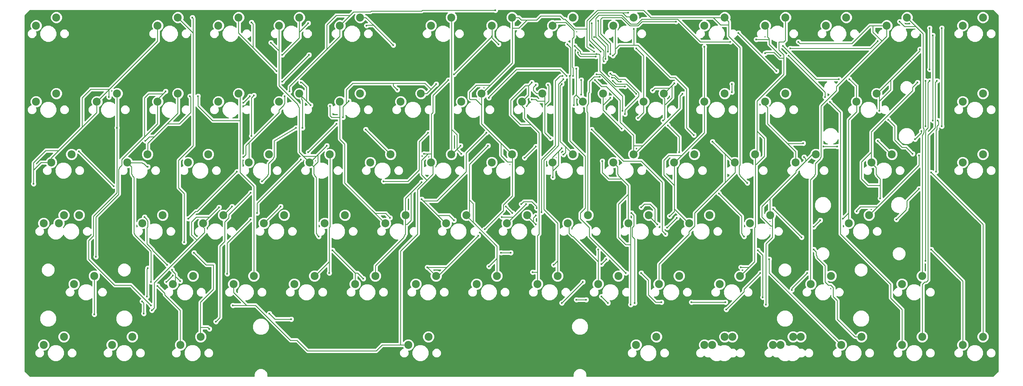
<source format=gbr>
G04 #@! TF.GenerationSoftware,KiCad,Pcbnew,(5.0.2)-1*
G04 #@! TF.CreationDate,2019-05-19T13:57:28+09:00*
G04 #@! TF.ProjectId,D780-PCB,44373830-2d50-4434-922e-6b696361645f,rev?*
G04 #@! TF.SameCoordinates,Original*
G04 #@! TF.FileFunction,Copper,L1,Top*
G04 #@! TF.FilePolarity,Positive*
%FSLAX46Y46*%
G04 Gerber Fmt 4.6, Leading zero omitted, Abs format (unit mm)*
G04 Created by KiCad (PCBNEW (5.0.2)-1) date 2019-05-19 오후 1:57:28*
%MOMM*%
%LPD*%
G01*
G04 APERTURE LIST*
G04 #@! TA.AperFunction,ComponentPad*
%ADD10C,2.500000*%
G04 #@! TD*
G04 #@! TA.AperFunction,ViaPad*
%ADD11C,0.600000*%
G04 #@! TD*
G04 #@! TA.AperFunction,Conductor*
%ADD12C,0.290000*%
G04 #@! TD*
G04 #@! TA.AperFunction,NonConductor*
%ADD13C,0.254000*%
G04 #@! TD*
G04 APERTURE END LIST*
D10*
G04 #@! TO.P,K1,1*
G04 #@! TO.N,Net-(D5-Pad1)*
X48577500Y-59372500D03*
G04 #@! TO.P,K1,2*
G04 #@! TO.N,Net-(K1-Pad2)*
X54927500Y-56832500D03*
G04 #@! TD*
G04 #@! TO.P,K2,1*
G04 #@! TO.N,Net-(D5-Pad1)*
X139065000Y-40322500D03*
G04 #@! TO.P,K2,2*
G04 #@! TO.N,Net-(D3-Pad3)*
X145415000Y-37782500D03*
G04 #@! TD*
G04 #@! TO.P,K3,1*
G04 #@! TO.N,Net-(D5-Pad5)*
X286702500Y2540000D03*
G04 #@! TO.P,K3,2*
G04 #@! TO.N,Net-(D5-Pad7)*
X293052500Y5080000D03*
G04 #@! TD*
G04 #@! TO.P,K4,1*
G04 #@! TO.N,Net-(D6-Pad5)*
X227171250Y-97472500D03*
G04 #@! TO.P,K4,2*
G04 #@! TO.N,Net-(D6-Pad7)*
X233521250Y-94932500D03*
G04 #@! TD*
G04 #@! TO.P,K5,1*
G04 #@! TO.N,Net-(D5-Pad1)*
X167640000Y-21272500D03*
G04 #@! TO.P,K5,2*
G04 #@! TO.N,Net-(D5-Pad4)*
X173990000Y-18732500D03*
G04 #@! TD*
G04 #@! TO.P,K6,1*
G04 #@! TO.N,Net-(D8-Pad1)*
X86677500Y-59372500D03*
G04 #@! TO.P,K6,2*
G04 #@! TO.N,Net-(D1-Pad3)*
X93027500Y-56832500D03*
G04 #@! TD*
G04 #@! TO.P,K7,1*
G04 #@! TO.N,Net-(D8-Pad1)*
X153352500Y-78422500D03*
G04 #@! TO.P,K7,2*
G04 #@! TO.N,Net-(D2-Pad3)*
X159702500Y-75882500D03*
G04 #@! TD*
G04 #@! TO.P,K8,1*
G04 #@! TO.N,Net-(D8-Pad1)*
X205740000Y2540000D03*
G04 #@! TO.P,K8,2*
G04 #@! TO.N,Net-(D3-Pad3)*
X212090000Y5080000D03*
G04 #@! TD*
G04 #@! TO.P,K9,1*
G04 #@! TO.N,Net-(D8-Pad1)*
X286702500Y-97472500D03*
G04 #@! TO.P,K9,2*
G04 #@! TO.N,Net-(D3-Pad4)*
X293052500Y-94932500D03*
G04 #@! TD*
G04 #@! TO.P,K10,1*
G04 #@! TO.N,Net-(D8-Pad1)*
X258127500Y-40322500D03*
G04 #@! TO.P,K10,2*
G04 #@! TO.N,Net-(K10-Pad2)*
X264477500Y-37782500D03*
G04 #@! TD*
G04 #@! TO.P,K11,1*
G04 #@! TO.N,Net-(D8-Pad1)*
X148590000Y-21272500D03*
G04 #@! TO.P,K11,2*
G04 #@! TO.N,Net-(D1-Pad4)*
X154940000Y-18732500D03*
G04 #@! TD*
G04 #@! TO.P,K12,1*
G04 #@! TO.N,Net-(D8-Pad7)*
X286702500Y-21272500D03*
G04 #@! TO.P,K12,2*
G04 #@! TO.N,Net-(D8-Pad10)*
X293052500Y-18732500D03*
G04 #@! TD*
G04 #@! TO.P,K13,1*
G04 #@! TO.N,Net-(D9-Pad2)*
X253365000Y-21272500D03*
G04 #@! TO.P,K13,2*
G04 #@! TO.N,Net-(D3-Pad4)*
X259715000Y-18732500D03*
G04 #@! TD*
G04 #@! TO.P,K14,1*
G04 #@! TO.N,Net-(D9-Pad2)*
X220027500Y-59372500D03*
G04 #@! TO.P,K14,2*
G04 #@! TO.N,Net-(D6-Pad3)*
X226377500Y-56832500D03*
G04 #@! TD*
G04 #@! TO.P,K15,1*
G04 #@! TO.N,Net-(D9-Pad2)*
X250983750Y-59372500D03*
G04 #@! TO.P,K15,2*
G04 #@! TO.N,Net-(D1-Pad4)*
X257333750Y-56832500D03*
G04 #@! TD*
G04 #@! TO.P,K16,1*
G04 #@! TO.N,Net-(D9-Pad2)*
X43815000Y-40322500D03*
G04 #@! TO.P,K16,2*
G04 #@! TO.N,Net-(D2-Pad4)*
X50165000Y-37782500D03*
G04 #@! TD*
G04 #@! TO.P,K17,1*
G04 #@! TO.N,Net-(K17-Pad1)*
X172402500Y-78422500D03*
G04 #@! TO.P,K17,2*
G04 #@! TO.N,Net-(D1-Pad3)*
X178752500Y-75882500D03*
G04 #@! TD*
G04 #@! TO.P,K18,1*
G04 #@! TO.N,Net-(K17-Pad1)*
X67627500Y-59372500D03*
G04 #@! TO.P,K18,2*
G04 #@! TO.N,Net-(D2-Pad3)*
X73977500Y-56832500D03*
G04 #@! TD*
G04 #@! TO.P,K19,1*
G04 #@! TO.N,Net-(K17-Pad1)*
X248602500Y-97472500D03*
G04 #@! TO.P,K19,2*
G04 #@! TO.N,Net-(D3-Pad3)*
X254952500Y-94932500D03*
G04 #@! TD*
G04 #@! TO.P,K20,1*
G04 #@! TO.N,Net-(K17-Pad1)*
X205740000Y-21272500D03*
G04 #@! TO.P,K20,2*
G04 #@! TO.N,Net-(D3-Pad4)*
X212090000Y-18732500D03*
G04 #@! TD*
G04 #@! TO.P,K21,1*
G04 #@! TO.N,Net-(K17-Pad1)*
X196215000Y-40322500D03*
G04 #@! TO.P,K21,2*
G04 #@! TO.N,Net-(D6-Pad3)*
X202565000Y-37782500D03*
G04 #@! TD*
G04 #@! TO.P,K22,1*
G04 #@! TO.N,Net-(K17-Pad1)*
X162877500Y-59372500D03*
G04 #@! TO.P,K22,2*
G04 #@! TO.N,Net-(K10-Pad2)*
X169227500Y-56832500D03*
G04 #@! TD*
G04 #@! TO.P,K23,1*
G04 #@! TO.N,Net-(K17-Pad1)*
X158115000Y2540000D03*
G04 #@! TO.P,K23,2*
G04 #@! TO.N,Net-(D6-Pad4)*
X164465000Y5080000D03*
G04 #@! TD*
G04 #@! TO.P,K24,1*
G04 #@! TO.N,Net-(K17-Pad1)*
X200977500Y-59372500D03*
G04 #@! TO.P,K24,2*
G04 #@! TO.N,Net-(D5-Pad4)*
X207327500Y-56832500D03*
G04 #@! TD*
G04 #@! TO.P,K25,1*
G04 #@! TO.N,Net-(D1-Pad5)*
X205740000Y-97472500D03*
G04 #@! TO.P,K25,2*
G04 #@! TO.N,Net-(D1-Pad7)*
X212090000Y-94932500D03*
G04 #@! TD*
G04 #@! TO.P,K26,1*
G04 #@! TO.N,Net-(D4-Pad5)*
X-1428750Y-97472500D03*
G04 #@! TO.P,K26,2*
G04 #@! TO.N,Net-(D4-Pad7)*
X4921250Y-94932500D03*
G04 #@! TD*
G04 #@! TO.P,K27,1*
G04 #@! TO.N,Net-(D1-Pad1)*
X53340000Y-21272500D03*
G04 #@! TO.P,K27,2*
G04 #@! TO.N,Net-(K10-Pad2)*
X59690000Y-18732500D03*
G04 #@! TD*
G04 #@! TO.P,K28,1*
G04 #@! TO.N,Net-(D1-Pad1)*
X120015000Y2540000D03*
G04 #@! TO.P,K28,2*
G04 #@! TO.N,Net-(D1-Pad4)*
X126365000Y5080000D03*
G04 #@! TD*
G04 #@! TO.P,K29,1*
G04 #@! TO.N,Net-(D2-Pad5)*
X184308750Y-97472500D03*
G04 #@! TO.P,K29,2*
G04 #@! TO.N,Net-(D2-Pad7)*
X190658750Y-94932500D03*
G04 #@! TD*
G04 #@! TO.P,K30,1*
G04 #@! TO.N,Net-(D2-Pad1)*
X124777500Y-59372500D03*
G04 #@! TO.P,K30,2*
G04 #@! TO.N,Net-(D6-Pad3)*
X131127500Y-56832500D03*
G04 #@! TD*
G04 #@! TO.P,K31,1*
G04 #@! TO.N,Net-(D2-Pad1)*
X24765000Y-40322500D03*
G04 #@! TO.P,K31,2*
G04 #@! TO.N,Net-(K10-Pad2)*
X31115000Y-37782500D03*
G04 #@! TD*
G04 #@! TO.P,K32,1*
G04 #@! TO.N,Net-(D2-Pad1)*
X41433750Y-97472500D03*
G04 #@! TO.P,K32,2*
G04 #@! TO.N,Net-(D5-Pad4)*
X47783750Y-94932500D03*
G04 #@! TD*
G04 #@! TO.P,K33,1*
G04 #@! TO.N,Net-(D2-Pad2)*
X29527500Y-59372500D03*
G04 #@! TO.P,K33,2*
G04 #@! TO.N,Net-(D1-Pad3)*
X35877500Y-56832500D03*
G04 #@! TD*
G04 #@! TO.P,K34,1*
G04 #@! TO.N,Net-(D2-Pad2)*
X181927500Y-59372500D03*
G04 #@! TO.P,K34,2*
G04 #@! TO.N,Net-(K1-Pad2)*
X188277500Y-56832500D03*
G04 #@! TD*
G04 #@! TO.P,K35,1*
G04 #@! TO.N,Net-(D2-Pad2)*
X129540000Y-21272500D03*
G04 #@! TO.P,K35,2*
G04 #@! TO.N,Net-(D3-Pad3)*
X135890000Y-18732500D03*
G04 #@! TD*
G04 #@! TO.P,K36,1*
G04 #@! TO.N,Net-(D2-Pad2)*
X177165000Y-40322500D03*
G04 #@! TO.P,K36,2*
G04 #@! TO.N,Net-(D3-Pad4)*
X183515000Y-37782500D03*
G04 #@! TD*
G04 #@! TO.P,K37,1*
G04 #@! TO.N,Net-(D2-Pad2)*
X234315000Y-40322500D03*
G04 #@! TO.P,K37,2*
G04 #@! TO.N,Net-(D6-Pad3)*
X240665000Y-37782500D03*
G04 #@! TD*
G04 #@! TO.P,K38,1*
G04 #@! TO.N,Net-(D2-Pad2)*
X224790000Y-21272500D03*
G04 #@! TO.P,K38,2*
G04 #@! TO.N,Net-(K10-Pad2)*
X231140000Y-18732500D03*
G04 #@! TD*
G04 #@! TO.P,K40,1*
G04 #@! TO.N,Net-(D2-Pad2)*
X186690000Y-21272500D03*
G04 #@! TO.P,K40,2*
G04 #@! TO.N,Net-(D6-Pad4)*
X193040000Y-18732500D03*
G04 #@! TD*
G04 #@! TO.P,K41,1*
G04 #@! TO.N,Net-(D9-Pad7)*
X286702500Y-40322500D03*
G04 #@! TO.P,K41,2*
G04 #@! TO.N,Net-(D9-Pad10)*
X293052500Y-37782500D03*
G04 #@! TD*
G04 #@! TO.P,K42,1*
G04 #@! TO.N,Net-(K42-Pad1)*
X239077500Y-78422500D03*
G04 #@! TO.P,K42,2*
G04 #@! TO.N,Net-(K1-Pad2)*
X245427500Y-75882500D03*
G04 #@! TD*
G04 #@! TO.P,K43,1*
G04 #@! TO.N,Net-(K42-Pad1)*
X8096250Y-78422500D03*
G04 #@! TO.P,K43,2*
G04 #@! TO.N,Net-(D3-Pad3)*
X14446250Y-75882500D03*
G04 #@! TD*
G04 #@! TO.P,K44,1*
G04 #@! TO.N,Net-(K42-Pad1)*
X77152500Y-78422500D03*
G04 #@! TO.P,K44,2*
G04 #@! TO.N,Net-(D6-Pad3)*
X83502500Y-75882500D03*
G04 #@! TD*
G04 #@! TO.P,K45,1*
G04 #@! TO.N,Net-(K42-Pad1)*
X34290000Y-21272500D03*
G04 #@! TO.P,K45,2*
G04 #@! TO.N,Net-(K10-Pad2)*
X40640000Y-18732500D03*
G04 #@! TD*
G04 #@! TO.P,K46,1*
G04 #@! TO.N,Net-(K42-Pad1)*
X262890000Y2540000D03*
G04 #@! TO.P,K46,2*
G04 #@! TO.N,Net-(D2-Pad4)*
X269240000Y5080000D03*
G04 #@! TD*
G04 #@! TO.P,K47,1*
G04 #@! TO.N,Net-(D1-Pad2)*
X134302500Y-78422500D03*
G04 #@! TO.P,K47,2*
G04 #@! TO.N,Net-(D6-Pad3)*
X140652500Y-75882500D03*
G04 #@! TD*
G04 #@! TO.P,K48,1*
G04 #@! TO.N,Net-(D1-Pad2)*
X91440000Y2540000D03*
G04 #@! TO.P,K48,2*
G04 #@! TO.N,Net-(K10-Pad2)*
X97790000Y5080000D03*
G04 #@! TD*
G04 #@! TO.P,K50,1*
G04 #@! TO.N,Net-(D1-Pad2)*
X62865000Y-40322500D03*
G04 #@! TO.P,K50,2*
G04 #@! TO.N,Net-(D2-Pad4)*
X69215000Y-37782500D03*
G04 #@! TD*
G04 #@! TO.P,K51,1*
G04 #@! TO.N,Net-(D7-Pad5)*
X20002500Y-97472500D03*
G04 #@! TO.P,K51,2*
G04 #@! TO.N,Net-(D7-Pad7)*
X26352500Y-94932500D03*
G04 #@! TD*
G04 #@! TO.P,K52,1*
G04 #@! TO.N,Net-(D3-Pad1)*
X143827500Y-59372500D03*
G04 #@! TO.P,K52,2*
G04 #@! TO.N,Net-(D1-Pad3)*
X150177500Y-56832500D03*
G04 #@! TD*
G04 #@! TO.P,K53,1*
G04 #@! TO.N,Net-(D3-Pad1)*
X267652500Y-97472500D03*
G04 #@! TO.P,K53,2*
G04 #@! TO.N,Net-(D2-Pad3)*
X274002500Y-94932500D03*
G04 #@! TD*
G04 #@! TO.P,K54,1*
G04 #@! TO.N,Net-(D3-Pad1)*
X224790000Y2540000D03*
G04 #@! TO.P,K54,2*
G04 #@! TO.N,Net-(K1-Pad2)*
X231140000Y5080000D03*
G04 #@! TD*
G04 #@! TO.P,K55,1*
G04 #@! TO.N,Net-(D3-Pad5)*
X3333750Y-59372500D03*
G04 #@! TO.P,K55,2*
G04 #@! TO.N,Net-(D3-Pad7)*
X9683750Y-56832500D03*
G04 #@! TD*
G04 #@! TO.P,K56,1*
G04 #@! TO.N,Net-(D3-Pad1)*
X91440000Y-21272500D03*
G04 #@! TO.P,K56,2*
G04 #@! TO.N,Net-(D3-Pad4)*
X97790000Y-18732500D03*
G04 #@! TD*
G04 #@! TO.P,K57,1*
G04 #@! TO.N,Net-(D3-Pad1)*
X15240000Y-21272500D03*
G04 #@! TO.P,K57,2*
G04 #@! TO.N,Net-(D6-Pad3)*
X21590000Y-18732500D03*
G04 #@! TD*
G04 #@! TO.P,K58,1*
G04 #@! TO.N,Net-(D3-Pad1)*
X952500Y-40322500D03*
G04 #@! TO.P,K58,2*
G04 #@! TO.N,Net-(K10-Pad2)*
X7302500Y-37782500D03*
G04 #@! TD*
G04 #@! TO.P,K59,1*
G04 #@! TO.N,Net-(D3-Pad1)*
X105727500Y-59372500D03*
G04 #@! TO.P,K59,2*
G04 #@! TO.N,Net-(D1-Pad4)*
X112077500Y-56832500D03*
G04 #@! TD*
G04 #@! TO.P,K60,1*
G04 #@! TO.N,Net-(D3-Pad1)*
X158115000Y-40322500D03*
G04 #@! TO.P,K60,2*
G04 #@! TO.N,Net-(D2-Pad4)*
X164465000Y-37782500D03*
G04 #@! TD*
G04 #@! TO.P,K61,1*
G04 #@! TO.N,Net-(D3-Pad1)*
X72390000Y-21272500D03*
G04 #@! TO.P,K61,2*
G04 #@! TO.N,Net-(D6-Pad4)*
X78740000Y-18732500D03*
G04 #@! TD*
G04 #@! TO.P,K62,1*
G04 #@! TO.N,Net-(D3-Pad1)*
X34290000Y2540000D03*
G04 #@! TO.P,K62,2*
G04 #@! TO.N,Net-(D5-Pad4)*
X40640000Y5080000D03*
G04 #@! TD*
G04 #@! TO.P,K63,1*
G04 #@! TO.N,Net-(K63-Pad1)*
X191452500Y-78422500D03*
G04 #@! TO.P,K63,2*
G04 #@! TO.N,Net-(D1-Pad3)*
X197802500Y-75882500D03*
G04 #@! TD*
G04 #@! TO.P,K64,1*
G04 #@! TO.N,Net-(K63-Pad1)*
X215265000Y-40322500D03*
G04 #@! TO.P,K64,2*
G04 #@! TO.N,Net-(K1-Pad2)*
X221615000Y-37782500D03*
G04 #@! TD*
G04 #@! TO.P,K65,1*
G04 #@! TO.N,Net-(K63-Pad1)*
X139065000Y2540000D03*
G04 #@! TO.P,K65,2*
G04 #@! TO.N,Net-(D3-Pad3)*
X145415000Y5080000D03*
G04 #@! TD*
G04 #@! TO.P,K66,1*
G04 #@! TO.N,Net-(K63-Pad1)*
X39052500Y-78422500D03*
G04 #@! TO.P,K66,2*
G04 #@! TO.N,Net-(D3-Pad4)*
X45402500Y-75882500D03*
G04 #@! TD*
G04 #@! TO.P,K67,1*
G04 #@! TO.N,Net-(K63-Pad1)*
X-3810000Y-21272500D03*
G04 #@! TO.P,K67,2*
G04 #@! TO.N,Net-(D6-Pad3)*
X2540000Y-18732500D03*
G04 #@! TD*
G04 #@! TO.P,K68,1*
G04 #@! TO.N,Net-(K63-Pad1)*
X58102500Y-78422500D03*
G04 #@! TO.P,K68,2*
G04 #@! TO.N,Net-(K10-Pad2)*
X64452500Y-75882500D03*
G04 #@! TD*
G04 #@! TO.P,K69,1*
G04 #@! TO.N,Net-(K63-Pad1)*
X120015000Y-40322500D03*
G04 #@! TO.P,K69,2*
G04 #@! TO.N,Net-(D1-Pad4)*
X126365000Y-37782500D03*
G04 #@! TD*
G04 #@! TO.P,K70,1*
G04 #@! TO.N,Net-(K63-Pad1)*
X177165000Y2540000D03*
G04 #@! TO.P,K70,2*
G04 #@! TO.N,Net-(D2-Pad4)*
X183515000Y5080000D03*
G04 #@! TD*
G04 #@! TO.P,K71,1*
G04 #@! TO.N,Net-(K63-Pad1)*
X100965000Y-40322500D03*
G04 #@! TO.P,K71,2*
G04 #@! TO.N,Net-(D6-Pad4)*
X107315000Y-37782500D03*
G04 #@! TD*
G04 #@! TO.P,K72,1*
G04 #@! TO.N,Net-(K63-Pad1)*
X112871250Y-97472500D03*
G04 #@! TO.P,K72,2*
G04 #@! TO.N,Net-(D5-Pad4)*
X119221250Y-94932500D03*
G04 #@! TD*
G04 #@! TO.P,K73,1*
G04 #@! TO.N,Net-(D8-Pad3)*
X243840000Y2540000D03*
G04 #@! TO.P,K73,2*
G04 #@! TO.N,Net-(D2-Pad3)*
X250190000Y5080000D03*
G04 #@! TD*
G04 #@! TO.P,K74,1*
G04 #@! TO.N,Net-(D8-Pad3)*
X210502500Y-78422500D03*
G04 #@! TO.P,K74,2*
G04 #@! TO.N,Net-(K1-Pad2)*
X216852500Y-75882500D03*
G04 #@! TD*
G04 #@! TO.P,K75,1*
G04 #@! TO.N,Net-(D8-Pad3)*
X115252500Y-78422500D03*
G04 #@! TO.P,K75,2*
G04 #@! TO.N,Net-(D3-Pad3)*
X121602500Y-75882500D03*
G04 #@! TD*
G04 #@! TO.P,K76,1*
G04 #@! TO.N,Net-(D8-Pad3)*
X110490000Y-21272500D03*
G04 #@! TO.P,K76,2*
G04 #@! TO.N,Net-(D3-Pad4)*
X116840000Y-18732500D03*
G04 #@! TD*
G04 #@! TO.P,K77,1*
G04 #@! TO.N,Net-(D8-Pad3)*
X81915000Y-40322500D03*
G04 #@! TO.P,K77,2*
G04 #@! TO.N,Net-(D6-Pad3)*
X88265000Y-37782500D03*
G04 #@! TD*
G04 #@! TO.P,K78,1*
G04 #@! TO.N,Net-(D8-Pad3)*
X72390000Y2540000D03*
G04 #@! TO.P,K78,2*
G04 #@! TO.N,Net-(K10-Pad2)*
X78740000Y5080000D03*
G04 #@! TD*
G04 #@! TO.P,K79,1*
G04 #@! TO.N,Net-(D8-Pad3)*
X96202500Y-78422500D03*
G04 #@! TO.P,K79,2*
G04 #@! TO.N,Net-(D1-Pad4)*
X102552500Y-75882500D03*
G04 #@! TD*
G04 #@! TO.P,K80,1*
G04 #@! TO.N,Net-(D8-Pad3)*
X267652500Y-78422500D03*
G04 #@! TO.P,K80,2*
G04 #@! TO.N,Net-(D2-Pad4)*
X274002500Y-75882500D03*
G04 #@! TD*
G04 #@! TO.P,K81,1*
G04 #@! TO.N,Net-(D8-Pad3)*
X53340000Y2540000D03*
G04 #@! TO.P,K81,2*
G04 #@! TO.N,Net-(D6-Pad4)*
X59690000Y5080000D03*
G04 #@! TD*
G04 #@! TO.P,K82,1*
G04 #@! TO.N,Net-(D8-Pad3)*
X-3810000Y2540000D03*
G04 #@! TO.P,K82,2*
G04 #@! TO.N,Net-(D5-Pad4)*
X2540000Y5080000D03*
G04 #@! TD*
G04 #@! TO.P,K83,1*
G04 #@! TO.N,Net-(D3-Pad5)*
X-1428750Y-59372500D03*
G04 #@! TO.P,K83,2*
G04 #@! TO.N,Net-(D3-Pad7)*
X4921250Y-56832500D03*
G04 #@! TD*
G04 #@! TO.P,K84,1*
G04 #@! TO.N,Net-(D6-Pad5)*
X229552500Y-97472500D03*
G04 #@! TO.P,K84,2*
G04 #@! TO.N,Net-(D6-Pad7)*
X235902500Y-94932500D03*
G04 #@! TD*
G04 #@! TO.P,K85,1*
G04 #@! TO.N,Net-(D1-Pad5)*
X208121250Y-97472500D03*
G04 #@! TO.P,K85,2*
G04 #@! TO.N,Net-(D1-Pad7)*
X214471250Y-94932500D03*
G04 #@! TD*
D11*
G04 #@! TO.N,Net-(K1-Pad2)*
X217170000Y-73152000D03*
X185928000Y-54356000D03*
X191008000Y-59690000D03*
X224790000Y-6096000D03*
X148336000Y-53340000D03*
X57658000Y-54102000D03*
X153162000Y-54610000D03*
G04 #@! TO.N,Net-(K10-Pad2)*
X30480000Y-33528000D03*
X44450000Y-19558000D03*
X46990000Y-19558000D03*
X99822000Y2540000D03*
X81534000Y3302000D03*
X73406000Y-6604000D03*
X165100000Y-3810000D03*
X108204000Y-3556000D03*
X180848000Y-16510000D03*
X214376000Y-15748000D03*
X214376000Y-18288000D03*
X171958000Y-6350000D03*
X260096000Y-33528000D03*
X172974000Y-13462000D03*
G04 #@! TO.N,Net-(K17-Pad1)*
X172466000Y-67564000D03*
X194818000Y-57150000D03*
X145542000Y-56134000D03*
X143510000Y-54102000D03*
X72898000Y-54102000D03*
X164592000Y-13208000D03*
X205740000Y-4064000D03*
X226060000Y-70612000D03*
G04 #@! TO.N,Net-(K42-Pad1)*
X14986000Y-69850000D03*
X235204000Y-2540000D03*
X213868000Y-2540000D03*
X36830000Y-18034000D03*
X171196000Y-1016000D03*
X174752000Y-7874000D03*
G04 #@! TO.N,Net-(K63-Pad1)*
X57912000Y-85090000D03*
X41402000Y-77470000D03*
X117856000Y-37592000D03*
X183642000Y1524000D03*
X141224000Y-3302000D03*
X9652000Y-36830000D03*
X20574000Y-47752000D03*
X30226000Y-57404000D03*
X37338000Y-72390000D03*
X38862000Y-73914000D03*
X202438000Y-31750000D03*
X208280000Y-33782000D03*
X177038000Y-6858000D03*
X127254000Y-12700000D03*
X125476000Y-14478000D03*
G04 #@! TO.N,Net-(D1-Pad4)*
X253492000Y-55626000D03*
X129540000Y-37592000D03*
X151638000Y-20574000D03*
X156718000Y-16002000D03*
X129286000Y-35052000D03*
X117094000Y-46482000D03*
X193548000Y-62738000D03*
X170434000Y-29972000D03*
X157480000Y-32766000D03*
X152908000Y-16002000D03*
X242062000Y-58420000D03*
X240030000Y-60452000D03*
X223266000Y-74930000D03*
X212598000Y-86360000D03*
X273050000Y-38100000D03*
G04 #@! TO.N,Net-(D1-Pad3)*
X152908000Y-56896000D03*
X152908000Y-59690000D03*
X161290000Y-13208000D03*
X154686000Y-55880000D03*
X232664000Y-4572000D03*
X260096000Y-2286000D03*
G04 #@! TO.N,Net-(D1-Pad2)*
X43942000Y-57912000D03*
X61214000Y-38608000D03*
X76200000Y-89408000D03*
X69342000Y-87630000D03*
X140208000Y7366000D03*
X172466000Y4064000D03*
X175514000Y-5588000D03*
X201676000Y-84074000D03*
X212344000Y-84074000D03*
X59182000Y-43180000D03*
X31242000Y-73406000D03*
X30988000Y-82296000D03*
X29464000Y-83820000D03*
X29972000Y-87630000D03*
X75692000Y-18034000D03*
X74168000Y-19558000D03*
X168656000Y-83312000D03*
X165608000Y-83312000D03*
G04 #@! TO.N,Net-(D1-Pad1)*
X81788000Y-6604000D03*
X73406000Y-14986000D03*
X63246000Y-19558000D03*
X61214000Y-21590000D03*
X192278000Y-84074000D03*
X185928000Y-74930000D03*
X181102000Y-74930000D03*
X162814000Y-3302000D03*
X163576000Y-13208000D03*
G04 #@! TO.N,Net-(D2-Pad4)*
X161544000Y-37846000D03*
X266954000Y3810000D03*
X181864000Y6604000D03*
X182880000Y-56134000D03*
X183896000Y-84328000D03*
X173228000Y-5588000D03*
X161036000Y-15748000D03*
G04 #@! TO.N,Net-(D2-Pad3)*
X158496000Y-72390000D03*
X161544000Y-14224000D03*
X141986000Y-68580000D03*
X145034000Y-68580000D03*
X278638000Y-14732000D03*
G04 #@! TO.N,Net-(D2-Pad2)*
X236728000Y-34290000D03*
X173736000Y-39878000D03*
X119126000Y-30988000D03*
X105156000Y-46228000D03*
X273812000Y-30480000D03*
X271780000Y-33020000D03*
X184912000Y-26416000D03*
X184404000Y-4572000D03*
X162560000Y-13208000D03*
X138176000Y-20066000D03*
X182626000Y-84836000D03*
X275082000Y-14732000D03*
X275082000Y-28956000D03*
X276352000Y1778000D03*
X276352000Y-11176000D03*
G04 #@! TO.N,Net-(D2-Pad1)*
X127254000Y-58420000D03*
X137414000Y-30988000D03*
X167132000Y-19050000D03*
X167132000Y-14478000D03*
X117094000Y-51816000D03*
X31242000Y-41656000D03*
X175514000Y-84328000D03*
X173482000Y-82296000D03*
X32258000Y-77724000D03*
X34290000Y-78994000D03*
G04 #@! TO.N,Net-(D3-Pad4)*
X109474000Y-17526000D03*
X273304000Y-4826000D03*
X92456000Y-26162000D03*
X90424000Y-28194000D03*
X81534000Y-37084000D03*
X79248000Y-39370000D03*
X65532000Y-56134000D03*
X63500000Y-58166000D03*
X56134000Y-75184000D03*
X39116000Y-75692000D03*
X37084000Y-77724000D03*
X198882000Y-18796000D03*
X171450000Y-14478000D03*
X171704000Y-7112000D03*
X166116000Y-5842000D03*
X121666000Y-15748000D03*
X94234000Y-21082000D03*
X263398000Y-26924000D03*
X260604000Y-24130000D03*
X271018000Y-37592000D03*
X276860000Y-43434000D03*
G04 #@! TO.N,Net-(D3-Pad3)*
X118872000Y-73152000D03*
X219202000Y-46736000D03*
X227330000Y-54864000D03*
X236220000Y-63754000D03*
X240030000Y-67564000D03*
X171196000Y-5588000D03*
X136906000Y-61214000D03*
X134874000Y-63246000D03*
X14478000Y-87884000D03*
G04 #@! TO.N,Net-(D3-Pad1)*
X107188000Y-57658000D03*
X142240000Y-57404000D03*
X19050000Y-19812000D03*
X88392000Y-22606000D03*
X221996000Y-1778000D03*
X-4572000Y-46990000D03*
X245110000Y-21336000D03*
X243586000Y-19812000D03*
X232156000Y-6858000D03*
X229616000Y-6858000D03*
X176276000Y-12446000D03*
X180848000Y-25146000D03*
X161036000Y-35814000D03*
X196850000Y3810000D03*
X176276000Y-6350000D03*
X149860000Y-53340000D03*
X158242000Y-44958000D03*
G04 #@! TO.N,Net-(D5-Pad1)*
X164846000Y-22352000D03*
X32512000Y-86614000D03*
X278892000Y-27178000D03*
X278384000Y-43180000D03*
X273050000Y-48514000D03*
X265938000Y-58166000D03*
X237998000Y-74930000D03*
X233172000Y-80264000D03*
X165608000Y-10922000D03*
X53594000Y-54356000D03*
X243078000Y-35306000D03*
X247396000Y-35306000D03*
X152908000Y-35306000D03*
X149352000Y-38862000D03*
X277368000Y-27178000D03*
X277368000Y-508000D03*
G04 #@! TO.N,Net-(D6-Pad4)*
X79248000Y-15240000D03*
X189484000Y-17780000D03*
X63754000Y3556000D03*
X196342000Y-15494000D03*
X52578000Y-90170000D03*
X174244000Y-8636000D03*
X170434000Y3302000D03*
X177038000Y-14732000D03*
X184404000Y-18796000D03*
X79756000Y-29464000D03*
X77724000Y-29464000D03*
X67056000Y-46228000D03*
X63500000Y-49784000D03*
X192786000Y-27178000D03*
X194310000Y-28702000D03*
X197866000Y-37084000D03*
X210312000Y-50038000D03*
X218186000Y-63500000D03*
X222504000Y-67818000D03*
X224028000Y-82550000D03*
X71628000Y-11684000D03*
X99568000Y-29972000D03*
X82296000Y-22352000D03*
G04 #@! TO.N,Net-(D6-Pad3)*
X138176000Y-72898000D03*
X88138000Y-74930000D03*
X236982000Y-38608000D03*
X21590000Y-29464000D03*
X32258000Y-85090000D03*
X137922000Y-35052000D03*
X180086000Y-24130000D03*
X171958000Y-12700000D03*
X225044000Y-84836000D03*
G04 #@! TO.N,Net-(D8-Pad3)*
X98806000Y-76708000D03*
X69850000Y-2794000D03*
X87376000Y-35052000D03*
X275082000Y-71120000D03*
X276352000Y-14732000D03*
X89154000Y-67818000D03*
X84836000Y-63500000D03*
G04 #@! TO.N,Net-(D8-Pad1)*
X151892000Y-74676000D03*
X151638000Y-15240000D03*
X260858000Y-51562000D03*
X276860000Y-67564000D03*
X216408000Y254000D03*
X228346000Y-11684000D03*
X272542000Y-15240000D03*
G04 #@! TO.N,Net-(D9-Pad2)*
X249174000Y-57912000D03*
X63754000Y-32004000D03*
X64516000Y-19304000D03*
X251206000Y-14224000D03*
X247904000Y-14224000D03*
X230378000Y-3810000D03*
G04 #@! TO.N,Net-(D5-Pad4)*
X50546000Y-92456000D03*
X45720000Y-68580000D03*
X42672000Y-65278000D03*
X179832000Y-29718000D03*
X176276000Y-20066000D03*
X45212000Y5080000D03*
X179578000Y-14986000D03*
X176784000Y-13716000D03*
X161036000Y-84328000D03*
X167640000Y-77724000D03*
X173482000Y-72136000D03*
X175006000Y-70612000D03*
X194056000Y-60706000D03*
X197104000Y-57658000D03*
X280162000Y-28956000D03*
X280162000Y1778000D03*
G04 #@! TD*
D12*
G04 #@! TO.N,Net-(K1-Pad2)*
X217170000Y-73152000D02*
X219710000Y-73152000D01*
X153162000Y-54610000D02*
X153162000Y-54102000D01*
X149098000Y-52578000D02*
X148336000Y-53340000D01*
X151638000Y-52578000D02*
X149098000Y-52578000D01*
X153162000Y-54102000D02*
X151638000Y-52578000D01*
X190246000Y-58928000D02*
X190246000Y-54864000D01*
X186944000Y-53340000D02*
X185928000Y-54356000D01*
X188722000Y-53340000D02*
X186944000Y-53340000D01*
X190246000Y-54864000D02*
X188722000Y-53340000D01*
X221742000Y-40894000D02*
X221996000Y-40894000D01*
X224536000Y-32766000D02*
X222250000Y-30480000D01*
X224536000Y-38354000D02*
X224536000Y-32766000D01*
X221996000Y-40894000D02*
X224536000Y-38354000D01*
X222250000Y-23114000D02*
X222250000Y-21082000D01*
X230124000Y-13208000D02*
X230632000Y-12700000D01*
X222250000Y-30480000D02*
X222250000Y-23114000D01*
X230632000Y-7620000D02*
X230632000Y-12700000D01*
X222250000Y-21082000D02*
X230124000Y-13208000D01*
X191008000Y-59690000D02*
X190246000Y-58928000D01*
X190246000Y-58928000D02*
X188214000Y-56896000D01*
X229362000Y-7620000D02*
X230632000Y-7620000D01*
X224790000Y-6096000D02*
X225044000Y-5842000D01*
X225044000Y-5842000D02*
X227584000Y-5842000D01*
X227584000Y-5842000D02*
X229362000Y-7620000D01*
X229108000Y-2540000D02*
X230632000Y-2540000D01*
X230632000Y-2540000D02*
X231140000Y-2032000D01*
X230632000Y-6604000D02*
X230632000Y-7620000D01*
X229108000Y-5080000D02*
X230632000Y-6604000D01*
X229108000Y-2540000D02*
X229108000Y-5080000D01*
X57658000Y-54102000D02*
X54927500Y-56832500D01*
X188214000Y-56896000D02*
X188277500Y-56832500D01*
X221615000Y-37782500D02*
X221742000Y-37846000D01*
X221742000Y-37846000D02*
X222250000Y-37338000D01*
X222250000Y-37338000D02*
X222250000Y-30480000D01*
X231140000Y-2032000D02*
X231140000Y5080000D01*
X216852500Y-75882500D02*
X217170000Y-75692000D01*
X217170000Y-75692000D02*
X219710000Y-73152000D01*
X219710000Y-73152000D02*
X221488000Y-71374000D01*
X221742000Y-60452000D02*
X221742000Y-40894000D01*
X221488000Y-60706000D02*
X221742000Y-60452000D01*
X221488000Y-71374000D02*
X221488000Y-60706000D01*
X221742000Y-40894000D02*
X221742000Y-37846000D01*
X221742000Y-37846000D02*
X221615000Y-37782500D01*
G04 #@! TO.N,Net-(K10-Pad2)*
X33274000Y-32258000D02*
X31750000Y-32258000D01*
X31750000Y-32258000D02*
X30480000Y-33528000D01*
X40386000Y-25146000D02*
X40640000Y-24892000D01*
X40640000Y-24892000D02*
X40640000Y-24384000D01*
X41148000Y-28194000D02*
X37338000Y-28194000D01*
X44704000Y-24638000D02*
X41148000Y-28194000D01*
X44704000Y-19812000D02*
X44704000Y-24638000D01*
X44450000Y-19558000D02*
X44704000Y-19812000D01*
X60198000Y-27178000D02*
X51562000Y-27178000D01*
X46990000Y-22606000D02*
X46990000Y-19558000D01*
X51562000Y-27178000D02*
X46990000Y-22606000D01*
X99949000Y2667000D02*
X101981000Y2667000D01*
X99822000Y2540000D02*
X99949000Y2667000D01*
X81534000Y3302000D02*
X78740000Y508000D01*
X77216000Y-2794000D02*
X78740000Y-1270000D01*
X77216000Y-2794000D02*
X73406000Y-6604000D01*
X78740000Y-1270000D02*
X78740000Y508000D01*
X78740000Y508000D02*
X78740000Y2286000D01*
X78740000Y5080000D02*
X78740000Y2286000D01*
X166878000Y-5588000D02*
X165100000Y-3810000D01*
X166878000Y-6096000D02*
X166878000Y-5588000D01*
X167132000Y-6350000D02*
X166878000Y-6096000D01*
X171958000Y-6350000D02*
X167132000Y-6350000D01*
X108204000Y-3556000D02*
X101981000Y2667000D01*
X171958000Y-6350000D02*
X172720000Y-6350000D01*
X172720000Y-6350000D02*
X172974000Y-6604000D01*
X172974000Y-6604000D02*
X172974000Y-11684000D01*
X177800000Y-16510000D02*
X180848000Y-16510000D01*
X172974000Y-11684000D02*
X177800000Y-16510000D01*
X214376000Y-15748000D02*
X214376000Y-18288000D01*
X172974000Y-13462000D02*
X171196000Y-13462000D01*
X169672000Y-18288000D02*
X169418000Y-18542000D01*
X169672000Y-14986000D02*
X169672000Y-18288000D01*
X171196000Y-13462000D02*
X169672000Y-14986000D01*
X99568000Y5080000D02*
X97790000Y5080000D01*
X101981000Y2667000D02*
X99568000Y5080000D01*
X260096000Y-33528000D02*
X264414000Y-37846000D01*
X264414000Y-37846000D02*
X264477500Y-37782500D01*
X59690000Y-18732500D02*
X59690000Y-18796000D01*
X59690000Y-18796000D02*
X60198000Y-19304000D01*
X60198000Y-19304000D02*
X60198000Y-27178000D01*
X60198000Y-27178000D02*
X60198000Y-43434000D01*
X60198000Y-43434000D02*
X64516000Y-47752000D01*
X64516000Y-47752000D02*
X64516000Y-75946000D01*
X64516000Y-75946000D02*
X64452500Y-75882500D01*
X169418000Y-18542000D02*
X169418000Y-21844000D01*
X169418000Y-21844000D02*
X169164000Y-22098000D01*
X169164000Y-22098000D02*
X169164000Y-22352000D01*
X169164000Y-22352000D02*
X168910000Y-22606000D01*
X168910000Y-22606000D02*
X168910000Y-24384000D01*
X168910000Y-24384000D02*
X169164000Y-24638000D01*
X169164000Y-24638000D02*
X169164000Y-56896000D01*
X169164000Y-56896000D02*
X169227500Y-56832500D01*
X40640000Y-18732500D02*
X40640000Y-24384000D01*
X40386000Y-25146000D02*
X37338000Y-28194000D01*
X31242000Y-34290000D02*
X31242000Y-37846000D01*
X37338000Y-28194000D02*
X33274000Y-32258000D01*
X33274000Y-32258000D02*
X31242000Y-34290000D01*
X31242000Y-37846000D02*
X31115000Y-37782500D01*
G04 #@! TO.N,Net-(K17-Pad1)*
X172466000Y-71374000D02*
X172466000Y-67564000D01*
X196342000Y-54102000D02*
X196342000Y-55626000D01*
X196342000Y-55626000D02*
X194818000Y-57150000D01*
X196342000Y-47752000D02*
X196342000Y-47498000D01*
X194564000Y-38100000D02*
X198628000Y-38100000D01*
X193040000Y-39624000D02*
X194564000Y-38100000D01*
X193040000Y-44196000D02*
X193040000Y-39624000D01*
X196342000Y-47498000D02*
X193040000Y-44196000D01*
X164592000Y-63500000D02*
X164338000Y-63500000D01*
X163322000Y-62484000D02*
X163322000Y-59817000D01*
X164338000Y-63500000D02*
X163322000Y-62484000D01*
X163322000Y-59817000D02*
X162877500Y-59372500D01*
X145542000Y-56134000D02*
X143510000Y-54102000D01*
X67627500Y-59372500D02*
X72898000Y-54102000D01*
X164592000Y-10922000D02*
X164592000Y-10685998D01*
X164338000Y-1524000D02*
X164846000Y-1016000D01*
X164338000Y-10431998D02*
X164338000Y-1524000D01*
X164592000Y-10685998D02*
X164338000Y-10431998D01*
X159131000Y3556000D02*
X158115000Y2540000D01*
X162306000Y3556000D02*
X159131000Y3556000D01*
X164846000Y1016000D02*
X162306000Y3556000D01*
X164846000Y-1016000D02*
X164846000Y1016000D01*
X164592000Y-13208000D02*
X164592000Y-10922000D01*
X205740000Y-4064000D02*
X205740000Y-21272500D01*
X248602500Y-97472500D02*
X226060000Y-74930000D01*
X226060000Y-74930000D02*
X226060000Y-70612000D01*
X162877500Y-59372500D02*
X163068000Y-59690000D01*
X164592000Y-63500000D02*
X172466000Y-71374000D01*
X172466000Y-71374000D02*
X172466000Y-78486000D01*
X172466000Y-78486000D02*
X172402500Y-78422500D01*
X196215000Y-40322500D02*
X196342000Y-40386000D01*
X196342000Y-40386000D02*
X198628000Y-38100000D01*
X198628000Y-38100000D02*
X205740000Y-30988000D01*
X205740000Y-30988000D02*
X205740000Y-21272500D01*
X200977500Y-59372500D02*
X200660000Y-59182000D01*
X200660000Y-59182000D02*
X196342000Y-54864000D01*
X196342000Y-54864000D02*
X196342000Y-54102000D01*
X196342000Y-54102000D02*
X196342000Y-47752000D01*
X196342000Y-47752000D02*
X196342000Y-40386000D01*
X196342000Y-40386000D02*
X196215000Y-40322500D01*
G04 #@! TO.N,Net-(K42-Pad1)*
X36068000Y-18796000D02*
X31496000Y-18796000D01*
X30226000Y-20066000D02*
X30226000Y-32258000D01*
X31496000Y-18796000D02*
X30226000Y-20066000D01*
X261493000Y-2159000D02*
X261239000Y-2159000D01*
X258572000Y508000D02*
X258572000Y2540000D01*
X261239000Y-2159000D02*
X258572000Y508000D01*
X14986000Y-57404000D02*
X22098000Y-50292000D01*
X14986000Y-69850000D02*
X14986000Y-57404000D01*
X22098000Y-50292000D02*
X22098000Y-42418000D01*
X22098000Y-42418000D02*
X22352000Y-42164000D01*
X22352000Y-42164000D02*
X22352000Y-41910000D01*
X22352000Y-41910000D02*
X23114000Y-41148000D01*
X23114000Y-41148000D02*
X23114000Y-39370000D01*
X23114000Y-39370000D02*
X30226000Y-32258000D01*
X171704000Y-1016000D02*
X171704000Y4826000D01*
X257556000Y2540000D02*
X258572000Y2540000D01*
X251968000Y-3048000D02*
X257556000Y2540000D01*
X235712000Y-3048000D02*
X251968000Y-3048000D01*
X235204000Y-2540000D02*
X235712000Y-3048000D01*
X204470000Y-2540000D02*
X213868000Y-2540000D01*
X171704000Y4826000D02*
X172720000Y5842000D01*
X172720000Y5842000D02*
X179832000Y5842000D01*
X179832000Y5842000D02*
X182626000Y3048000D01*
X182626000Y3048000D02*
X184658000Y3048000D01*
X184658000Y3048000D02*
X186182000Y4572000D01*
X186182000Y4572000D02*
X197358000Y4572000D01*
X197358000Y4572000D02*
X204470000Y-2540000D01*
X174752000Y-4318000D02*
X174752000Y-4064000D01*
X36830000Y-18034000D02*
X36068000Y-18796000D01*
X36068000Y-18796000D02*
X34290000Y-20574000D01*
X171704000Y-1016000D02*
X171196000Y-1016000D01*
X174752000Y-4064000D02*
X171704000Y-1016000D01*
X34290000Y-20574000D02*
X34290000Y-21272500D01*
X258572000Y2540000D02*
X262890000Y2540000D01*
X174752000Y-4572000D02*
X174752000Y-4318000D01*
X174752000Y-7874000D02*
X174752000Y-4572000D01*
X262890000Y2540000D02*
X262890000Y-762000D01*
X239014000Y-45720000D02*
X239014000Y-78486000D01*
X240284000Y-44450000D02*
X239014000Y-45720000D01*
X240284000Y-44196000D02*
X240284000Y-44450000D01*
X240538000Y-43942000D02*
X240284000Y-44196000D01*
X240538000Y-40640000D02*
X240538000Y-43942000D01*
X242062000Y-39116000D02*
X240538000Y-40640000D01*
X242062000Y-38862000D02*
X242062000Y-39116000D01*
X242316000Y-38608000D02*
X242062000Y-38862000D01*
X242316000Y-22606000D02*
X242316000Y-38608000D01*
X247142000Y-17780000D02*
X242316000Y-22606000D01*
X247142000Y-16510000D02*
X247142000Y-17780000D01*
X262890000Y-762000D02*
X261493000Y-2159000D01*
X261493000Y-2159000D02*
X247142000Y-16510000D01*
X239014000Y-78486000D02*
X239077500Y-78422500D01*
X30226000Y-32258000D02*
X34290000Y-28194000D01*
X34290000Y-28194000D02*
X34290000Y-21272500D01*
G04 #@! TO.N,Net-(K63-Pad1)*
X62230000Y-85090000D02*
X65024000Y-85090000D01*
X65024000Y-85090000D02*
X75946000Y-96012000D01*
X110490000Y-97472500D02*
X112871250Y-97472500D01*
X57912000Y-85090000D02*
X62230000Y-85090000D01*
X40132000Y-76200000D02*
X39878000Y-76200000D01*
X41402000Y-77470000D02*
X40132000Y-76200000D01*
X212217000Y-46609000D02*
X212217000Y-37719000D01*
X118872000Y-45720000D02*
X118618000Y-45720000D01*
X117094000Y-39624000D02*
X119126000Y-37592000D01*
X117094000Y-44196000D02*
X117094000Y-39624000D01*
X118618000Y-45720000D02*
X117094000Y-44196000D01*
X117856000Y-37592000D02*
X119126000Y-37592000D01*
X119126000Y-37592000D02*
X120142000Y-37592000D01*
X183642000Y-3556000D02*
X183642000Y1524000D01*
X139192000Y-1270000D02*
X139192000Y-508000D01*
X141224000Y-3302000D02*
X139192000Y-1270000D01*
X39878000Y-76200000D02*
X39878000Y-75184000D01*
X20574000Y-47752000D02*
X9652000Y-36830000D01*
X30988000Y-58166000D02*
X30226000Y-57404000D01*
X30988000Y-58420000D02*
X30988000Y-58166000D01*
X31242000Y-58674000D02*
X30988000Y-58420000D01*
X31242000Y-60452000D02*
X31242000Y-58674000D01*
X30988000Y-60706000D02*
X31242000Y-60452000D01*
X30988000Y-65786000D02*
X30988000Y-60706000D01*
X32766000Y-67564000D02*
X30988000Y-65786000D01*
X32766000Y-67818000D02*
X32766000Y-67564000D01*
X37338000Y-72390000D02*
X32766000Y-67818000D01*
X38862000Y-74168000D02*
X38862000Y-73914000D01*
X39878000Y-75184000D02*
X38862000Y-74168000D01*
X39878000Y-77724000D02*
X39878000Y-76200000D01*
X120650000Y-40957500D02*
X120650000Y-43688000D01*
X120650000Y-43688000D02*
X120650000Y-43942000D01*
X120650000Y-43942000D02*
X118872000Y-45720000D01*
X118872000Y-45720000D02*
X115824000Y-48768000D01*
X115824000Y-48768000D02*
X115824000Y-62738000D01*
X115824000Y-62738000D02*
X110490000Y-68072000D01*
X110490000Y-68072000D02*
X110490000Y-97472500D01*
X120650000Y-40957500D02*
X120015000Y-40322500D01*
X75946000Y-96012000D02*
X77978000Y-96012000D01*
X104711500Y-97472500D02*
X110490000Y-97472500D01*
X102870000Y-99314000D02*
X104711500Y-97472500D01*
X81280000Y-99314000D02*
X102870000Y-99314000D01*
X77978000Y-96012000D02*
X81280000Y-99314000D01*
X62230000Y-85090000D02*
X58166000Y-81026000D01*
X58166000Y-78486000D02*
X58166000Y-81026000D01*
X196596000Y-13716000D02*
X200152000Y-17272000D01*
X200152000Y-17272000D02*
X200152000Y-29464000D01*
X200152000Y-29464000D02*
X202438000Y-31750000D01*
X208280000Y-33782000D02*
X212217000Y-37719000D01*
X195072000Y-13716000D02*
X196596000Y-13716000D01*
X184912000Y-3556000D02*
X195072000Y-13716000D01*
X183642000Y-3556000D02*
X184912000Y-3556000D01*
X178054000Y-4572000D02*
X179070000Y-3556000D01*
X179070000Y-3556000D02*
X183642000Y-3556000D01*
X177800000Y-4572000D02*
X178054000Y-4572000D01*
X212217000Y-37719000D02*
X214820500Y-40322500D01*
X214820500Y-40322500D02*
X215265000Y-40322500D01*
X177800000Y-6096000D02*
X177800000Y-4572000D01*
X177800000Y-4572000D02*
X177800000Y1905000D01*
X177038000Y-6858000D02*
X177800000Y-6096000D01*
X177800000Y1905000D02*
X177165000Y2540000D01*
X39052500Y-78422500D02*
X39370000Y-78232000D01*
X39370000Y-78232000D02*
X39878000Y-77724000D01*
X215265000Y-40322500D02*
X215392000Y-40386000D01*
X215392000Y-40386000D02*
X215392000Y-43434000D01*
X215392000Y-43434000D02*
X212217000Y-46609000D01*
X212217000Y-46609000D02*
X202692000Y-56134000D01*
X202692000Y-56134000D02*
X202692000Y-60198000D01*
X202692000Y-60198000D02*
X200914000Y-61976000D01*
X200914000Y-61976000D02*
X200914000Y-62738000D01*
X200914000Y-62738000D02*
X191516000Y-72136000D01*
X191516000Y-72136000D02*
X191516000Y-78486000D01*
X191516000Y-78486000D02*
X191452500Y-78422500D01*
X58166000Y-78486000D02*
X58102500Y-78422500D01*
X139065000Y2540000D02*
X139192000Y2540000D01*
X139192000Y2540000D02*
X139192000Y-508000D01*
X139192000Y-508000D02*
X138938000Y-762000D01*
X138938000Y-762000D02*
X138938000Y-1016000D01*
X138938000Y-1016000D02*
X127254000Y-12700000D01*
X125476000Y-14478000D02*
X120650000Y-19304000D01*
X120650000Y-19304000D02*
X120650000Y-24638000D01*
X120650000Y-24638000D02*
X120142000Y-25146000D01*
X120142000Y-25146000D02*
X120142000Y-37592000D01*
X120142000Y-37592000D02*
X120142000Y-40386000D01*
X120142000Y-40386000D02*
X120015000Y-40322500D01*
X120015000Y-40322500D02*
X120142000Y-40386000D01*
G04 #@! TO.N,Net-(D1-Pad4)*
X112014000Y-59690000D02*
X112522000Y-59690000D01*
X113792000Y-58420000D02*
X113792000Y-49784000D01*
X112522000Y-59690000D02*
X113792000Y-58420000D01*
X259969000Y-54229000D02*
X254635000Y-54229000D01*
X253492000Y-55372000D02*
X253492000Y-55626000D01*
X254635000Y-54229000D02*
X253492000Y-55372000D01*
X128143000Y-36068000D02*
X128143000Y-36195000D01*
X128143000Y-36195000D02*
X129540000Y-37592000D01*
X128143000Y-36068000D02*
X128143000Y-31623000D01*
X128143000Y-31623000D02*
X126492000Y-29972000D01*
X155702000Y-21082000D02*
X153416000Y-21082000D01*
X152908000Y-20574000D02*
X151638000Y-20574000D01*
X153416000Y-21082000D02*
X152908000Y-20574000D01*
X156972000Y-21082000D02*
X155702000Y-22352000D01*
X156972000Y-16256000D02*
X156972000Y-21082000D01*
X156718000Y-16002000D02*
X156972000Y-16256000D01*
X126492000Y-37846000D02*
X128143000Y-36195000D01*
X128143000Y-36195000D02*
X129286000Y-35052000D01*
X117094000Y-46482000D02*
X113792000Y-49784000D01*
X193548000Y-62738000D02*
X192532000Y-61722000D01*
X192532000Y-61722000D02*
X192532000Y-46482000D01*
X192532000Y-46482000D02*
X185928000Y-39878000D01*
X185928000Y-39878000D02*
X180340000Y-39878000D01*
X180340000Y-39878000D02*
X170434000Y-29972000D01*
X157480000Y-32766000D02*
X155702000Y-30988000D01*
X155702000Y-30988000D02*
X155702000Y-22352000D01*
X155702000Y-22352000D02*
X155702000Y-21082000D01*
X155702000Y-21082000D02*
X155702000Y-19494500D01*
X155702000Y-19494500D02*
X154940000Y-18732500D01*
X153098500Y-18732500D02*
X154940000Y-18732500D01*
X152146000Y-17780000D02*
X153098500Y-18732500D01*
X152146000Y-16764000D02*
X152146000Y-17780000D01*
X152908000Y-16002000D02*
X152146000Y-16764000D01*
X240030000Y-60452000D02*
X242062000Y-58420000D01*
X218186000Y-80010000D02*
X223266000Y-74930000D01*
X218186000Y-80772000D02*
X218186000Y-80010000D01*
X212598000Y-86360000D02*
X218186000Y-80772000D01*
X257333750Y-56832500D02*
X257302000Y-56896000D01*
X257302000Y-56896000D02*
X259969000Y-54229000D01*
X259969000Y-54229000D02*
X273050000Y-41148000D01*
X273050000Y-41148000D02*
X273050000Y-38100000D01*
X126492000Y-37846000D02*
X126365000Y-37782500D01*
X113792000Y-49784000D02*
X112014000Y-51562000D01*
X112014000Y-51562000D02*
X112014000Y-56896000D01*
X112014000Y-56896000D02*
X112077500Y-56832500D01*
X112077500Y-56832500D02*
X112014000Y-56896000D01*
X112014000Y-56896000D02*
X112014000Y-59690000D01*
X112014000Y-59690000D02*
X112014000Y-62738000D01*
X112014000Y-62738000D02*
X111760000Y-62992000D01*
X111760000Y-62992000D02*
X111760000Y-63246000D01*
X111760000Y-63246000D02*
X111506000Y-63500000D01*
X111506000Y-63500000D02*
X111506000Y-63754000D01*
X111506000Y-63754000D02*
X102616000Y-72644000D01*
X102616000Y-72644000D02*
X102616000Y-75946000D01*
X102616000Y-75946000D02*
X102552500Y-75882500D01*
X126365000Y-37782500D02*
X126492000Y-37846000D01*
X126492000Y-37846000D02*
X126492000Y-29972000D01*
X126492000Y-29972000D02*
X126492000Y5080000D01*
X126492000Y5080000D02*
X126365000Y5080000D01*
G04 #@! TO.N,Net-(D1-Pad3)*
X152146000Y-58928000D02*
X152146000Y-57658000D01*
X152146000Y-57658000D02*
X152908000Y-56896000D01*
X152908000Y-59690000D02*
X152146000Y-58928000D01*
X159004000Y-15240000D02*
X159004000Y-14732000D01*
X159004000Y-15240000D02*
X159004000Y-35052000D01*
X159004000Y-35052000D02*
X154686000Y-39370000D01*
X154686000Y-39370000D02*
X154686000Y-55880000D01*
X159004000Y-14732000D02*
X160528000Y-13208000D01*
X160528000Y-13208000D02*
X161290000Y-13208000D01*
X257810000Y-4572000D02*
X260096000Y-2286000D01*
X232664000Y-4572000D02*
X257810000Y-4572000D01*
X152146000Y-58928000D02*
X150114000Y-56896000D01*
X150114000Y-56896000D02*
X150177500Y-56832500D01*
X197866000Y-75946000D02*
X197802500Y-75882500D01*
G04 #@! TO.N,Net-(D1-Pad2)*
X46736000Y-55626000D02*
X46228000Y-55626000D01*
X46228000Y-55626000D02*
X43942000Y-57912000D01*
X61976000Y-35052000D02*
X62992000Y-34036000D01*
X61976000Y-37846000D02*
X61976000Y-35052000D01*
X61214000Y-38608000D02*
X61976000Y-37846000D01*
X94615000Y5715000D02*
X90297000Y5715000D01*
X87376000Y2794000D02*
X87376000Y-4826000D01*
X90297000Y5715000D02*
X87376000Y2794000D01*
X71120000Y-89408000D02*
X76200000Y-89408000D01*
X69342000Y-87630000D02*
X71120000Y-89408000D01*
X95758000Y6858000D02*
X101092000Y6858000D01*
X101346000Y7112000D02*
X101600000Y7112000D01*
X101092000Y6858000D02*
X101346000Y7112000D01*
X140208000Y7366000D02*
X117348000Y7366000D01*
X117348000Y7366000D02*
X117094000Y7112000D01*
X117094000Y7112000D02*
X101600000Y7112000D01*
X172466000Y-508000D02*
X172466000Y4064000D01*
X175514000Y-3556000D02*
X172466000Y-508000D01*
X175514000Y-5588000D02*
X175514000Y-3556000D01*
X95758000Y6858000D02*
X94615000Y5715000D01*
X94615000Y5715000D02*
X91440000Y2540000D01*
X201676000Y-84074000D02*
X212344000Y-84074000D01*
X59182000Y-43180000D02*
X46736000Y-55626000D01*
X31242000Y-73406000D02*
X30988000Y-73660000D01*
X30988000Y-73660000D02*
X30988000Y-82296000D01*
X29464000Y-83820000D02*
X29972000Y-84328000D01*
X29972000Y-84328000D02*
X29972000Y-87630000D01*
X91440000Y2540000D02*
X91440000Y-762000D01*
X91440000Y-762000D02*
X87376000Y-4826000D01*
X87376000Y-4826000D02*
X75692000Y-16510000D01*
X75692000Y-16510000D02*
X75692000Y-18034000D01*
X74168000Y-19558000D02*
X74168000Y-21844000D01*
X74168000Y-21844000D02*
X73914000Y-22098000D01*
X73914000Y-22098000D02*
X73914000Y-22352000D01*
X73914000Y-22352000D02*
X72390000Y-23876000D01*
X72390000Y-23876000D02*
X72390000Y-24638000D01*
X72390000Y-24638000D02*
X62992000Y-34036000D01*
X62992000Y-34036000D02*
X62992000Y-40386000D01*
X62992000Y-40386000D02*
X62865000Y-40322500D01*
X168656000Y-83312000D02*
X165608000Y-83312000D01*
G04 #@! TO.N,Net-(D1-Pad1)*
X73406000Y-14986000D02*
X81788000Y-6604000D01*
X61214000Y-21590000D02*
X63246000Y-19558000D01*
X190500000Y-84074000D02*
X192278000Y-84074000D01*
X188214000Y-81788000D02*
X190500000Y-84074000D01*
X188214000Y-77216000D02*
X188214000Y-81788000D01*
X185928000Y-74930000D02*
X188214000Y-77216000D01*
X163576000Y-13208000D02*
X163576000Y-33528000D01*
X169672000Y-63500000D02*
X181102000Y-74930000D01*
X169672000Y-60706000D02*
X169672000Y-63500000D01*
X166878000Y-57912000D02*
X169672000Y-60706000D01*
X166878000Y-56134000D02*
X166878000Y-57912000D01*
X168402000Y-54610000D02*
X166878000Y-56134000D01*
X168402000Y-38354000D02*
X168402000Y-54610000D01*
X163576000Y-33528000D02*
X168402000Y-38354000D01*
X163576000Y-13208000D02*
X163830000Y-12954000D01*
X163830000Y-12954000D02*
X163830000Y-4318000D01*
X163830000Y-4318000D02*
X162814000Y-3302000D01*
G04 #@! TO.N,Net-(D2-Pad4)*
X162147250Y-35464750D02*
X162147250Y-37242750D01*
X162147250Y-37242750D02*
X161544000Y-37846000D01*
X272034000Y2286000D02*
X268478000Y2286000D01*
X268478000Y2286000D02*
X266954000Y3810000D01*
X181864000Y6604000D02*
X180086000Y6604000D01*
X180086000Y6604000D02*
X181356000Y5334000D01*
X181356000Y5334000D02*
X183261000Y5334000D01*
X183261000Y5334000D02*
X183515000Y5080000D01*
X183642000Y-56896000D02*
X183642000Y-60198000D01*
X182880000Y-56134000D02*
X183642000Y-56896000D01*
X183134000Y-60706000D02*
X183642000Y-60198000D01*
X183134000Y-63500000D02*
X183134000Y-60706000D01*
X183896000Y-64262000D02*
X183134000Y-63500000D01*
X183896000Y-64516000D02*
X183896000Y-84328000D01*
X183896000Y-64516000D02*
X183896000Y-64262000D01*
X169672000Y3810000D02*
X172466000Y6604000D01*
X172466000Y6604000D02*
X180086000Y6604000D01*
X169672000Y-2032000D02*
X169672000Y3048000D01*
X173228000Y-5588000D02*
X169672000Y-2032000D01*
X169672000Y3048000D02*
X169672000Y3810000D01*
X160528000Y-33845500D02*
X162147250Y-35464750D01*
X162147250Y-35464750D02*
X164465000Y-37782500D01*
X160528000Y-16256000D02*
X160528000Y-33845500D01*
X161036000Y-15748000D02*
X160528000Y-16256000D01*
X269240000Y5080000D02*
X272034000Y2286000D01*
X272034000Y2286000D02*
X274320000Y0D01*
X274320000Y0D02*
X274320000Y-29464000D01*
X274320000Y-29464000D02*
X274574000Y-29718000D01*
X274574000Y-29718000D02*
X274574000Y-30988000D01*
X274574000Y-30988000D02*
X274320000Y-31242000D01*
X274320000Y-31242000D02*
X274320000Y-31496000D01*
X274320000Y-31496000D02*
X274066000Y-31750000D01*
X274066000Y-31750000D02*
X274066000Y-75946000D01*
X274066000Y-75946000D02*
X274002500Y-75882500D01*
G04 #@! TO.N,Net-(D2-Pad3)*
X159702500Y-69088000D02*
X159702500Y-71183500D01*
X159702500Y-71183500D02*
X158496000Y-72390000D01*
X278130000Y-29464000D02*
X275844000Y-31750000D01*
X274828000Y-77724000D02*
X275336000Y-77724000D01*
X275844000Y-77216000D02*
X275844000Y-75438000D01*
X275336000Y-77724000D02*
X275844000Y-77216000D01*
X159702500Y-59372500D02*
X159702500Y-69088000D01*
X159702500Y-69088000D02*
X159702500Y-75882500D01*
X155430002Y-55100002D02*
X159702500Y-59372500D01*
X155430002Y-39624000D02*
X155430002Y-55100002D01*
X160020000Y-35034002D02*
X155430002Y-39624000D01*
X160020000Y-15748000D02*
X160020000Y-35034002D01*
X161544000Y-14224000D02*
X160020000Y-15748000D01*
X145034000Y-68580000D02*
X141986000Y-68580000D01*
X275844000Y-31750000D02*
X275844000Y-75438000D01*
X278130000Y-15240000D02*
X278130000Y-29464000D01*
X278638000Y-14732000D02*
X278130000Y-15240000D01*
X274828000Y-77724000D02*
X274066000Y-78486000D01*
X274066000Y-78486000D02*
X274066000Y-94996000D01*
X274066000Y-94996000D02*
X274002500Y-94932500D01*
G04 #@! TO.N,Net-(D2-Pad2)*
X182626000Y-66040000D02*
X181102000Y-66040000D01*
X178816000Y-53340000D02*
X181864000Y-50292000D01*
X178816000Y-63754000D02*
X178816000Y-53340000D01*
X181102000Y-66040000D02*
X178816000Y-63754000D01*
X236601000Y-34417000D02*
X231775000Y-34417000D01*
X236728000Y-34290000D02*
X236601000Y-34417000D01*
X179832000Y-45466000D02*
X175768000Y-45466000D01*
X173736000Y-43434000D02*
X173736000Y-39878000D01*
X175768000Y-45466000D02*
X173736000Y-43434000D01*
X116332000Y-42672000D02*
X116332000Y-33782000D01*
X112776000Y-46228000D02*
X116332000Y-42672000D01*
X119126000Y-30988000D02*
X116332000Y-33782000D01*
X105156000Y-46228000D02*
X112776000Y-46228000D01*
X224790000Y-21272500D02*
X224790000Y-22352000D01*
X224790000Y-22352000D02*
X225552000Y-23114000D01*
X225552000Y-23114000D02*
X225552000Y-28194000D01*
X225552000Y-28194000D02*
X231775000Y-34417000D01*
X234315000Y-36957000D02*
X234315000Y-40322500D01*
X231775000Y-34417000D02*
X234315000Y-36957000D01*
X273812000Y-30988000D02*
X273812000Y-30480000D01*
X271780000Y-33020000D02*
X273812000Y-30988000D01*
X186690000Y-24638000D02*
X184912000Y-26416000D01*
X186690000Y-21272500D02*
X186690000Y-24638000D01*
X186690000Y-6858000D02*
X186690000Y-21272500D01*
X184404000Y-4572000D02*
X186690000Y-6858000D01*
X138176000Y-19812000D02*
X138176000Y-20066000D01*
X146812000Y-11176000D02*
X138176000Y-19812000D01*
X160528000Y-11176000D02*
X146812000Y-11176000D01*
X162560000Y-13208000D02*
X160528000Y-11176000D01*
X224790000Y-21272500D02*
X224790000Y-21336000D01*
X234442000Y-40386000D02*
X234315000Y-40322500D01*
X177292000Y-40386000D02*
X177165000Y-40322500D01*
X177165000Y-40322500D02*
X177292000Y-40386000D01*
X177292000Y-40386000D02*
X178562000Y-41656000D01*
X178562000Y-41656000D02*
X178562000Y-43942000D01*
X178562000Y-43942000D02*
X178816000Y-44196000D01*
X178816000Y-44196000D02*
X178816000Y-44450000D01*
X178816000Y-44450000D02*
X179832000Y-45466000D01*
X179832000Y-45466000D02*
X181864000Y-47498000D01*
X181864000Y-47498000D02*
X181864000Y-50292000D01*
X181864000Y-50292000D02*
X181864000Y-59436000D01*
X181864000Y-59436000D02*
X181927500Y-59372500D01*
X181927500Y-59372500D02*
X182118000Y-59690000D01*
X182118000Y-59690000D02*
X182626000Y-60198000D01*
X182626000Y-60198000D02*
X182626000Y-66040000D01*
X182626000Y-66040000D02*
X182626000Y-84836000D01*
X275082000Y-28956000D02*
X275082000Y-14732000D01*
X276352000Y-11176000D02*
X276352000Y1778000D01*
G04 #@! TO.N,Net-(D2-Pad1)*
X125730000Y-56896000D02*
X122174000Y-56896000D01*
X127254000Y-58420000D02*
X125730000Y-56896000D01*
X121920000Y-52324000D02*
X131064000Y-43180000D01*
X131064000Y-43180000D02*
X131064000Y-37338000D01*
X131064000Y-37338000D02*
X137414000Y-30988000D01*
X167132000Y-19050000D02*
X167132000Y-14478000D01*
X121920000Y-52324000D02*
X117602000Y-52324000D01*
X124777500Y-59372500D02*
X124460000Y-59182000D01*
X124460000Y-59182000D02*
X122174000Y-56896000D01*
X122174000Y-56896000D02*
X117602000Y-52324000D01*
X117602000Y-52324000D02*
X117094000Y-51816000D01*
X31242000Y-41656000D02*
X30988000Y-41656000D01*
X30988000Y-41656000D02*
X29972000Y-40640000D01*
X29972000Y-40640000D02*
X29718000Y-40640000D01*
X29718000Y-40640000D02*
X29464000Y-40386000D01*
X29464000Y-40386000D02*
X24892000Y-40386000D01*
X24892000Y-40386000D02*
X24765000Y-40322500D01*
X175514000Y-84328000D02*
X173482000Y-82296000D01*
X24765000Y-40322500D02*
X24892000Y-40386000D01*
X24892000Y-40386000D02*
X26162000Y-41656000D01*
X26162000Y-41656000D02*
X26162000Y-43942000D01*
X26162000Y-43942000D02*
X26416000Y-44196000D01*
X26416000Y-44196000D02*
X26416000Y-44450000D01*
X26416000Y-44450000D02*
X26924000Y-44958000D01*
X26924000Y-44958000D02*
X26924000Y-62484000D01*
X26924000Y-62484000D02*
X27178000Y-62738000D01*
X27178000Y-62738000D02*
X27178000Y-62992000D01*
X27178000Y-62992000D02*
X32258000Y-68072000D01*
X32258000Y-68072000D02*
X32258000Y-77724000D01*
X34290000Y-78994000D02*
X36576000Y-81280000D01*
X36576000Y-81280000D02*
X36576000Y-81788000D01*
X36576000Y-81788000D02*
X41402000Y-86614000D01*
X41402000Y-86614000D02*
X41402000Y-97536000D01*
X41402000Y-97536000D02*
X41433750Y-97472500D01*
G04 #@! TO.N,Net-(D3-Pad5)*
X-1428750Y-59372500D02*
X-1524000Y-59436000D01*
X-1524000Y-59436000D02*
X-2286000Y-58674000D01*
G04 #@! TO.N,Net-(D3-Pad4)*
X183515000Y-35052000D02*
X186436000Y-35052000D01*
X108204000Y-15494000D02*
X108204000Y-16256000D01*
X108204000Y-16256000D02*
X109474000Y-17526000D01*
X93472000Y-21844000D02*
X93472000Y-17526000D01*
X118110000Y-15494000D02*
X120015000Y-17399000D01*
X95504000Y-15494000D02*
X108204000Y-15494000D01*
X108204000Y-15494000D02*
X118110000Y-15494000D01*
X93472000Y-17526000D02*
X95504000Y-15494000D01*
X260604000Y-21336000D02*
X260604000Y-21082000D01*
X264160000Y-17526000D02*
X264160000Y-14478000D01*
X260604000Y-21082000D02*
X264160000Y-17526000D01*
X268986000Y-35560000D02*
X267716000Y-35560000D01*
X265430000Y-33274000D02*
X265430000Y-28956000D01*
X267716000Y-35560000D02*
X265430000Y-33274000D01*
X273304000Y-5334000D02*
X264160000Y-14478000D01*
X273304000Y-5334000D02*
X273304000Y-4826000D01*
X264160000Y-14478000D02*
X259842000Y-18796000D01*
X93472000Y-21844000D02*
X92456000Y-22860000D01*
X92456000Y-22860000D02*
X92456000Y-26162000D01*
X90424000Y-28194000D02*
X81534000Y-37084000D01*
X79248000Y-39370000D02*
X65532000Y-53086000D01*
X65532000Y-53086000D02*
X65532000Y-56134000D01*
X63500000Y-58166000D02*
X56134000Y-65532000D01*
X56134000Y-75184000D02*
X56134000Y-65532000D01*
X39116000Y-75692000D02*
X37084000Y-77724000D01*
X198120000Y-23368000D02*
X186436000Y-35052000D01*
X198120000Y-19558000D02*
X198882000Y-18796000D01*
X198120000Y-23368000D02*
X198120000Y-19558000D01*
X186436000Y-35052000D02*
X183642000Y-37846000D01*
X183515000Y-31877000D02*
X183515000Y-35052000D01*
X183515000Y-35052000D02*
X183515000Y-37782500D01*
X179324000Y-27686000D02*
X183515000Y-31877000D01*
X179324000Y-20828000D02*
X179324000Y-27686000D01*
X175006000Y-16510000D02*
X179324000Y-20828000D01*
X173482000Y-16510000D02*
X175006000Y-16510000D01*
X171450000Y-14478000D02*
X173482000Y-16510000D01*
X171704000Y-7112000D02*
X166878000Y-7112000D01*
X166878000Y-7112000D02*
X166116000Y-6350000D01*
X166116000Y-6350000D02*
X166116000Y-5842000D01*
X121666000Y-15748000D02*
X120015000Y-17399000D01*
X118681500Y-18732500D02*
X116840000Y-18732500D01*
X120015000Y-17399000D02*
X118681500Y-18732500D01*
X94234000Y-21082000D02*
X93472000Y-21844000D01*
X259715000Y-18732500D02*
X259842000Y-18796000D01*
X259842000Y-18796000D02*
X260604000Y-19558000D01*
X260604000Y-19558000D02*
X260604000Y-21336000D01*
X260604000Y-21336000D02*
X260604000Y-24130000D01*
X263398000Y-26924000D02*
X265430000Y-28956000D01*
X268986000Y-35560000D02*
X271018000Y-37592000D01*
X276860000Y-43434000D02*
X293116000Y-59690000D01*
X293116000Y-59690000D02*
X293116000Y-94996000D01*
X293116000Y-94996000D02*
X293052500Y-94932500D01*
X259715000Y-18732500D02*
X259842000Y-18796000D01*
X183515000Y-37782500D02*
X183642000Y-37846000D01*
G04 #@! TO.N,Net-(D3-Pad3)*
X118872000Y-73152000D02*
X124968000Y-73152000D01*
X124968000Y-73152000D02*
X125222000Y-72898000D01*
X145542000Y-40132000D02*
X144018000Y-40132000D01*
X141986000Y-38100000D02*
X141986000Y-34290000D01*
X144018000Y-40132000D02*
X141986000Y-38100000D01*
X138557000Y-16129000D02*
X134239000Y-16129000D01*
X134112000Y-20574000D02*
X135890000Y-22352000D01*
X132334000Y-20574000D02*
X134112000Y-20574000D01*
X132080000Y-20320000D02*
X132334000Y-20574000D01*
X132080000Y-18288000D02*
X132080000Y-20320000D01*
X134239000Y-16129000D02*
X132080000Y-18288000D01*
X208280000Y5080000D02*
X208534000Y5080000D01*
X210820000Y2794000D02*
X213360000Y2794000D01*
X208534000Y5080000D02*
X210820000Y2794000D01*
X145542000Y1778000D02*
X147574000Y1778000D01*
X147574000Y1778000D02*
X150114000Y4318000D01*
X121602500Y-75882500D02*
X118872000Y-73152000D01*
X247396000Y-83566000D02*
X247396000Y-89408000D01*
X213360000Y2794000D02*
X213360000Y-762000D01*
X213360000Y-762000D02*
X216916000Y-4318000D01*
X216916000Y-4318000D02*
X216916000Y-41148000D01*
X216916000Y-41148000D02*
X216662000Y-41402000D01*
X216662000Y-41402000D02*
X216662000Y-43942000D01*
X216662000Y-43942000D02*
X216916000Y-44196000D01*
X216916000Y-44196000D02*
X216916000Y-44450000D01*
X216916000Y-44450000D02*
X219202000Y-46736000D01*
X227330000Y-54864000D02*
X236220000Y-63754000D01*
X240030000Y-67564000D02*
X240792000Y-68326000D01*
X240792000Y-68326000D02*
X240792000Y-69342000D01*
X240792000Y-69342000D02*
X241046000Y-69596000D01*
X241046000Y-69596000D02*
X241046000Y-70104000D01*
X241046000Y-70104000D02*
X243586000Y-72644000D01*
X243586000Y-72644000D02*
X243586000Y-75692000D01*
X243586000Y-77724000D02*
X244602000Y-78740000D01*
X244602000Y-78740000D02*
X245364000Y-78740000D01*
X245364000Y-78740000D02*
X246126000Y-79502000D01*
X246126000Y-79502000D02*
X246126000Y-82296000D01*
X246126000Y-82296000D02*
X247396000Y-83566000D01*
X243586000Y-75692000D02*
X243586000Y-77724000D01*
X247396000Y-89408000D02*
X252920500Y-94932500D01*
X252920500Y-94932500D02*
X254952500Y-94932500D01*
X154432000Y5588000D02*
X160528000Y5588000D01*
X150114000Y4318000D02*
X153162000Y4318000D01*
X153162000Y4318000D02*
X154432000Y5588000D01*
X160528000Y5588000D02*
X161544000Y4572000D01*
X161544000Y4572000D02*
X162052000Y4572000D01*
X162052000Y4572000D02*
X165100000Y1524000D01*
X165100000Y1524000D02*
X168910000Y1524000D01*
X145415000Y5080000D02*
X147574000Y5080000D01*
X147574000Y5080000D02*
X148336000Y4318000D01*
X148336000Y4318000D02*
X150114000Y4318000D01*
X189230000Y5080000D02*
X188976000Y5080000D01*
X172212000Y7366000D02*
X168910000Y4064000D01*
X186690000Y7366000D02*
X172212000Y7366000D01*
X188976000Y5080000D02*
X186690000Y7366000D01*
X168910000Y-4064000D02*
X168910000Y1524000D01*
X171196000Y-5588000D02*
X168910000Y-4064000D01*
X168910000Y1524000D02*
X168910000Y4064000D01*
X189230000Y5080000D02*
X208280000Y5080000D01*
X208280000Y5080000D02*
X212090000Y5080000D01*
X212090000Y5080000D02*
X213360000Y3810000D01*
X213360000Y3810000D02*
X213360000Y2794000D01*
X255016000Y-94996000D02*
X254952500Y-94932500D01*
X121602500Y-75882500D02*
X121666000Y-75946000D01*
X121666000Y-75946000D02*
X122174000Y-75946000D01*
X122174000Y-75946000D02*
X125222000Y-72898000D01*
X125222000Y-72898000D02*
X134874000Y-63246000D01*
X145542000Y-50800000D02*
X145542000Y-40132000D01*
X142748000Y-53594000D02*
X145542000Y-50800000D01*
X142748000Y-55372000D02*
X142748000Y-53594000D01*
X136906000Y-61214000D02*
X142748000Y-55372000D01*
X145542000Y-40132000D02*
X145542000Y-37846000D01*
X145542000Y-37846000D02*
X145415000Y-37782500D01*
X14446250Y-75882500D02*
X14478000Y-75946000D01*
X135890000Y-18732500D02*
X135890000Y-18796000D01*
X135890000Y-18796000D02*
X138557000Y-16129000D01*
X138557000Y-16129000D02*
X145542000Y-9144000D01*
X145542000Y-9144000D02*
X145542000Y1778000D01*
X145542000Y1778000D02*
X145542000Y5080000D01*
X145542000Y5080000D02*
X145415000Y5080000D01*
X145415000Y-37782500D02*
X145542000Y-37846000D01*
X145542000Y-37846000D02*
X141986000Y-34290000D01*
X141986000Y-34290000D02*
X135890000Y-28194000D01*
X135890000Y-28194000D02*
X135890000Y-22352000D01*
X135890000Y-22352000D02*
X135890000Y-18732500D01*
X14446250Y-75882500D02*
X14478000Y-75946000D01*
X14478000Y-75946000D02*
X14478000Y-87884000D01*
G04 #@! TO.N,Net-(D3-Pad1)*
X105791000Y-56261000D02*
X102489000Y-56261000D01*
X107188000Y-57658000D02*
X105791000Y-56261000D01*
X145796000Y-57404000D02*
X142240000Y-57404000D01*
X158242000Y-43434000D02*
X158242000Y-42926000D01*
X160020000Y-41148000D02*
X160020000Y-36830000D01*
X158242000Y-42926000D02*
X160020000Y-41148000D01*
X3302000Y-36576000D02*
X-762000Y-36576000D01*
X-4572000Y-40386000D02*
X-4572000Y-42926000D01*
X-762000Y-36576000D02*
X-4572000Y-40386000D01*
X19050000Y-17399000D02*
X19050000Y-19812000D01*
X19177000Y-17399000D02*
X19050000Y-17399000D01*
X19050000Y-17399000D02*
X13335000Y-17399000D01*
X10668000Y-20066000D02*
X10668000Y-29210000D01*
X13335000Y-17399000D02*
X10668000Y-20066000D01*
X91440000Y-26162000D02*
X88900000Y-26162000D01*
X88392000Y-25654000D02*
X88392000Y-22606000D01*
X88900000Y-26162000D02*
X88392000Y-25654000D01*
X221996000Y-1778000D02*
X226060000Y-1778000D01*
X-4572000Y-46990000D02*
X-4572000Y-42926000D01*
X-2222500Y-40322500D02*
X952500Y-40322500D01*
X-4572000Y-42926000D02*
X-4572000Y-42672000D01*
X-4572000Y-42672000D02*
X-2222500Y-40322500D01*
X92964000Y-46736000D02*
X92964000Y-34544000D01*
X91440000Y-33020000D02*
X91440000Y-26162000D01*
X102489000Y-56261000D02*
X92964000Y-46736000D01*
X92964000Y-34544000D02*
X91440000Y-33020000D01*
X264160000Y-78486000D02*
X264160000Y-82804000D01*
X267716000Y-86360000D02*
X267716000Y-97536000D01*
X248412000Y-62738000D02*
X264160000Y-78486000D01*
X248412000Y-24638000D02*
X248412000Y-62738000D01*
X245110000Y-21336000D02*
X248412000Y-24638000D01*
X243586000Y-18288000D02*
X243586000Y-19812000D01*
X232156000Y-6858000D02*
X243586000Y-18288000D01*
X226060000Y-3302000D02*
X229616000Y-6858000D01*
X226060000Y-3302000D02*
X226060000Y-1778000D01*
X264160000Y-82804000D02*
X267716000Y-86360000D01*
X176276000Y-12446000D02*
X176784000Y-12954000D01*
X176784000Y-12954000D02*
X177546000Y-12954000D01*
X177546000Y-12954000D02*
X178816000Y-14224000D01*
X178816000Y-14224000D02*
X180848000Y-14224000D01*
X180848000Y-14224000D02*
X185166000Y-18542000D01*
X185166000Y-18542000D02*
X185166000Y-19558000D01*
X185166000Y-19558000D02*
X180848000Y-23876000D01*
X180848000Y-23876000D02*
X180848000Y-25146000D01*
X161036000Y-35814000D02*
X160020000Y-36830000D01*
X158115000Y-38735000D02*
X158115000Y-40322500D01*
X160020000Y-36830000D02*
X158115000Y-38735000D01*
X186182000Y3810000D02*
X196850000Y3810000D01*
X184912000Y2540000D02*
X186182000Y3810000D01*
X182372000Y2540000D02*
X184912000Y2540000D01*
X179832000Y5080000D02*
X182372000Y2540000D01*
X173736000Y5080000D02*
X179832000Y5080000D01*
X173228000Y4572000D02*
X173736000Y5080000D01*
X173228000Y0D02*
X173228000Y4572000D01*
X176276000Y-3048000D02*
X173228000Y0D01*
X176276000Y-6350000D02*
X176276000Y-3048000D01*
X226060000Y-1778000D02*
X226060000Y-1524000D01*
X226060000Y-1524000D02*
X225552000Y-1016000D01*
X225552000Y-1016000D02*
X225552000Y1778000D01*
X225552000Y1778000D02*
X224790000Y2540000D01*
X267716000Y-97536000D02*
X267652500Y-97472500D01*
X15240000Y-21272500D02*
X15240000Y-21336000D01*
X15240000Y-21336000D02*
X19177000Y-17399000D01*
X19177000Y-17399000D02*
X34290000Y-2286000D01*
X34290000Y-2286000D02*
X34290000Y2540000D01*
X105727500Y-59372500D02*
X105410000Y-59182000D01*
X105410000Y-59182000D02*
X102489000Y-56261000D01*
X91440000Y-26162000D02*
X91440000Y-21272500D01*
X143827500Y-59372500D02*
X145796000Y-57404000D01*
X145796000Y-57404000D02*
X149860000Y-53340000D01*
X158242000Y-44958000D02*
X158242000Y-44958000D01*
X158242000Y-44958000D02*
X158242000Y-43434000D01*
X158242000Y-43434000D02*
X158242000Y-40386000D01*
X158242000Y-40386000D02*
X158115000Y-40322500D01*
X15240000Y-21272500D02*
X15240000Y-24638000D01*
X15240000Y-24638000D02*
X10668000Y-29210000D01*
X10668000Y-29210000D02*
X3302000Y-36576000D01*
X3302000Y-36576000D02*
X1016000Y-38862000D01*
X1016000Y-38862000D02*
X1016000Y-40386000D01*
X1016000Y-40386000D02*
X952500Y-40322500D01*
X952500Y-40322500D02*
X1016000Y-40386000D01*
G04 #@! TO.N,Net-(D5-Pad1)*
X48577500Y-59372500D02*
X48577500Y-60515500D01*
X48577500Y-60515500D02*
X49022000Y-60960000D01*
X49022000Y-62230000D02*
X48514000Y-62738000D01*
X49022000Y-60960000D02*
X49022000Y-62230000D01*
X50546000Y-57404000D02*
X46482000Y-57404000D01*
X44958000Y-62992000D02*
X46609000Y-64643000D01*
X44958000Y-58928000D02*
X44958000Y-62992000D01*
X46482000Y-57404000D02*
X44958000Y-58928000D01*
X165608000Y-18796000D02*
X165608000Y-19050000D01*
X164846000Y-19812000D02*
X164846000Y-22352000D01*
X165608000Y-19050000D02*
X164846000Y-19812000D01*
X46609000Y-64643000D02*
X33274000Y-77978000D01*
X33274000Y-77978000D02*
X33274000Y-84582000D01*
X32512000Y-86614000D02*
X33274000Y-85852000D01*
X33274000Y-85852000D02*
X33274000Y-84582000D01*
X279146000Y-27432000D02*
X278892000Y-27178000D01*
X279146000Y-28448000D02*
X279146000Y-27432000D01*
X279146000Y-28448000D02*
X278638000Y-28956000D01*
X278638000Y-28956000D02*
X278638000Y-29972000D01*
X278638000Y-29972000D02*
X278384000Y-30226000D01*
X278384000Y-30226000D02*
X278384000Y-43180000D01*
X273050000Y-48514000D02*
X269240000Y-52324000D01*
X269240000Y-52324000D02*
X269240000Y-54356000D01*
X269240000Y-54356000D02*
X268986000Y-54610000D01*
X268986000Y-54610000D02*
X268986000Y-55118000D01*
X268986000Y-55118000D02*
X265938000Y-58166000D01*
X237998000Y-74930000D02*
X233172000Y-79756000D01*
X233172000Y-79756000D02*
X233172000Y-80264000D01*
X165608000Y-10922000D02*
X165608000Y-18796000D01*
X165608000Y-18796000D02*
X165608000Y-19240500D01*
X165608000Y-19240500D02*
X167640000Y-21272500D01*
X53594000Y-54356000D02*
X50546000Y-57404000D01*
X50546000Y-57404000D02*
X48577500Y-59372500D01*
X247142000Y-35306000D02*
X243078000Y-35306000D01*
X247396000Y-35306000D02*
X247142000Y-35306000D01*
X152908000Y-35306000D02*
X149352000Y-38862000D01*
X48577500Y-59372500D02*
X48514000Y-59436000D01*
X48514000Y-62738000D02*
X46609000Y-64643000D01*
X277368000Y-508000D02*
X277368000Y-27178000D01*
X167640000Y-21272500D02*
X167640000Y-21336000D01*
X167640000Y-21336000D02*
X166878000Y-20574000D01*
G04 #@! TO.N,Net-(D6-Pad4)*
X81026000Y-21082000D02*
X81026000Y-16764000D01*
X79502000Y-15240000D02*
X79248000Y-15240000D01*
X81026000Y-16764000D02*
X79502000Y-15240000D01*
X194818000Y-17018000D02*
X190246000Y-17018000D01*
X190246000Y-17018000D02*
X189484000Y-17780000D01*
X193294000Y-22098000D02*
X193548000Y-22098000D01*
X195580000Y-20066000D02*
X195580000Y-16256000D01*
X193548000Y-22098000D02*
X195580000Y-20066000D01*
X64262000Y3048000D02*
X64262000Y-4318000D01*
X63754000Y3556000D02*
X64262000Y3048000D01*
X195580000Y-16256000D02*
X196342000Y-15494000D01*
X55372000Y-65024000D02*
X55372000Y-58928000D01*
X53848000Y-66548000D02*
X55372000Y-65024000D01*
X53848000Y-88900000D02*
X53848000Y-66548000D01*
X52578000Y-90170000D02*
X53848000Y-88900000D01*
X193040000Y-18732500D02*
X193040000Y-20066000D01*
X193294000Y-26670000D02*
X192786000Y-27178000D01*
X193294000Y-20320000D02*
X193294000Y-22098000D01*
X193294000Y-22098000D02*
X193294000Y-26670000D01*
X193040000Y-20066000D02*
X193294000Y-20320000D01*
X174244000Y-8636000D02*
X173990000Y-8382000D01*
X173990000Y-8382000D02*
X173990000Y-7366000D01*
X173990000Y-7366000D02*
X174244000Y-7112000D01*
X174244000Y-7112000D02*
X174244000Y-5334000D01*
X174244000Y-5334000D02*
X170434000Y-1524000D01*
X170434000Y-1524000D02*
X170434000Y3302000D01*
X177038000Y-14732000D02*
X178054000Y-15748000D01*
X178054000Y-15748000D02*
X181356000Y-15748000D01*
X181356000Y-15748000D02*
X184404000Y-18796000D01*
X78740000Y-18732500D02*
X78740000Y-18796000D01*
X78740000Y-18796000D02*
X79502000Y-19558000D01*
X79502000Y-19558000D02*
X79502000Y-20574000D01*
X79502000Y-20574000D02*
X79756000Y-20828000D01*
X79756000Y-20828000D02*
X79756000Y-29464000D01*
X77724000Y-29464000D02*
X70866000Y-33528000D01*
X70866000Y-33528000D02*
X70866000Y-38608000D01*
X70866000Y-38608000D02*
X70612000Y-38862000D01*
X70612000Y-38862000D02*
X70612000Y-39116000D01*
X70612000Y-39116000D02*
X69088000Y-40640000D01*
X69088000Y-40640000D02*
X69088000Y-43942000D01*
X69088000Y-43942000D02*
X68834000Y-44196000D01*
X68834000Y-44196000D02*
X68834000Y-44450000D01*
X68834000Y-44450000D02*
X67056000Y-46228000D01*
X63500000Y-49784000D02*
X56642000Y-56642000D01*
X56642000Y-56642000D02*
X56642000Y-57658000D01*
X56642000Y-57658000D02*
X55372000Y-58928000D01*
X194310000Y-28702000D02*
X197866000Y-32258000D01*
X197866000Y-32258000D02*
X197866000Y-37084000D01*
X210312000Y-50038000D02*
X217424000Y-57150000D01*
X217424000Y-57150000D02*
X217424000Y-62484000D01*
X217424000Y-62484000D02*
X217678000Y-62738000D01*
X217678000Y-62738000D02*
X217678000Y-62992000D01*
X217678000Y-62992000D02*
X218186000Y-63500000D01*
X222504000Y-67818000D02*
X224028000Y-69342000D01*
X224028000Y-69342000D02*
X224028000Y-82550000D01*
X71628000Y-11684000D02*
X64262000Y-4318000D01*
X59690000Y254000D02*
X59690000Y5080000D01*
X64262000Y-4318000D02*
X59690000Y254000D01*
X107315000Y-37782500D02*
X107442000Y-37846000D01*
X107442000Y-37846000D02*
X99568000Y-29972000D01*
X82296000Y-22352000D02*
X81026000Y-21082000D01*
X81026000Y-21082000D02*
X78740000Y-18796000D01*
X78740000Y-18796000D02*
X78740000Y-18732500D01*
X193040000Y-18732500D02*
X193040000Y-18796000D01*
X193040000Y-18796000D02*
X194818000Y-17018000D01*
X194818000Y-17018000D02*
X195580000Y-16256000D01*
G04 #@! TO.N,Net-(D6-Pad3)*
X140716000Y-69850000D02*
X140716000Y-70358000D01*
X140716000Y-70358000D02*
X138176000Y-72898000D01*
X88138000Y-71374000D02*
X88138000Y-74930000D01*
X133223000Y-59055000D02*
X133223000Y-53213000D01*
X133223000Y-53213000D02*
X132080000Y-52070000D01*
X227076000Y-60198000D02*
X226568000Y-60198000D01*
X223774000Y-54102000D02*
X226314000Y-51562000D01*
X223774000Y-57404000D02*
X223774000Y-54102000D01*
X226568000Y-60198000D02*
X223774000Y-57404000D01*
X237490000Y-39878000D02*
X237490000Y-39116000D01*
X237490000Y-39116000D02*
X236982000Y-38608000D01*
X21590000Y-29464000D02*
X21590000Y-27686000D01*
X17018000Y-74930000D02*
X12700000Y-70612000D01*
X32258000Y-85090000D02*
X25908000Y-78740000D01*
X20828000Y-78740000D02*
X17018000Y-74930000D01*
X21590000Y-49784000D02*
X21590000Y-27686000D01*
X17018000Y-54356000D02*
X21590000Y-49784000D01*
X25908000Y-78740000D02*
X20828000Y-78740000D01*
X12700000Y-70612000D02*
X12700000Y-64770000D01*
X12700000Y-64770000D02*
X14224000Y-63246000D01*
X14224000Y-63246000D02*
X14224000Y-57150000D01*
X14224000Y-57150000D02*
X17018000Y-54356000D01*
X21590000Y-27686000D02*
X21590000Y-18732500D01*
X225044000Y-66040000D02*
X225044000Y-65786000D01*
X227076000Y-63754000D02*
X227076000Y-60198000D01*
X227076000Y-60198000D02*
X227076000Y-57531000D01*
X225044000Y-65786000D02*
X227076000Y-63754000D01*
X227076000Y-57531000D02*
X226377500Y-56832500D01*
X171958000Y-12700000D02*
X173228000Y-12700000D01*
X180086000Y-19558000D02*
X180086000Y-20574000D01*
X173228000Y-12700000D02*
X180086000Y-19558000D01*
X137922000Y-35052000D02*
X132080000Y-40894000D01*
X132080000Y-40894000D02*
X132080000Y-52070000D01*
X180086000Y-20574000D02*
X180086000Y-24130000D01*
X132080000Y-55880000D02*
X131127500Y-56832500D01*
X132080000Y-52070000D02*
X132080000Y-55880000D01*
X240665000Y-37782500D02*
X240792000Y-37846000D01*
X240792000Y-37846000D02*
X239522000Y-37846000D01*
X239522000Y-37846000D02*
X237490000Y-39878000D01*
X237490000Y-39878000D02*
X234442000Y-42926000D01*
X234442000Y-43434000D02*
X226314000Y-51562000D01*
X234442000Y-42926000D02*
X234442000Y-43434000D01*
X226314000Y-51562000D02*
X226314000Y-56896000D01*
X226314000Y-56896000D02*
X226377500Y-56832500D01*
X131127500Y-56832500D02*
X131318000Y-57150000D01*
X131318000Y-57150000D02*
X133223000Y-59055000D01*
X133223000Y-59055000D02*
X140716000Y-66548000D01*
X140716000Y-66548000D02*
X140716000Y-69850000D01*
X140716000Y-69850000D02*
X140716000Y-75946000D01*
X140716000Y-75946000D02*
X140652500Y-75882500D01*
X83502500Y-75882500D02*
X83820000Y-75692000D01*
X83820000Y-75692000D02*
X88138000Y-71374000D01*
X88138000Y-71374000D02*
X88138000Y-60706000D01*
X88138000Y-60706000D02*
X88392000Y-60452000D01*
X88392000Y-60452000D02*
X88392000Y-37846000D01*
X88392000Y-37846000D02*
X88265000Y-37782500D01*
X226377500Y-56832500D02*
X226314000Y-56896000D01*
X225044000Y-66040000D02*
X225044000Y-84836000D01*
G04 #@! TO.N,Net-(D8-Pad3)*
X97028000Y-74930000D02*
X96266000Y-74930000D01*
X98806000Y-76708000D02*
X97028000Y-74930000D01*
X84074000Y-38354000D02*
X80010000Y-38354000D01*
X83312000Y-41656000D02*
X83312000Y-41402000D01*
X84582000Y-40132000D02*
X84582000Y-37846000D01*
X83312000Y-41402000D02*
X84582000Y-40132000D01*
X72136000Y-5080000D02*
X72390000Y-5080000D01*
X69850000Y-2794000D02*
X72136000Y-5080000D01*
X87376000Y-35052000D02*
X84582000Y-37846000D01*
X84582000Y-37846000D02*
X84074000Y-38354000D01*
X84074000Y-38354000D02*
X82042000Y-40386000D01*
X82042000Y-40386000D02*
X81915000Y-40322500D01*
X275082000Y-30226000D02*
X275082000Y-71120000D01*
X275844000Y-29464000D02*
X275082000Y-30226000D01*
X275844000Y-15240000D02*
X275844000Y-29464000D01*
X276352000Y-14732000D02*
X275844000Y-15240000D01*
X81915000Y-40322500D02*
X82042000Y-40386000D01*
X82042000Y-40386000D02*
X83312000Y-41656000D01*
X83312000Y-41656000D02*
X83312000Y-43942000D01*
X89154000Y-67818000D02*
X96266000Y-74930000D01*
X84328000Y-62992000D02*
X84836000Y-63500000D01*
X84328000Y-62738000D02*
X84328000Y-62992000D01*
X84074000Y-62484000D02*
X84328000Y-62738000D01*
X84074000Y-44958000D02*
X84074000Y-62484000D01*
X83566000Y-44450000D02*
X84074000Y-44958000D01*
X83566000Y-44196000D02*
X83566000Y-44450000D01*
X83312000Y-43942000D02*
X83566000Y-44196000D01*
X96266000Y-74930000D02*
X96266000Y-78486000D01*
X96266000Y-78486000D02*
X96202500Y-78422500D01*
X81915000Y-40322500D02*
X82042000Y-40386000D01*
X82042000Y-40386000D02*
X80010000Y-38354000D01*
X80010000Y-38354000D02*
X78740000Y-37084000D01*
X78740000Y-37084000D02*
X78740000Y-23114000D01*
X78740000Y-23114000D02*
X78486000Y-22860000D01*
X78486000Y-22860000D02*
X78486000Y-22606000D01*
X78486000Y-22606000D02*
X78232000Y-22352000D01*
X78232000Y-22352000D02*
X78232000Y-22098000D01*
X78232000Y-22098000D02*
X72390000Y-16256000D01*
X72390000Y-16256000D02*
X72390000Y-5080000D01*
X72390000Y-5080000D02*
X72390000Y2540000D01*
G04 #@! TO.N,Net-(D8-Pad1)*
X151892000Y-74676000D02*
X153416000Y-74676000D01*
X260858000Y-47498000D02*
X257048000Y-47498000D01*
X255016000Y-40132000D02*
X258064000Y-37084000D01*
X255016000Y-45466000D02*
X255016000Y-40132000D01*
X257048000Y-47498000D02*
X255016000Y-45466000D01*
X150622000Y-16256000D02*
X149606000Y-16256000D01*
X148082000Y-28448000D02*
X151384000Y-28448000D01*
X145034000Y-25400000D02*
X148082000Y-28448000D01*
X145034000Y-20828000D02*
X145034000Y-25400000D01*
X149606000Y-16256000D02*
X145034000Y-20828000D01*
X148590000Y-21272500D02*
X148590000Y-22606000D01*
X148590000Y-22606000D02*
X149352000Y-23368000D01*
X149352000Y-23368000D02*
X149352000Y-26416000D01*
X149352000Y-26416000D02*
X151384000Y-28448000D01*
X151384000Y-28448000D02*
X153924000Y-30988000D01*
X153924000Y-30988000D02*
X153924000Y-62738000D01*
X153416000Y-63246000D02*
X153416000Y-74676000D01*
X153924000Y-62738000D02*
X153416000Y-63246000D01*
X153416000Y-74676000D02*
X153416000Y-78486000D01*
X150622000Y-19240500D02*
X148590000Y-21272500D01*
X151638000Y-15240000D02*
X150622000Y-16256000D01*
X150622000Y-16256000D02*
X150622000Y-19240500D01*
X258127500Y-40322500D02*
X258318000Y-40640000D01*
X258318000Y-40640000D02*
X259588000Y-41910000D01*
X259588000Y-41910000D02*
X259588000Y-43942000D01*
X259588000Y-43942000D02*
X259842000Y-44196000D01*
X259842000Y-44196000D02*
X259842000Y-44450000D01*
X259842000Y-44450000D02*
X260858000Y-45466000D01*
X260858000Y-45466000D02*
X260858000Y-47498000D01*
X260858000Y-47498000D02*
X260858000Y-51562000D01*
X276860000Y-67564000D02*
X286766000Y-77470000D01*
X286766000Y-77470000D02*
X286766000Y-97536000D01*
X286766000Y-97536000D02*
X286702500Y-97472500D01*
X216408000Y254000D02*
X228346000Y-11684000D01*
X258064000Y-30734000D02*
X258064000Y-37084000D01*
X271018000Y-17780000D02*
X258064000Y-30734000D01*
X271018000Y-16764000D02*
X271018000Y-17780000D01*
X272542000Y-15240000D02*
X271018000Y-16764000D01*
X258064000Y-37084000D02*
X258064000Y-40386000D01*
X258064000Y-40386000D02*
X258127500Y-40322500D01*
X148590000Y-21272500D02*
X148590000Y-21336000D01*
X153416000Y-78486000D02*
X153352500Y-78422500D01*
G04 #@! TO.N,Net-(D9-Pad2)*
X249174000Y-57912000D02*
X250952000Y-56134000D01*
X63754000Y-20066000D02*
X63754000Y-32004000D01*
X64516000Y-19304000D02*
X63754000Y-20066000D01*
X253365000Y-16383000D02*
X253365000Y-21272500D01*
X251206000Y-14224000D02*
X253365000Y-16383000D01*
X240792000Y-14224000D02*
X247904000Y-14224000D01*
X230378000Y-3810000D02*
X240792000Y-14224000D01*
X253365000Y-21272500D02*
X253492000Y-21336000D01*
X253492000Y-21336000D02*
X253492000Y-24384000D01*
X250952000Y-26924000D02*
X250952000Y-56134000D01*
X253492000Y-24384000D02*
X250952000Y-26924000D01*
X250952000Y-56134000D02*
X250952000Y-59436000D01*
X250952000Y-59436000D02*
X250983750Y-59372500D01*
G04 #@! TO.N,Net-(D5-Pad4)*
X50038000Y-91948000D02*
X47752000Y-91948000D01*
X50546000Y-92456000D02*
X50038000Y-91948000D01*
X51816000Y-72390000D02*
X49530000Y-72390000D01*
X51816000Y-80010000D02*
X51816000Y-72390000D01*
X47752000Y-84074000D02*
X47752000Y-91948000D01*
X47752000Y-84074000D02*
X51816000Y-80010000D01*
X40894000Y-48260000D02*
X42672000Y-50038000D01*
X40894000Y-39624000D02*
X40894000Y-48260000D01*
X45466000Y-35052000D02*
X40894000Y-39624000D01*
X45466000Y254000D02*
X45466000Y-34290000D01*
X42672000Y-50038000D02*
X42672000Y-63246000D01*
X45466000Y-34290000D02*
X45466000Y-35052000D01*
X49530000Y-72390000D02*
X45720000Y-68580000D01*
X42672000Y-65278000D02*
X42672000Y-63246000D01*
X179832000Y-29718000D02*
X173990000Y-23876000D01*
X173990000Y-23876000D02*
X173990000Y-22606000D01*
X173990000Y-22352000D02*
X173990000Y-22606000D01*
X176276000Y-20066000D02*
X173990000Y-22352000D01*
X45466000Y4826000D02*
X45466000Y254000D01*
X45212000Y5080000D02*
X45466000Y4826000D01*
X47752000Y-91948000D02*
X47752000Y-94996000D01*
X178816000Y-14986000D02*
X179578000Y-14986000D01*
X177546000Y-13716000D02*
X178816000Y-14986000D01*
X176784000Y-13716000D02*
X177546000Y-13716000D01*
X161036000Y-84328000D02*
X167640000Y-77724000D01*
X173482000Y-72136000D02*
X175006000Y-70612000D01*
X194056000Y-60706000D02*
X197104000Y-57658000D01*
X173990000Y-22606000D02*
X173990000Y-18732500D01*
X40640000Y5080000D02*
X45466000Y254000D01*
X47752000Y-94996000D02*
X47783750Y-94932500D01*
X280162000Y-28956000D02*
X280162000Y1778000D01*
G04 #@! TD*
D13*
G36*
X94291914Y6495000D02*
X90373823Y6495000D01*
X90297000Y6510281D01*
X90220177Y6495000D01*
X89992659Y6449744D01*
X89734651Y6277349D01*
X89691134Y6212221D01*
X86878782Y3399868D01*
X86813651Y3356349D01*
X86711946Y3204135D01*
X86641256Y3098340D01*
X86580719Y2794000D01*
X86596000Y2717177D01*
X86596001Y-4502912D01*
X75194782Y-15904132D01*
X75129651Y-15947651D01*
X75008478Y-16129001D01*
X74957256Y-16205660D01*
X74896719Y-16510000D01*
X74912000Y-16586823D01*
X74912001Y-17491709D01*
X74899345Y-17504365D01*
X74853099Y-17616013D01*
X73170000Y-15932914D01*
X73170000Y-15900282D01*
X73220017Y-15921000D01*
X73591983Y-15921000D01*
X73935635Y-15778655D01*
X74198655Y-15515635D01*
X74341000Y-15171983D01*
X74341000Y-15154086D01*
X81956087Y-7539000D01*
X81973983Y-7539000D01*
X82317635Y-7396655D01*
X82580655Y-7133635D01*
X82723000Y-6789983D01*
X82723000Y-6418017D01*
X82580655Y-6074365D01*
X82317635Y-5811345D01*
X81973983Y-5669000D01*
X81602017Y-5669000D01*
X81258365Y-5811345D01*
X80995345Y-6074365D01*
X80853000Y-6418017D01*
X80853000Y-6435913D01*
X73237914Y-14051000D01*
X73220017Y-14051000D01*
X73170000Y-14071718D01*
X73170000Y-7518282D01*
X73220017Y-7539000D01*
X73591983Y-7539000D01*
X73935635Y-7396655D01*
X74198655Y-7133635D01*
X74341000Y-6789983D01*
X74341000Y-6772086D01*
X77821865Y-3291221D01*
X79237221Y-1875866D01*
X79302349Y-1832349D01*
X79474744Y-1574341D01*
X79520000Y-1346823D01*
X79520000Y-1346822D01*
X79535281Y-1270001D01*
X79520000Y-1193179D01*
X79520000Y184914D01*
X79908219Y573133D01*
X79895332Y537608D01*
X79795000Y295385D01*
X79795000Y261024D01*
X79783282Y228721D01*
X79795000Y-33208D01*
X79795000Y-295385D01*
X79808149Y-327130D01*
X79809685Y-361458D01*
X79984741Y-784080D01*
X79999358Y-788749D01*
X80021078Y-841185D01*
X80438815Y-1258922D01*
X80491251Y-1280642D01*
X80495920Y-1295259D01*
X80742392Y-1384668D01*
X80984615Y-1485000D01*
X81018976Y-1485000D01*
X81051279Y-1496718D01*
X81313208Y-1485000D01*
X81575385Y-1485000D01*
X81607130Y-1471851D01*
X81641458Y-1470315D01*
X82064080Y-1295259D01*
X82068749Y-1280642D01*
X82121185Y-1258922D01*
X82538922Y-841185D01*
X82560642Y-788749D01*
X82575259Y-784080D01*
X82664668Y-537608D01*
X82765000Y-295385D01*
X82765000Y-261024D01*
X82776718Y-228721D01*
X82765000Y33208D01*
X82765000Y295385D01*
X82751851Y327130D01*
X82750315Y361458D01*
X82575259Y784080D01*
X82560642Y788749D01*
X82538922Y841185D01*
X82121185Y1258922D01*
X82068749Y1280642D01*
X82064080Y1295259D01*
X81817608Y1384668D01*
X81575385Y1485000D01*
X81541024Y1485000D01*
X81508721Y1496718D01*
X81246792Y1485000D01*
X80984615Y1485000D01*
X80952870Y1471851D01*
X80918542Y1470315D01*
X80725399Y1390312D01*
X81702087Y2367000D01*
X81719983Y2367000D01*
X82063635Y2509345D01*
X82326655Y2772365D01*
X82469000Y3116017D01*
X82469000Y3487983D01*
X82326655Y3831635D01*
X82063635Y4094655D01*
X81719983Y4237000D01*
X81348017Y4237000D01*
X81004365Y4094655D01*
X80741345Y3831635D01*
X80599000Y3487983D01*
X80599000Y3470087D01*
X79520000Y2391086D01*
X79520000Y3362777D01*
X79807767Y3481974D01*
X80338026Y4012233D01*
X80625000Y4705050D01*
X80625000Y5454950D01*
X80338026Y6147767D01*
X79807767Y6678026D01*
X79114950Y6965000D01*
X78365050Y6965000D01*
X77672233Y6678026D01*
X77141974Y6147767D01*
X76855000Y5454950D01*
X76855000Y4705050D01*
X77141974Y4012233D01*
X77672233Y3481974D01*
X77960001Y3362777D01*
X77960001Y1966452D01*
X77692608Y2233845D01*
X77678171Y2239825D01*
X77674647Y2245743D01*
X77198517Y2438504D01*
X76724134Y2635000D01*
X76713162Y2635000D01*
X76702988Y2639119D01*
X76189345Y2635000D01*
X75675866Y2635000D01*
X75665729Y2630801D01*
X75654753Y2630713D01*
X74725353Y2245743D01*
X74721829Y2239825D01*
X74707392Y2233845D01*
X74017898Y1544351D01*
X74275000Y2165050D01*
X74275000Y2914950D01*
X73988026Y3607767D01*
X73457767Y4138026D01*
X72764950Y4425000D01*
X72015050Y4425000D01*
X71322233Y4138026D01*
X70791974Y3607767D01*
X70505000Y2914950D01*
X70505000Y2165050D01*
X70791974Y1472233D01*
X70792378Y1471829D01*
X70758542Y1470315D01*
X70335920Y1295259D01*
X70331251Y1280642D01*
X70278815Y1258922D01*
X69861078Y841185D01*
X69839358Y788749D01*
X69824741Y784080D01*
X69735332Y537608D01*
X69635000Y295385D01*
X69635000Y261024D01*
X69623282Y228721D01*
X69635000Y-33208D01*
X69635000Y-295385D01*
X69648149Y-327130D01*
X69649685Y-361458D01*
X69824741Y-784080D01*
X69839358Y-788749D01*
X69861078Y-841185D01*
X70278815Y-1258922D01*
X70331251Y-1280642D01*
X70335920Y-1295259D01*
X70582392Y-1384668D01*
X70824615Y-1485000D01*
X70858976Y-1485000D01*
X70891279Y-1496718D01*
X71153208Y-1485000D01*
X71415385Y-1485000D01*
X71447130Y-1471851D01*
X71481458Y-1470315D01*
X71610000Y-1417071D01*
X71610000Y-3450914D01*
X70785000Y-2625914D01*
X70785000Y-2608017D01*
X70642655Y-2264365D01*
X70379635Y-2001345D01*
X70035983Y-1859000D01*
X69664017Y-1859000D01*
X69320365Y-2001345D01*
X69057345Y-2264365D01*
X68915000Y-2608017D01*
X68915000Y-2979983D01*
X69057345Y-3323635D01*
X69320365Y-3586655D01*
X69664017Y-3729000D01*
X69681914Y-3729000D01*
X71530134Y-5577221D01*
X71573651Y-5642349D01*
X71610001Y-5666637D01*
X71610001Y-10562914D01*
X65042000Y-3994914D01*
X65042000Y2971179D01*
X65057281Y3048001D01*
X65026224Y3204135D01*
X64996744Y3352341D01*
X64824349Y3610349D01*
X64759221Y3653866D01*
X64689000Y3724087D01*
X64689000Y3741983D01*
X64546655Y4085635D01*
X64283635Y4348655D01*
X63939983Y4491000D01*
X63568017Y4491000D01*
X63224365Y4348655D01*
X62961345Y4085635D01*
X62819000Y3741983D01*
X62819000Y3370017D01*
X62961345Y3026365D01*
X63224365Y2763345D01*
X63482000Y2656629D01*
X63482000Y848107D01*
X63071185Y1258922D01*
X63018749Y1280642D01*
X63014080Y1295259D01*
X62767608Y1384668D01*
X62525385Y1485000D01*
X62491024Y1485000D01*
X62458721Y1496718D01*
X62196792Y1485000D01*
X61934615Y1485000D01*
X61902870Y1471851D01*
X61868542Y1470315D01*
X61445920Y1295259D01*
X61441251Y1280642D01*
X61388815Y1258922D01*
X60971078Y841185D01*
X60949358Y788749D01*
X60934741Y784080D01*
X60845332Y537608D01*
X60746963Y300123D01*
X60470000Y577086D01*
X60470000Y3362777D01*
X60757767Y3481974D01*
X61288026Y4012233D01*
X61575000Y4705050D01*
X61575000Y5454950D01*
X61288026Y6147767D01*
X60757767Y6678026D01*
X60064950Y6965000D01*
X59315050Y6965000D01*
X58622233Y6678026D01*
X58091974Y6147767D01*
X57805000Y5454950D01*
X57805000Y4705050D01*
X58091974Y4012233D01*
X58622233Y3481974D01*
X58910001Y3362777D01*
X58910000Y1966453D01*
X58642608Y2233845D01*
X58628171Y2239825D01*
X58624647Y2245743D01*
X58148517Y2438504D01*
X57674134Y2635000D01*
X57663162Y2635000D01*
X57652988Y2639119D01*
X57139345Y2635000D01*
X56625866Y2635000D01*
X56615729Y2630801D01*
X56604753Y2630713D01*
X55675353Y2245743D01*
X55671829Y2239825D01*
X55657392Y2233845D01*
X54967898Y1544351D01*
X55225000Y2165050D01*
X55225000Y2914950D01*
X54938026Y3607767D01*
X54407767Y4138026D01*
X53714950Y4425000D01*
X52965050Y4425000D01*
X52272233Y4138026D01*
X51741974Y3607767D01*
X51455000Y2914950D01*
X51455000Y2165050D01*
X51741974Y1472233D01*
X51742378Y1471829D01*
X51708542Y1470315D01*
X51285920Y1295259D01*
X51281251Y1280642D01*
X51228815Y1258922D01*
X50811078Y841185D01*
X50789358Y788749D01*
X50774741Y784080D01*
X50685332Y537608D01*
X50585000Y295385D01*
X50585000Y261024D01*
X50573282Y228721D01*
X50585000Y-33208D01*
X50585000Y-295385D01*
X50598149Y-327130D01*
X50599685Y-361458D01*
X50774741Y-784080D01*
X50789358Y-788749D01*
X50811078Y-841185D01*
X51228815Y-1258922D01*
X51281251Y-1280642D01*
X51285920Y-1295259D01*
X51532392Y-1384668D01*
X51774615Y-1485000D01*
X51808976Y-1485000D01*
X51841279Y-1496718D01*
X52103208Y-1485000D01*
X52365385Y-1485000D01*
X52397130Y-1471851D01*
X52431458Y-1470315D01*
X52854080Y-1295259D01*
X52858749Y-1280642D01*
X52911185Y-1258922D01*
X53328922Y-841185D01*
X53350642Y-788749D01*
X53365259Y-784080D01*
X53454668Y-537608D01*
X53555000Y-295385D01*
X53555000Y-261024D01*
X53566718Y-228721D01*
X53555000Y33208D01*
X53555000Y295385D01*
X53541851Y327130D01*
X53540315Y361458D01*
X53418726Y655000D01*
X53714950Y655000D01*
X54407767Y941974D01*
X54879644Y1413851D01*
X54711496Y998517D01*
X54515000Y524134D01*
X54515000Y513162D01*
X54510881Y502988D01*
X54515000Y-10655D01*
X54515000Y-524134D01*
X54519199Y-534271D01*
X54519287Y-545247D01*
X54904257Y-1474647D01*
X54910175Y-1478171D01*
X54916155Y-1492608D01*
X55657392Y-2233845D01*
X55671829Y-2239825D01*
X55675353Y-2245743D01*
X56151483Y-2438504D01*
X56625866Y-2635000D01*
X56636838Y-2635000D01*
X56647012Y-2639119D01*
X57160655Y-2635000D01*
X57674134Y-2635000D01*
X57684271Y-2630801D01*
X57695247Y-2630713D01*
X58624647Y-2245743D01*
X58628171Y-2239825D01*
X58642608Y-2233845D01*
X59383845Y-1492608D01*
X59389825Y-1478171D01*
X59395743Y-1474647D01*
X59588504Y-998517D01*
X59661999Y-821085D01*
X63656137Y-4815224D01*
X63699652Y-4880349D01*
X63764777Y-4923864D01*
X63764778Y-4923865D01*
X63764781Y-4923867D01*
X70693000Y-11852087D01*
X70693000Y-11869983D01*
X70835345Y-12213635D01*
X71098365Y-12476655D01*
X71442017Y-12619000D01*
X71610000Y-12619000D01*
X71610000Y-16179177D01*
X71594719Y-16256000D01*
X71638623Y-16476719D01*
X71655256Y-16560340D01*
X71827651Y-16818349D01*
X71892782Y-16861868D01*
X73750013Y-18719099D01*
X73638365Y-18765345D01*
X73375345Y-19028365D01*
X73233000Y-19372017D01*
X73233000Y-19581373D01*
X72764950Y-19387500D01*
X72015050Y-19387500D01*
X71322233Y-19674474D01*
X70791974Y-20204733D01*
X70505000Y-20897550D01*
X70505000Y-21647450D01*
X70791974Y-22340267D01*
X70792378Y-22340671D01*
X70758542Y-22342185D01*
X70335920Y-22517241D01*
X70331251Y-22531858D01*
X70278815Y-22553578D01*
X69861078Y-22971315D01*
X69839358Y-23023751D01*
X69824741Y-23028420D01*
X69735332Y-23274892D01*
X69635000Y-23517115D01*
X69635000Y-23551476D01*
X69623282Y-23583779D01*
X69635000Y-23845708D01*
X69635000Y-24107885D01*
X69648149Y-24139630D01*
X69649685Y-24173958D01*
X69824741Y-24596580D01*
X69839358Y-24601249D01*
X69861078Y-24653685D01*
X70278815Y-25071422D01*
X70331251Y-25093142D01*
X70335920Y-25107759D01*
X70582392Y-25197168D01*
X70685172Y-25239741D01*
X64534000Y-31390914D01*
X64534000Y-20389086D01*
X64684086Y-20239000D01*
X64701983Y-20239000D01*
X65045635Y-20096655D01*
X65308655Y-19833635D01*
X65451000Y-19489983D01*
X65451000Y-19118017D01*
X65308655Y-18774365D01*
X65045635Y-18511345D01*
X64701983Y-18369000D01*
X64330017Y-18369000D01*
X63986365Y-18511345D01*
X63745038Y-18752672D01*
X63431983Y-18623000D01*
X63060017Y-18623000D01*
X62716365Y-18765345D01*
X62453345Y-19028365D01*
X62311000Y-19372017D01*
X62311000Y-19389913D01*
X61045914Y-20655000D01*
X61028017Y-20655000D01*
X60978000Y-20675718D01*
X60978000Y-20110293D01*
X61288026Y-19800267D01*
X61575000Y-19107450D01*
X61575000Y-18357550D01*
X61288026Y-17664733D01*
X60757767Y-17134474D01*
X60064950Y-16847500D01*
X59315050Y-16847500D01*
X58622233Y-17134474D01*
X58091974Y-17664733D01*
X57805000Y-18357550D01*
X57805000Y-19107450D01*
X58091974Y-19800267D01*
X58622233Y-20330526D01*
X59315050Y-20617500D01*
X59418000Y-20617500D01*
X59418000Y-22391587D01*
X59395743Y-22337853D01*
X59389825Y-22334329D01*
X59383845Y-22319892D01*
X58642608Y-21578655D01*
X58628171Y-21572675D01*
X58624647Y-21566757D01*
X58148517Y-21373996D01*
X57674134Y-21177500D01*
X57663162Y-21177500D01*
X57652988Y-21173381D01*
X57139345Y-21177500D01*
X56625866Y-21177500D01*
X56615729Y-21181699D01*
X56604753Y-21181787D01*
X55675353Y-21566757D01*
X55671829Y-21572675D01*
X55657392Y-21578655D01*
X54967898Y-22268149D01*
X55225000Y-21647450D01*
X55225000Y-20897550D01*
X54938026Y-20204733D01*
X54407767Y-19674474D01*
X53714950Y-19387500D01*
X52965050Y-19387500D01*
X52272233Y-19674474D01*
X51741974Y-20204733D01*
X51455000Y-20897550D01*
X51455000Y-21647450D01*
X51741974Y-22340267D01*
X51742378Y-22340671D01*
X51708542Y-22342185D01*
X51285920Y-22517241D01*
X51281251Y-22531858D01*
X51228815Y-22553578D01*
X50811078Y-22971315D01*
X50789358Y-23023751D01*
X50774741Y-23028420D01*
X50685332Y-23274892D01*
X50585000Y-23517115D01*
X50585000Y-23551476D01*
X50573282Y-23583779D01*
X50585000Y-23845708D01*
X50585000Y-24107885D01*
X50598149Y-24139630D01*
X50599685Y-24173958D01*
X50774741Y-24596580D01*
X50789358Y-24601249D01*
X50811078Y-24653685D01*
X51228815Y-25071422D01*
X51281251Y-25093142D01*
X51285920Y-25107759D01*
X51532392Y-25197168D01*
X51774615Y-25297500D01*
X51808976Y-25297500D01*
X51841279Y-25309218D01*
X52103208Y-25297500D01*
X52365385Y-25297500D01*
X52397130Y-25284351D01*
X52431458Y-25282815D01*
X52854080Y-25107759D01*
X52858749Y-25093142D01*
X52911185Y-25071422D01*
X53328922Y-24653685D01*
X53350642Y-24601249D01*
X53365259Y-24596580D01*
X53454668Y-24350108D01*
X53555000Y-24107885D01*
X53555000Y-24073524D01*
X53566718Y-24041221D01*
X53555000Y-23779292D01*
X53555000Y-23517115D01*
X53541851Y-23485370D01*
X53540315Y-23451042D01*
X53418726Y-23157500D01*
X53714950Y-23157500D01*
X54407767Y-22870526D01*
X54879644Y-22398649D01*
X54711496Y-22813983D01*
X54515000Y-23288366D01*
X54515000Y-23299338D01*
X54510881Y-23309512D01*
X54515000Y-23823155D01*
X54515000Y-24336634D01*
X54519199Y-24346771D01*
X54519287Y-24357747D01*
X54904257Y-25287147D01*
X54910175Y-25290671D01*
X54916155Y-25305108D01*
X55657392Y-26046345D01*
X55671829Y-26052325D01*
X55675353Y-26058243D01*
X56151483Y-26251004D01*
X56506362Y-26398000D01*
X51885087Y-26398000D01*
X47770000Y-22282914D01*
X47770000Y-20100290D01*
X47782655Y-20087635D01*
X47925000Y-19743983D01*
X47925000Y-19372017D01*
X47782655Y-19028365D01*
X47519635Y-18765345D01*
X47175983Y-18623000D01*
X46804017Y-18623000D01*
X46460365Y-18765345D01*
X46246000Y-18979710D01*
X46246000Y177178D01*
X46261281Y254000D01*
X46246000Y330823D01*
X46246000Y4749179D01*
X46261281Y4826001D01*
X46241814Y4923865D01*
X46200744Y5130341D01*
X46147000Y5210775D01*
X46147000Y5265983D01*
X46004655Y5609635D01*
X45741635Y5872655D01*
X45397983Y6015000D01*
X45026017Y6015000D01*
X44682365Y5872655D01*
X44419345Y5609635D01*
X44277000Y5265983D01*
X44277000Y4894017D01*
X44419345Y4550365D01*
X44682365Y4287345D01*
X44686000Y4285839D01*
X44686001Y2137085D01*
X42405803Y4417283D01*
X42525000Y4705050D01*
X42525000Y5454950D01*
X42238026Y6147767D01*
X41707767Y6678026D01*
X41014950Y6965000D01*
X40265050Y6965000D01*
X39572233Y6678026D01*
X39041974Y6147767D01*
X38755000Y5454950D01*
X38755000Y4705050D01*
X39041974Y4012233D01*
X39572233Y3481974D01*
X40265050Y3195000D01*
X41014950Y3195000D01*
X41302717Y3314197D01*
X43131914Y1485000D01*
X42884615Y1485000D01*
X42852870Y1471851D01*
X42818542Y1470315D01*
X42395920Y1295259D01*
X42391251Y1280642D01*
X42338815Y1258922D01*
X41921078Y841185D01*
X41899358Y788749D01*
X41884741Y784080D01*
X41795332Y537608D01*
X41695000Y295385D01*
X41695000Y261024D01*
X41683282Y228721D01*
X41695000Y-33208D01*
X41695000Y-295385D01*
X41708149Y-327130D01*
X41709685Y-361458D01*
X41884741Y-784080D01*
X41899358Y-788749D01*
X41921078Y-841185D01*
X42338815Y-1258922D01*
X42391251Y-1280642D01*
X42395920Y-1295259D01*
X42642392Y-1384668D01*
X42884615Y-1485000D01*
X42918976Y-1485000D01*
X42951279Y-1496718D01*
X43213208Y-1485000D01*
X43475385Y-1485000D01*
X43507130Y-1471851D01*
X43541458Y-1470315D01*
X43964080Y-1295259D01*
X43968749Y-1280642D01*
X44021185Y-1258922D01*
X44438922Y-841185D01*
X44460642Y-788749D01*
X44475259Y-784080D01*
X44564668Y-537608D01*
X44665000Y-295385D01*
X44665000Y-261024D01*
X44676718Y-228721D01*
X44668807Y-51893D01*
X44686000Y-69086D01*
X44686001Y-18643718D01*
X44635983Y-18623000D01*
X44264017Y-18623000D01*
X43920365Y-18765345D01*
X43657345Y-19028365D01*
X43515000Y-19372017D01*
X43515000Y-19743983D01*
X43657345Y-20087635D01*
X43920365Y-20350655D01*
X43924000Y-20352161D01*
X43924001Y-22502702D01*
X43717608Y-22427832D01*
X43475385Y-22327500D01*
X43441024Y-22327500D01*
X43408721Y-22315782D01*
X43146792Y-22327500D01*
X42884615Y-22327500D01*
X42852870Y-22340649D01*
X42818542Y-22342185D01*
X42395920Y-22517241D01*
X42391251Y-22531858D01*
X42338815Y-22553578D01*
X41921078Y-22971315D01*
X41899358Y-23023751D01*
X41884741Y-23028420D01*
X41795332Y-23274892D01*
X41695000Y-23517115D01*
X41695000Y-23551476D01*
X41683282Y-23583779D01*
X41695000Y-23845708D01*
X41695000Y-24107885D01*
X41708149Y-24139630D01*
X41709685Y-24173958D01*
X41884741Y-24596580D01*
X41899358Y-24601249D01*
X41921078Y-24653685D01*
X42338815Y-25071422D01*
X42391251Y-25093142D01*
X42395920Y-25107759D01*
X42642392Y-25197168D01*
X42884615Y-25297500D01*
X42918976Y-25297500D01*
X42935441Y-25303473D01*
X40824914Y-27414000D01*
X39221086Y-27414000D01*
X40991865Y-25643222D01*
X40991867Y-25643219D01*
X41137218Y-25497868D01*
X41202349Y-25454349D01*
X41374744Y-25196341D01*
X41420000Y-24968823D01*
X41420000Y-24968822D01*
X41435281Y-24892001D01*
X41420000Y-24815179D01*
X41420000Y-20449723D01*
X41707767Y-20330526D01*
X42238026Y-19800267D01*
X42525000Y-19107450D01*
X42525000Y-18357550D01*
X42238026Y-17664733D01*
X41707767Y-17134474D01*
X41014950Y-16847500D01*
X40265050Y-16847500D01*
X39572233Y-17134474D01*
X39041974Y-17664733D01*
X38755000Y-18357550D01*
X38755000Y-19107450D01*
X39041974Y-19800267D01*
X39572233Y-20330526D01*
X39860000Y-20449723D01*
X39860001Y-21846048D01*
X39592608Y-21578655D01*
X39578171Y-21572675D01*
X39574647Y-21566757D01*
X39098517Y-21373996D01*
X38624134Y-21177500D01*
X38613162Y-21177500D01*
X38602988Y-21173381D01*
X38089345Y-21177500D01*
X37575866Y-21177500D01*
X37565729Y-21181699D01*
X37554753Y-21181787D01*
X36625353Y-21566757D01*
X36621829Y-21572675D01*
X36607392Y-21578655D01*
X35917898Y-22268149D01*
X36175000Y-21647450D01*
X36175000Y-20897550D01*
X35888026Y-20204733D01*
X35825190Y-20141897D01*
X36565221Y-19401866D01*
X36630349Y-19358349D01*
X36673868Y-19293218D01*
X36998086Y-18969000D01*
X37015983Y-18969000D01*
X37359635Y-18826655D01*
X37622655Y-18563635D01*
X37765000Y-18219983D01*
X37765000Y-17848017D01*
X37622655Y-17504365D01*
X37359635Y-17241345D01*
X37015983Y-17099000D01*
X36644017Y-17099000D01*
X36300365Y-17241345D01*
X36037345Y-17504365D01*
X35895000Y-17848017D01*
X35895000Y-17865914D01*
X35744914Y-18016000D01*
X31572821Y-18016000D01*
X31495999Y-18000719D01*
X31419177Y-18016000D01*
X31191659Y-18061256D01*
X30933651Y-18233651D01*
X30890135Y-18298778D01*
X29728782Y-19460132D01*
X29663651Y-19503651D01*
X29507251Y-19737722D01*
X29491256Y-19761660D01*
X29430719Y-20066000D01*
X29446000Y-20142822D01*
X29446001Y-31934912D01*
X22616780Y-38764134D01*
X22551652Y-38807651D01*
X22508135Y-38872779D01*
X22379256Y-39065660D01*
X22370000Y-39112193D01*
X22370000Y-30006290D01*
X22382655Y-29993635D01*
X22525000Y-29649983D01*
X22525000Y-29278017D01*
X22382655Y-28934365D01*
X22370000Y-28921710D01*
X22370000Y-23583779D01*
X22633282Y-23583779D01*
X22645000Y-23845708D01*
X22645000Y-24107885D01*
X22658149Y-24139630D01*
X22659685Y-24173958D01*
X22834741Y-24596580D01*
X22849358Y-24601249D01*
X22871078Y-24653685D01*
X23288815Y-25071422D01*
X23341251Y-25093142D01*
X23345920Y-25107759D01*
X23592392Y-25197168D01*
X23834615Y-25297500D01*
X23868976Y-25297500D01*
X23901279Y-25309218D01*
X24163208Y-25297500D01*
X24425385Y-25297500D01*
X24457130Y-25284351D01*
X24491458Y-25282815D01*
X24914080Y-25107759D01*
X24918749Y-25093142D01*
X24971185Y-25071422D01*
X25388922Y-24653685D01*
X25410642Y-24601249D01*
X25425259Y-24596580D01*
X25514668Y-24350108D01*
X25615000Y-24107885D01*
X25615000Y-24073524D01*
X25626718Y-24041221D01*
X25615000Y-23779292D01*
X25615000Y-23517115D01*
X25601851Y-23485370D01*
X25600315Y-23451042D01*
X25425259Y-23028420D01*
X25410642Y-23023751D01*
X25388922Y-22971315D01*
X24971185Y-22553578D01*
X24918749Y-22531858D01*
X24914080Y-22517241D01*
X24667608Y-22427832D01*
X24425385Y-22327500D01*
X24391024Y-22327500D01*
X24358721Y-22315782D01*
X24096792Y-22327500D01*
X23834615Y-22327500D01*
X23802870Y-22340649D01*
X23768542Y-22342185D01*
X23345920Y-22517241D01*
X23341251Y-22531858D01*
X23288815Y-22553578D01*
X22871078Y-22971315D01*
X22849358Y-23023751D01*
X22834741Y-23028420D01*
X22745332Y-23274892D01*
X22645000Y-23517115D01*
X22645000Y-23551476D01*
X22633282Y-23583779D01*
X22370000Y-23583779D01*
X22370000Y-20449723D01*
X22657767Y-20330526D01*
X23188026Y-19800267D01*
X23475000Y-19107450D01*
X23475000Y-18357550D01*
X23188026Y-17664733D01*
X22657767Y-17134474D01*
X21964950Y-16847500D01*
X21215050Y-16847500D01*
X20560436Y-17118650D01*
X34787218Y-2891868D01*
X34852349Y-2848349D01*
X35024744Y-2590341D01*
X35070000Y-2362823D01*
X35070000Y-2362822D01*
X35085281Y-2286000D01*
X35070000Y-2209177D01*
X35070000Y822777D01*
X35357767Y941974D01*
X35829644Y1413851D01*
X35661496Y998517D01*
X35465000Y524134D01*
X35465000Y513162D01*
X35460881Y502988D01*
X35465000Y-10655D01*
X35465000Y-524134D01*
X35469199Y-534271D01*
X35469287Y-545247D01*
X35854257Y-1474647D01*
X35860175Y-1478171D01*
X35866155Y-1492608D01*
X36607392Y-2233845D01*
X36621829Y-2239825D01*
X36625353Y-2245743D01*
X37101483Y-2438504D01*
X37575866Y-2635000D01*
X37586838Y-2635000D01*
X37597012Y-2639119D01*
X38110655Y-2635000D01*
X38624134Y-2635000D01*
X38634271Y-2630801D01*
X38645247Y-2630713D01*
X39574647Y-2245743D01*
X39578171Y-2239825D01*
X39592608Y-2233845D01*
X40333845Y-1492608D01*
X40339825Y-1478171D01*
X40345743Y-1474647D01*
X40538504Y-998517D01*
X40735000Y-524134D01*
X40735000Y-513162D01*
X40739119Y-502988D01*
X40735000Y10655D01*
X40735000Y524134D01*
X40730801Y534271D01*
X40730713Y545247D01*
X40345743Y1474647D01*
X40339825Y1478171D01*
X40333845Y1492608D01*
X39592608Y2233845D01*
X39578171Y2239825D01*
X39574647Y2245743D01*
X39098517Y2438504D01*
X38624134Y2635000D01*
X38613162Y2635000D01*
X38602988Y2639119D01*
X38089345Y2635000D01*
X37575866Y2635000D01*
X37565729Y2630801D01*
X37554753Y2630713D01*
X36625353Y2245743D01*
X36621829Y2239825D01*
X36607392Y2233845D01*
X35917898Y1544351D01*
X36175000Y2165050D01*
X36175000Y2914950D01*
X35888026Y3607767D01*
X35357767Y4138026D01*
X34664950Y4425000D01*
X33915050Y4425000D01*
X33222233Y4138026D01*
X32691974Y3607767D01*
X32405000Y2914950D01*
X32405000Y2165050D01*
X32691974Y1472233D01*
X32692378Y1471829D01*
X32658542Y1470315D01*
X32235920Y1295259D01*
X32231251Y1280642D01*
X32178815Y1258922D01*
X31761078Y841185D01*
X31739358Y788749D01*
X31724741Y784080D01*
X31635332Y537608D01*
X31535000Y295385D01*
X31535000Y261024D01*
X31523282Y228721D01*
X31535000Y-33208D01*
X31535000Y-295385D01*
X31548149Y-327130D01*
X31549685Y-361458D01*
X31724741Y-784080D01*
X31739358Y-788749D01*
X31761078Y-841185D01*
X32178815Y-1258922D01*
X32231251Y-1280642D01*
X32235920Y-1295259D01*
X32482392Y-1384668D01*
X32724615Y-1485000D01*
X32758976Y-1485000D01*
X32791279Y-1496718D01*
X33053208Y-1485000D01*
X33315385Y-1485000D01*
X33347130Y-1471851D01*
X33381458Y-1470315D01*
X33510000Y-1417071D01*
X33510000Y-1962914D01*
X18853914Y-16619000D01*
X13411823Y-16619000D01*
X13335000Y-16603719D01*
X13258177Y-16619000D01*
X13030659Y-16664256D01*
X12772651Y-16836651D01*
X12729132Y-16901782D01*
X10170782Y-19460132D01*
X10105651Y-19503651D01*
X9949251Y-19737722D01*
X9933256Y-19761660D01*
X9872719Y-20066000D01*
X9888000Y-20142822D01*
X9888001Y-28886912D01*
X2978914Y-35796000D01*
X-685177Y-35796000D01*
X-762000Y-35780719D01*
X-838823Y-35796000D01*
X-1066341Y-35841256D01*
X-1324349Y-36013651D01*
X-1367868Y-36078782D01*
X-5069218Y-39780132D01*
X-5134349Y-39823651D01*
X-5230024Y-39966840D01*
X-5306744Y-40081660D01*
X-5367281Y-40386000D01*
X-5352000Y-40462823D01*
X-5351999Y-42595173D01*
X-5367281Y-42672000D01*
X-5352000Y-42748822D01*
X-5352000Y-43002822D01*
X-5351999Y-43002827D01*
X-5352000Y-46447710D01*
X-5364655Y-46460365D01*
X-5507000Y-46804017D01*
X-5507000Y-47175983D01*
X-5364655Y-47519635D01*
X-5101635Y-47782655D01*
X-4757983Y-47925000D01*
X-4386017Y-47925000D01*
X-4042365Y-47782655D01*
X-3779345Y-47519635D01*
X-3637000Y-47175983D01*
X-3637000Y-46804017D01*
X-3779345Y-46460365D01*
X-3792000Y-46447710D01*
X-3792000Y-42995086D01*
X-1899413Y-41102500D01*
X-764723Y-41102500D01*
X-645526Y-41390267D01*
X-645122Y-41390671D01*
X-678958Y-41392185D01*
X-1101580Y-41567241D01*
X-1106249Y-41581858D01*
X-1158685Y-41603578D01*
X-1576422Y-42021315D01*
X-1598142Y-42073751D01*
X-1612759Y-42078420D01*
X-1702168Y-42324892D01*
X-1802500Y-42567115D01*
X-1802500Y-42601476D01*
X-1814218Y-42633779D01*
X-1802500Y-42895708D01*
X-1802500Y-43157885D01*
X-1789351Y-43189630D01*
X-1787815Y-43223958D01*
X-1612759Y-43646580D01*
X-1598142Y-43651249D01*
X-1576422Y-43703685D01*
X-1158685Y-44121422D01*
X-1106249Y-44143142D01*
X-1101580Y-44157759D01*
X-855108Y-44247168D01*
X-612885Y-44347500D01*
X-578524Y-44347500D01*
X-546221Y-44359218D01*
X-284292Y-44347500D01*
X-22115Y-44347500D01*
X9630Y-44334351D01*
X43958Y-44332815D01*
X466580Y-44157759D01*
X471249Y-44143142D01*
X523685Y-44121422D01*
X941422Y-43703685D01*
X963142Y-43651249D01*
X977759Y-43646580D01*
X1067168Y-43400108D01*
X1167500Y-43157885D01*
X1167500Y-43123524D01*
X1179218Y-43091221D01*
X1167500Y-42829292D01*
X1167500Y-42567115D01*
X1154351Y-42535370D01*
X1152815Y-42501042D01*
X1031226Y-42207500D01*
X1327450Y-42207500D01*
X2020267Y-41920526D01*
X2492144Y-41448649D01*
X2323996Y-41863983D01*
X2127500Y-42338366D01*
X2127500Y-42349338D01*
X2123381Y-42359512D01*
X2127500Y-42873155D01*
X2127500Y-43386634D01*
X2131699Y-43396771D01*
X2131787Y-43407747D01*
X2516757Y-44337147D01*
X2522675Y-44340671D01*
X2528655Y-44355108D01*
X3269892Y-45096345D01*
X3284329Y-45102325D01*
X3287853Y-45108243D01*
X3763983Y-45301004D01*
X4238366Y-45497500D01*
X4249338Y-45497500D01*
X4259512Y-45501619D01*
X4773155Y-45497500D01*
X5286634Y-45497500D01*
X5296771Y-45493301D01*
X5307747Y-45493213D01*
X6237147Y-45108243D01*
X6240671Y-45102325D01*
X6255108Y-45096345D01*
X6996345Y-44355108D01*
X7002325Y-44340671D01*
X7008243Y-44337147D01*
X7201004Y-43861017D01*
X7397500Y-43386634D01*
X7397500Y-43375662D01*
X7401619Y-43365488D01*
X7397500Y-42851845D01*
X7397500Y-42633779D01*
X8345782Y-42633779D01*
X8357500Y-42895708D01*
X8357500Y-43157885D01*
X8370649Y-43189630D01*
X8372185Y-43223958D01*
X8547241Y-43646580D01*
X8561858Y-43651249D01*
X8583578Y-43703685D01*
X9001315Y-44121422D01*
X9053751Y-44143142D01*
X9058420Y-44157759D01*
X9304892Y-44247168D01*
X9547115Y-44347500D01*
X9581476Y-44347500D01*
X9613779Y-44359218D01*
X9875708Y-44347500D01*
X10137885Y-44347500D01*
X10169630Y-44334351D01*
X10203958Y-44332815D01*
X10626580Y-44157759D01*
X10631249Y-44143142D01*
X10683685Y-44121422D01*
X11101422Y-43703685D01*
X11123142Y-43651249D01*
X11137759Y-43646580D01*
X11227168Y-43400108D01*
X11327500Y-43157885D01*
X11327500Y-43123524D01*
X11339218Y-43091221D01*
X11327500Y-42829292D01*
X11327500Y-42567115D01*
X11314351Y-42535370D01*
X11312815Y-42501042D01*
X11137759Y-42078420D01*
X11123142Y-42073751D01*
X11101422Y-42021315D01*
X10683685Y-41603578D01*
X10631249Y-41581858D01*
X10626580Y-41567241D01*
X10380108Y-41477832D01*
X10137885Y-41377500D01*
X10103524Y-41377500D01*
X10071221Y-41365782D01*
X9809292Y-41377500D01*
X9547115Y-41377500D01*
X9515370Y-41390649D01*
X9481042Y-41392185D01*
X9058420Y-41567241D01*
X9053751Y-41581858D01*
X9001315Y-41603578D01*
X8583578Y-42021315D01*
X8561858Y-42073751D01*
X8547241Y-42078420D01*
X8457832Y-42324892D01*
X8357500Y-42567115D01*
X8357500Y-42601476D01*
X8345782Y-42633779D01*
X7397500Y-42633779D01*
X7397500Y-42338366D01*
X7393301Y-42328229D01*
X7393213Y-42317253D01*
X7008243Y-41387853D01*
X7002325Y-41384329D01*
X6996345Y-41369892D01*
X6255108Y-40628655D01*
X6240671Y-40622675D01*
X6237147Y-40616757D01*
X5761017Y-40423996D01*
X5286634Y-40227500D01*
X5275662Y-40227500D01*
X5265488Y-40223381D01*
X4751845Y-40227500D01*
X4238366Y-40227500D01*
X4228229Y-40231699D01*
X4217253Y-40231787D01*
X3287853Y-40616757D01*
X3284329Y-40622675D01*
X3269892Y-40628655D01*
X2580398Y-41318149D01*
X2837500Y-40697450D01*
X2837500Y-39947550D01*
X2550526Y-39254733D01*
X2138440Y-38842647D01*
X3799221Y-37181866D01*
X3864349Y-37138349D01*
X3907868Y-37073218D01*
X11165221Y-29815866D01*
X11230349Y-29772349D01*
X11273868Y-29707218D01*
X15737221Y-25243866D01*
X15802349Y-25200349D01*
X15974744Y-24942341D01*
X16020000Y-24714823D01*
X16035281Y-24638001D01*
X16020000Y-24561177D01*
X16020000Y-22989723D01*
X16307767Y-22870526D01*
X16779644Y-22398649D01*
X16611496Y-22813983D01*
X16415000Y-23288366D01*
X16415000Y-23299338D01*
X16410881Y-23309512D01*
X16415000Y-23823155D01*
X16415000Y-24336634D01*
X16419199Y-24346771D01*
X16419287Y-24357747D01*
X16804257Y-25287147D01*
X16810175Y-25290671D01*
X16816155Y-25305108D01*
X17557392Y-26046345D01*
X17571829Y-26052325D01*
X17575353Y-26058243D01*
X18051483Y-26251004D01*
X18525866Y-26447500D01*
X18536838Y-26447500D01*
X18547012Y-26451619D01*
X19060655Y-26447500D01*
X19574134Y-26447500D01*
X19584271Y-26443301D01*
X19595247Y-26443213D01*
X20524647Y-26058243D01*
X20528171Y-26052325D01*
X20542608Y-26046345D01*
X20810000Y-25778953D01*
X20810000Y-27762822D01*
X20810001Y-27762827D01*
X20810000Y-28921710D01*
X20797345Y-28934365D01*
X20655000Y-29278017D01*
X20655000Y-29649983D01*
X20797345Y-29993635D01*
X20810001Y-30006291D01*
X20810000Y-46837718D01*
X20759983Y-46817000D01*
X20742086Y-46817000D01*
X10587000Y-36661914D01*
X10587000Y-36644017D01*
X10444655Y-36300365D01*
X10181635Y-36037345D01*
X9837983Y-35895000D01*
X9466017Y-35895000D01*
X9122365Y-36037345D01*
X8859345Y-36300365D01*
X8750041Y-36564248D01*
X8370267Y-36184474D01*
X7677450Y-35897500D01*
X6927550Y-35897500D01*
X6234733Y-36184474D01*
X5704474Y-36714733D01*
X5417500Y-37407550D01*
X5417500Y-38157450D01*
X5704474Y-38850267D01*
X6234733Y-39380526D01*
X6927550Y-39667500D01*
X7677450Y-39667500D01*
X8370267Y-39380526D01*
X8900526Y-38850267D01*
X9187500Y-38157450D01*
X9187500Y-37649635D01*
X9466017Y-37765000D01*
X9483914Y-37765000D01*
X19639000Y-47920086D01*
X19639000Y-47937983D01*
X19781345Y-48281635D01*
X20044365Y-48544655D01*
X20388017Y-48687000D01*
X20759983Y-48687000D01*
X20810000Y-48666282D01*
X20810000Y-49460913D01*
X16520781Y-53750133D01*
X16520778Y-53750135D01*
X13726780Y-56544134D01*
X13661652Y-56587651D01*
X13618136Y-56652778D01*
X13618135Y-56652779D01*
X13489256Y-56845660D01*
X13428719Y-57150000D01*
X13444001Y-57226828D01*
X13444000Y-61032643D01*
X13064935Y-60653578D01*
X13012499Y-60631858D01*
X13007830Y-60617241D01*
X12761358Y-60527832D01*
X12519135Y-60427500D01*
X12484774Y-60427500D01*
X12452471Y-60415782D01*
X12190542Y-60427500D01*
X11928365Y-60427500D01*
X11896620Y-60440649D01*
X11862292Y-60442185D01*
X11439670Y-60617241D01*
X11435001Y-60631858D01*
X11382565Y-60653578D01*
X10964828Y-61071315D01*
X10943108Y-61123751D01*
X10928491Y-61128420D01*
X10839082Y-61374892D01*
X10738750Y-61617115D01*
X10738750Y-61651476D01*
X10727032Y-61683779D01*
X10738750Y-61945708D01*
X10738750Y-62207885D01*
X10751899Y-62239630D01*
X10753435Y-62273958D01*
X10928491Y-62696580D01*
X10943108Y-62701249D01*
X10964828Y-62753685D01*
X11382565Y-63171422D01*
X11435001Y-63193142D01*
X11439670Y-63207759D01*
X11686142Y-63297168D01*
X11928365Y-63397500D01*
X11962726Y-63397500D01*
X11995029Y-63409218D01*
X12256958Y-63397500D01*
X12519135Y-63397500D01*
X12550880Y-63384351D01*
X12585208Y-63382815D01*
X13007830Y-63207759D01*
X13012499Y-63193142D01*
X13064935Y-63171422D01*
X13444000Y-62792357D01*
X13444000Y-62922913D01*
X12202780Y-64164134D01*
X12137652Y-64207651D01*
X12094135Y-64272779D01*
X11965256Y-64465660D01*
X11904719Y-64770000D01*
X11920001Y-64846828D01*
X11920000Y-70535177D01*
X11904719Y-70612000D01*
X11928238Y-70730239D01*
X11965256Y-70916340D01*
X12137651Y-71174349D01*
X12202782Y-71217868D01*
X15096408Y-74111495D01*
X14821200Y-73997500D01*
X14071300Y-73997500D01*
X13378483Y-74284474D01*
X12848224Y-74814733D01*
X12561250Y-75507550D01*
X12561250Y-76257450D01*
X12848224Y-76950267D01*
X13378483Y-77480526D01*
X13698000Y-77612874D01*
X13698000Y-79027797D01*
X13398858Y-78728655D01*
X13384421Y-78722675D01*
X13380897Y-78716757D01*
X12904767Y-78523996D01*
X12430384Y-78327500D01*
X12419412Y-78327500D01*
X12409238Y-78323381D01*
X11895595Y-78327500D01*
X11382116Y-78327500D01*
X11371979Y-78331699D01*
X11361003Y-78331787D01*
X10431603Y-78716757D01*
X10428079Y-78722675D01*
X10413642Y-78728655D01*
X9724148Y-79418149D01*
X9981250Y-78797450D01*
X9981250Y-78047550D01*
X9694276Y-77354733D01*
X9164017Y-76824474D01*
X8471200Y-76537500D01*
X7721300Y-76537500D01*
X7028483Y-76824474D01*
X6498224Y-77354733D01*
X6211250Y-78047550D01*
X6211250Y-78797450D01*
X6498224Y-79490267D01*
X6498628Y-79490671D01*
X6464792Y-79492185D01*
X6042170Y-79667241D01*
X6037501Y-79681858D01*
X5985065Y-79703578D01*
X5567328Y-80121315D01*
X5545608Y-80173751D01*
X5530991Y-80178420D01*
X5441582Y-80424892D01*
X5341250Y-80667115D01*
X5341250Y-80701476D01*
X5329532Y-80733779D01*
X5341250Y-80995708D01*
X5341250Y-81257885D01*
X5354399Y-81289630D01*
X5355935Y-81323958D01*
X5530991Y-81746580D01*
X5545608Y-81751249D01*
X5567328Y-81803685D01*
X5985065Y-82221422D01*
X6037501Y-82243142D01*
X6042170Y-82257759D01*
X6288642Y-82347168D01*
X6530865Y-82447500D01*
X6565226Y-82447500D01*
X6597529Y-82459218D01*
X6859458Y-82447500D01*
X7121635Y-82447500D01*
X7153380Y-82434351D01*
X7187708Y-82432815D01*
X7610330Y-82257759D01*
X7614999Y-82243142D01*
X7667435Y-82221422D01*
X8085172Y-81803685D01*
X8106892Y-81751249D01*
X8121509Y-81746580D01*
X8210918Y-81500108D01*
X8311250Y-81257885D01*
X8311250Y-81223524D01*
X8322968Y-81191221D01*
X8311250Y-80929292D01*
X8311250Y-80667115D01*
X8298101Y-80635370D01*
X8296565Y-80601042D01*
X8174976Y-80307500D01*
X8471200Y-80307500D01*
X9164017Y-80020526D01*
X9635894Y-79548649D01*
X9467746Y-79963983D01*
X9271250Y-80438366D01*
X9271250Y-80449338D01*
X9267131Y-80459512D01*
X9271250Y-80973155D01*
X9271250Y-81486634D01*
X9275449Y-81496771D01*
X9275537Y-81507747D01*
X9660507Y-82437147D01*
X9666425Y-82440671D01*
X9672405Y-82455108D01*
X10413642Y-83196345D01*
X10428079Y-83202325D01*
X10431603Y-83208243D01*
X10907733Y-83401004D01*
X11382116Y-83597500D01*
X11393088Y-83597500D01*
X11403262Y-83601619D01*
X11916905Y-83597500D01*
X12430384Y-83597500D01*
X12440521Y-83593301D01*
X12451497Y-83593213D01*
X13380897Y-83208243D01*
X13384421Y-83202325D01*
X13398858Y-83196345D01*
X13698001Y-82897202D01*
X13698001Y-87341709D01*
X13685345Y-87354365D01*
X13543000Y-87698017D01*
X13543000Y-88069983D01*
X13685345Y-88413635D01*
X13948365Y-88676655D01*
X14292017Y-88819000D01*
X14663983Y-88819000D01*
X14916239Y-88714512D01*
X21205131Y-88714512D01*
X21209250Y-89228155D01*
X21209250Y-89741634D01*
X21213449Y-89751771D01*
X21213537Y-89762747D01*
X21598507Y-90692147D01*
X21604425Y-90695671D01*
X21610405Y-90710108D01*
X22351642Y-91451345D01*
X22366079Y-91457325D01*
X22369603Y-91463243D01*
X22845733Y-91656004D01*
X23320116Y-91852500D01*
X23331088Y-91852500D01*
X23341262Y-91856619D01*
X23854905Y-91852500D01*
X24368384Y-91852500D01*
X24378521Y-91848301D01*
X24389497Y-91848213D01*
X25318897Y-91463243D01*
X25322421Y-91457325D01*
X25336858Y-91451345D01*
X26078095Y-90710108D01*
X26084075Y-90695671D01*
X26089993Y-90692147D01*
X26282754Y-90216017D01*
X26479250Y-89741634D01*
X26479250Y-89730662D01*
X26483369Y-89720488D01*
X26479250Y-89206845D01*
X26479250Y-88693366D01*
X26475051Y-88683229D01*
X26474963Y-88672253D01*
X26089993Y-87742853D01*
X26084075Y-87739329D01*
X26078095Y-87724892D01*
X25336858Y-86983655D01*
X25322421Y-86977675D01*
X25318897Y-86971757D01*
X24842767Y-86778996D01*
X24368384Y-86582500D01*
X24357412Y-86582500D01*
X24347238Y-86578381D01*
X23833595Y-86582500D01*
X23320116Y-86582500D01*
X23309979Y-86586699D01*
X23299003Y-86586787D01*
X22369603Y-86971757D01*
X22366079Y-86977675D01*
X22351642Y-86983655D01*
X21610405Y-87724892D01*
X21604425Y-87739329D01*
X21598507Y-87742853D01*
X21405746Y-88218983D01*
X21209250Y-88693366D01*
X21209250Y-88704338D01*
X21205131Y-88714512D01*
X14916239Y-88714512D01*
X15007635Y-88676655D01*
X15270655Y-88413635D01*
X15413000Y-88069983D01*
X15413000Y-87698017D01*
X15270655Y-87354365D01*
X15258000Y-87341710D01*
X15258000Y-80733779D01*
X15489532Y-80733779D01*
X15501250Y-80995708D01*
X15501250Y-81257885D01*
X15514399Y-81289630D01*
X15515935Y-81323958D01*
X15690991Y-81746580D01*
X15705608Y-81751249D01*
X15727328Y-81803685D01*
X16145065Y-82221422D01*
X16197501Y-82243142D01*
X16202170Y-82257759D01*
X16448642Y-82347168D01*
X16690865Y-82447500D01*
X16725226Y-82447500D01*
X16757529Y-82459218D01*
X17019458Y-82447500D01*
X17281635Y-82447500D01*
X17313380Y-82434351D01*
X17347708Y-82432815D01*
X17770330Y-82257759D01*
X17774999Y-82243142D01*
X17827435Y-82221422D01*
X18245172Y-81803685D01*
X18266892Y-81751249D01*
X18281509Y-81746580D01*
X18370918Y-81500108D01*
X18471250Y-81257885D01*
X18471250Y-81223524D01*
X18482968Y-81191221D01*
X18471250Y-80929292D01*
X18471250Y-80667115D01*
X18458101Y-80635370D01*
X18456565Y-80601042D01*
X18281509Y-80178420D01*
X18266892Y-80173751D01*
X18245172Y-80121315D01*
X17827435Y-79703578D01*
X17774999Y-79681858D01*
X17770330Y-79667241D01*
X17523858Y-79577832D01*
X17281635Y-79477500D01*
X17247274Y-79477500D01*
X17214971Y-79465782D01*
X16953042Y-79477500D01*
X16690865Y-79477500D01*
X16659120Y-79490649D01*
X16624792Y-79492185D01*
X16202170Y-79667241D01*
X16197501Y-79681858D01*
X16145065Y-79703578D01*
X15727328Y-80121315D01*
X15705608Y-80173751D01*
X15690991Y-80178420D01*
X15601582Y-80424892D01*
X15501250Y-80667115D01*
X15501250Y-80701476D01*
X15489532Y-80733779D01*
X15258000Y-80733779D01*
X15258000Y-77586572D01*
X15514017Y-77480526D01*
X16044276Y-76950267D01*
X16331250Y-76257450D01*
X16331250Y-75507550D01*
X16217255Y-75232342D01*
X16520778Y-75535865D01*
X16520781Y-75535867D01*
X20222132Y-79237218D01*
X20265651Y-79302349D01*
X20518572Y-79471345D01*
X20523659Y-79474744D01*
X20828000Y-79535281D01*
X20904823Y-79520000D01*
X25584914Y-79520000D01*
X29046013Y-82981099D01*
X28934365Y-83027345D01*
X28671345Y-83290365D01*
X28529000Y-83634017D01*
X28529000Y-84005983D01*
X28671345Y-84349635D01*
X28934365Y-84612655D01*
X29192000Y-84719371D01*
X29192001Y-87087709D01*
X29179345Y-87100365D01*
X29037000Y-87444017D01*
X29037000Y-87815983D01*
X29179345Y-88159635D01*
X29442365Y-88422655D01*
X29786017Y-88565000D01*
X30157983Y-88565000D01*
X30501635Y-88422655D01*
X30764655Y-88159635D01*
X30907000Y-87815983D01*
X30907000Y-87444017D01*
X30764655Y-87100365D01*
X30752000Y-87087710D01*
X30752000Y-84687087D01*
X31323000Y-85258087D01*
X31323000Y-85275983D01*
X31465345Y-85619635D01*
X31728365Y-85882655D01*
X31864617Y-85939093D01*
X31719345Y-86084365D01*
X31577000Y-86428017D01*
X31577000Y-86799983D01*
X31719345Y-87143635D01*
X31982365Y-87406655D01*
X32326017Y-87549000D01*
X32697983Y-87549000D01*
X33041635Y-87406655D01*
X33304655Y-87143635D01*
X33447000Y-86799983D01*
X33447000Y-86782087D01*
X33771221Y-86457866D01*
X33836349Y-86414349D01*
X34008744Y-86156341D01*
X34054000Y-85928823D01*
X34054000Y-85928822D01*
X34069281Y-85852000D01*
X34054000Y-85775177D01*
X34054000Y-79908282D01*
X34104017Y-79929000D01*
X34121914Y-79929000D01*
X35796000Y-81603087D01*
X35796000Y-81711177D01*
X35780719Y-81788000D01*
X35796000Y-81864823D01*
X35841256Y-82092341D01*
X36013652Y-82350349D01*
X36078780Y-82393866D01*
X40622000Y-86937086D01*
X40622001Y-95768428D01*
X40365983Y-95874474D01*
X39835724Y-96404733D01*
X39548750Y-97097550D01*
X39548750Y-97847450D01*
X39835724Y-98540267D01*
X39836128Y-98540671D01*
X39802292Y-98542185D01*
X39379670Y-98717241D01*
X39375001Y-98731858D01*
X39322565Y-98753578D01*
X38904828Y-99171315D01*
X38883108Y-99223751D01*
X38868491Y-99228420D01*
X38779082Y-99474892D01*
X38678750Y-99717115D01*
X38678750Y-99751476D01*
X38667032Y-99783779D01*
X38678750Y-100045708D01*
X38678750Y-100307885D01*
X38691899Y-100339630D01*
X38693435Y-100373958D01*
X38868491Y-100796580D01*
X38883108Y-100801249D01*
X38904828Y-100853685D01*
X39322565Y-101271422D01*
X39375001Y-101293142D01*
X39379670Y-101307759D01*
X39626142Y-101397168D01*
X39868365Y-101497500D01*
X39902726Y-101497500D01*
X39935029Y-101509218D01*
X40196958Y-101497500D01*
X40459135Y-101497500D01*
X40490880Y-101484351D01*
X40525208Y-101482815D01*
X40947830Y-101307759D01*
X40952499Y-101293142D01*
X41004935Y-101271422D01*
X41422672Y-100853685D01*
X41444392Y-100801249D01*
X41459009Y-100796580D01*
X41548418Y-100550108D01*
X41648750Y-100307885D01*
X41648750Y-100273524D01*
X41660468Y-100241221D01*
X41648750Y-99979292D01*
X41648750Y-99717115D01*
X41635601Y-99685370D01*
X41634065Y-99651042D01*
X41512476Y-99357500D01*
X41808700Y-99357500D01*
X42501517Y-99070526D01*
X42973394Y-98598649D01*
X42805246Y-99013983D01*
X42608750Y-99488366D01*
X42608750Y-99499338D01*
X42604631Y-99509512D01*
X42608750Y-100023155D01*
X42608750Y-100536634D01*
X42612949Y-100546771D01*
X42613037Y-100557747D01*
X42998007Y-101487147D01*
X43003925Y-101490671D01*
X43009905Y-101505108D01*
X43751142Y-102246345D01*
X43765579Y-102252325D01*
X43769103Y-102258243D01*
X44245233Y-102451004D01*
X44719616Y-102647500D01*
X44730588Y-102647500D01*
X44740762Y-102651619D01*
X45254405Y-102647500D01*
X45767884Y-102647500D01*
X45778021Y-102643301D01*
X45788997Y-102643213D01*
X46718397Y-102258243D01*
X46721921Y-102252325D01*
X46736358Y-102246345D01*
X47477595Y-101505108D01*
X47483575Y-101490671D01*
X47489493Y-101487147D01*
X47682254Y-101011017D01*
X47878750Y-100536634D01*
X47878750Y-100525662D01*
X47882869Y-100515488D01*
X47878750Y-100001845D01*
X47878750Y-99783779D01*
X48827032Y-99783779D01*
X48838750Y-100045708D01*
X48838750Y-100307885D01*
X48851899Y-100339630D01*
X48853435Y-100373958D01*
X49028491Y-100796580D01*
X49043108Y-100801249D01*
X49064828Y-100853685D01*
X49482565Y-101271422D01*
X49535001Y-101293142D01*
X49539670Y-101307759D01*
X49786142Y-101397168D01*
X50028365Y-101497500D01*
X50062726Y-101497500D01*
X50095029Y-101509218D01*
X50356958Y-101497500D01*
X50619135Y-101497500D01*
X50650880Y-101484351D01*
X50685208Y-101482815D01*
X51107830Y-101307759D01*
X51112499Y-101293142D01*
X51164935Y-101271422D01*
X51582672Y-100853685D01*
X51604392Y-100801249D01*
X51619009Y-100796580D01*
X51708418Y-100550108D01*
X51808750Y-100307885D01*
X51808750Y-100273524D01*
X51820468Y-100241221D01*
X51808750Y-99979292D01*
X51808750Y-99717115D01*
X51795601Y-99685370D01*
X51794065Y-99651042D01*
X51619009Y-99228420D01*
X51604392Y-99223751D01*
X51582672Y-99171315D01*
X51164935Y-98753578D01*
X51112499Y-98731858D01*
X51107830Y-98717241D01*
X50861358Y-98627832D01*
X50619135Y-98527500D01*
X50584774Y-98527500D01*
X50552471Y-98515782D01*
X50290542Y-98527500D01*
X50028365Y-98527500D01*
X49996620Y-98540649D01*
X49962292Y-98542185D01*
X49539670Y-98717241D01*
X49535001Y-98731858D01*
X49482565Y-98753578D01*
X49064828Y-99171315D01*
X49043108Y-99223751D01*
X49028491Y-99228420D01*
X48939082Y-99474892D01*
X48838750Y-99717115D01*
X48838750Y-99751476D01*
X48827032Y-99783779D01*
X47878750Y-99783779D01*
X47878750Y-99488366D01*
X47874551Y-99478229D01*
X47874463Y-99467253D01*
X47489493Y-98537853D01*
X47483575Y-98534329D01*
X47477595Y-98519892D01*
X46736358Y-97778655D01*
X46721921Y-97772675D01*
X46718397Y-97766757D01*
X46242267Y-97573996D01*
X45767884Y-97377500D01*
X45756912Y-97377500D01*
X45746738Y-97373381D01*
X45233095Y-97377500D01*
X44719616Y-97377500D01*
X44709479Y-97381699D01*
X44698503Y-97381787D01*
X43769103Y-97766757D01*
X43765579Y-97772675D01*
X43751142Y-97778655D01*
X43061648Y-98468149D01*
X43318750Y-97847450D01*
X43318750Y-97097550D01*
X43031776Y-96404733D01*
X42501517Y-95874474D01*
X42182000Y-95742126D01*
X42182000Y-86690823D01*
X42197281Y-86614000D01*
X42136744Y-86309659D01*
X42119049Y-86283177D01*
X41964349Y-86051651D01*
X41899218Y-86008132D01*
X38271197Y-82380111D01*
X38566580Y-82257759D01*
X38571249Y-82243142D01*
X38623685Y-82221422D01*
X39041422Y-81803685D01*
X39063142Y-81751249D01*
X39077759Y-81746580D01*
X39167168Y-81500108D01*
X39267500Y-81257885D01*
X39267500Y-81223524D01*
X39279218Y-81191221D01*
X39267500Y-80929292D01*
X39267500Y-80667115D01*
X39254351Y-80635370D01*
X39252815Y-80601042D01*
X39131226Y-80307500D01*
X39427450Y-80307500D01*
X40120267Y-80020526D01*
X40592144Y-79548649D01*
X40423996Y-79963983D01*
X40227500Y-80438366D01*
X40227500Y-80449338D01*
X40223381Y-80459512D01*
X40227500Y-80973155D01*
X40227500Y-81486634D01*
X40231699Y-81496771D01*
X40231787Y-81507747D01*
X40616757Y-82437147D01*
X40622675Y-82440671D01*
X40628655Y-82455108D01*
X41369892Y-83196345D01*
X41384329Y-83202325D01*
X41387853Y-83208243D01*
X41863983Y-83401004D01*
X42338366Y-83597500D01*
X42349338Y-83597500D01*
X42359512Y-83601619D01*
X42873155Y-83597500D01*
X43386634Y-83597500D01*
X43396771Y-83593301D01*
X43407747Y-83593213D01*
X44337147Y-83208243D01*
X44340671Y-83202325D01*
X44355108Y-83196345D01*
X45096345Y-82455108D01*
X45102325Y-82440671D01*
X45108243Y-82437147D01*
X45301004Y-81961017D01*
X45497500Y-81486634D01*
X45497500Y-81475662D01*
X45501619Y-81465488D01*
X45497500Y-80951845D01*
X45497500Y-80438366D01*
X45493301Y-80428229D01*
X45493213Y-80417253D01*
X45108243Y-79487853D01*
X45102325Y-79484329D01*
X45096345Y-79469892D01*
X44355108Y-78728655D01*
X44340671Y-78722675D01*
X44337147Y-78716757D01*
X43861017Y-78523996D01*
X43386634Y-78327500D01*
X43375662Y-78327500D01*
X43365488Y-78323381D01*
X42851845Y-78327500D01*
X42338366Y-78327500D01*
X42328229Y-78331699D01*
X42317253Y-78331787D01*
X41387853Y-78716757D01*
X41384329Y-78722675D01*
X41369892Y-78728655D01*
X40680398Y-79418149D01*
X40937500Y-78797450D01*
X40937500Y-78289635D01*
X41216017Y-78405000D01*
X41587983Y-78405000D01*
X41931635Y-78262655D01*
X42194655Y-77999635D01*
X42337000Y-77655983D01*
X42337000Y-77284017D01*
X42194655Y-76940365D01*
X41931635Y-76677345D01*
X41587983Y-76535000D01*
X41570087Y-76535000D01*
X40737868Y-75702782D01*
X40694349Y-75637651D01*
X40658000Y-75613363D01*
X40658000Y-75507550D01*
X43517500Y-75507550D01*
X43517500Y-76257450D01*
X43804474Y-76950267D01*
X44334733Y-77480526D01*
X45027550Y-77767500D01*
X45777450Y-77767500D01*
X46470267Y-77480526D01*
X47000526Y-76950267D01*
X47287500Y-76257450D01*
X47287500Y-75507550D01*
X47000526Y-74814733D01*
X46470267Y-74284474D01*
X45777450Y-73997500D01*
X45027550Y-73997500D01*
X44334733Y-74284474D01*
X43804474Y-74814733D01*
X43517500Y-75507550D01*
X40658000Y-75507550D01*
X40658000Y-75260822D01*
X40673281Y-75184000D01*
X40612744Y-74879659D01*
X40512978Y-74730349D01*
X40440349Y-74621651D01*
X40375221Y-74578134D01*
X39797000Y-73999914D01*
X39797000Y-73728017D01*
X39654655Y-73384365D01*
X39391635Y-73121345D01*
X39279987Y-73075099D01*
X43961069Y-68394017D01*
X44785000Y-68394017D01*
X44785000Y-68765983D01*
X44927345Y-69109635D01*
X45190365Y-69372655D01*
X45534017Y-69515000D01*
X45551914Y-69515000D01*
X48924132Y-72887218D01*
X48967651Y-72952349D01*
X49216642Y-73118719D01*
X49225659Y-73124744D01*
X49530000Y-73185281D01*
X49606823Y-73170000D01*
X51036001Y-73170000D01*
X51036000Y-79686913D01*
X49400963Y-81321950D01*
X49427500Y-81257885D01*
X49427500Y-81223524D01*
X49439218Y-81191221D01*
X49427500Y-80929292D01*
X49427500Y-80667115D01*
X49414351Y-80635370D01*
X49412815Y-80601042D01*
X49237759Y-80178420D01*
X49223142Y-80173751D01*
X49201422Y-80121315D01*
X48783685Y-79703578D01*
X48731249Y-79681858D01*
X48726580Y-79667241D01*
X48480108Y-79577832D01*
X48237885Y-79477500D01*
X48203524Y-79477500D01*
X48171221Y-79465782D01*
X47909292Y-79477500D01*
X47647115Y-79477500D01*
X47615370Y-79490649D01*
X47581042Y-79492185D01*
X47158420Y-79667241D01*
X47153751Y-79681858D01*
X47101315Y-79703578D01*
X46683578Y-80121315D01*
X46661858Y-80173751D01*
X46647241Y-80178420D01*
X46557832Y-80424892D01*
X46457500Y-80667115D01*
X46457500Y-80701476D01*
X46445782Y-80733779D01*
X46457500Y-80995708D01*
X46457500Y-81257885D01*
X46470649Y-81289630D01*
X46472185Y-81323958D01*
X46647241Y-81746580D01*
X46661858Y-81751249D01*
X46683578Y-81803685D01*
X47101315Y-82221422D01*
X47153751Y-82243142D01*
X47158420Y-82257759D01*
X47404892Y-82347168D01*
X47647115Y-82447500D01*
X47681476Y-82447500D01*
X47713779Y-82459218D01*
X47975708Y-82447500D01*
X48237885Y-82447500D01*
X48269630Y-82434351D01*
X48289450Y-82433464D01*
X47254782Y-83468132D01*
X47189651Y-83511651D01*
X47019935Y-83765651D01*
X47017256Y-83769660D01*
X46956719Y-84074000D01*
X46972000Y-84150823D01*
X46972001Y-91871172D01*
X46956719Y-91948000D01*
X46972000Y-92024823D01*
X46972000Y-93228428D01*
X46715983Y-93334474D01*
X46185724Y-93864733D01*
X45898750Y-94557550D01*
X45898750Y-95307450D01*
X46185724Y-96000267D01*
X46715983Y-96530526D01*
X47408800Y-96817500D01*
X48158700Y-96817500D01*
X48851517Y-96530526D01*
X49381776Y-96000267D01*
X49668750Y-95307450D01*
X49668750Y-94557550D01*
X49381776Y-93864733D01*
X48851517Y-93334474D01*
X48532000Y-93202126D01*
X48532000Y-92728000D01*
X49646629Y-92728000D01*
X49753345Y-92985635D01*
X50016365Y-93248655D01*
X50360017Y-93391000D01*
X50731983Y-93391000D01*
X51075635Y-93248655D01*
X51338655Y-92985635D01*
X51481000Y-92641983D01*
X51481000Y-92270017D01*
X51338655Y-91926365D01*
X51075635Y-91663345D01*
X50731983Y-91521000D01*
X50714086Y-91521000D01*
X50643868Y-91450782D01*
X50600349Y-91385651D01*
X50404086Y-91254512D01*
X64035881Y-91254512D01*
X64040000Y-91768155D01*
X64040000Y-92281634D01*
X64044199Y-92291771D01*
X64044287Y-92302747D01*
X64429257Y-93232147D01*
X64435175Y-93235671D01*
X64441155Y-93250108D01*
X65182392Y-93991345D01*
X65196829Y-93997325D01*
X65200353Y-94003243D01*
X65676483Y-94196004D01*
X66150866Y-94392500D01*
X66161838Y-94392500D01*
X66172012Y-94396619D01*
X66685655Y-94392500D01*
X67199134Y-94392500D01*
X67209271Y-94388301D01*
X67220247Y-94388213D01*
X68149647Y-94003243D01*
X68153171Y-93997325D01*
X68167608Y-93991345D01*
X68908845Y-93250108D01*
X68914825Y-93235671D01*
X68920743Y-93232147D01*
X69113504Y-92756017D01*
X69310000Y-92281634D01*
X69310000Y-92270662D01*
X69314119Y-92260488D01*
X69310000Y-91746845D01*
X69310000Y-91233366D01*
X69305801Y-91223229D01*
X69305713Y-91212253D01*
X68920743Y-90282853D01*
X68914825Y-90279329D01*
X68908845Y-90264892D01*
X68167608Y-89523655D01*
X68153171Y-89517675D01*
X68149647Y-89511757D01*
X67673517Y-89318996D01*
X67199134Y-89122500D01*
X67188162Y-89122500D01*
X67177988Y-89118381D01*
X66664345Y-89122500D01*
X66150866Y-89122500D01*
X66140729Y-89126699D01*
X66129753Y-89126787D01*
X65200353Y-89511757D01*
X65196829Y-89517675D01*
X65182392Y-89523655D01*
X64441155Y-90264892D01*
X64435175Y-90279329D01*
X64429257Y-90282853D01*
X64236496Y-90758983D01*
X64040000Y-91233366D01*
X64040000Y-91244338D01*
X64035881Y-91254512D01*
X50404086Y-91254512D01*
X50342341Y-91213256D01*
X50114823Y-91168000D01*
X50038000Y-91152719D01*
X49961177Y-91168000D01*
X48532000Y-91168000D01*
X48532000Y-84397086D01*
X52313222Y-80615865D01*
X52378349Y-80572349D01*
X52550744Y-80314341D01*
X52589139Y-80121315D01*
X52611281Y-80010000D01*
X52596000Y-79933177D01*
X52596000Y-72466823D01*
X52611281Y-72390000D01*
X52550744Y-72085659D01*
X52378349Y-71827651D01*
X52120341Y-71655256D01*
X51892823Y-71610000D01*
X51816000Y-71594719D01*
X51739177Y-71610000D01*
X49853086Y-71610000D01*
X46655000Y-68411914D01*
X46655000Y-68394017D01*
X46512655Y-68050365D01*
X46249635Y-67787345D01*
X45905983Y-67645000D01*
X45534017Y-67645000D01*
X45190365Y-67787345D01*
X44927345Y-68050365D01*
X44785000Y-68394017D01*
X43961069Y-68394017D01*
X47106225Y-65248862D01*
X47171348Y-65205348D01*
X47214862Y-65140225D01*
X47214865Y-65140222D01*
X47214867Y-65140219D01*
X49119865Y-63235222D01*
X49119867Y-63235220D01*
X49519220Y-62835866D01*
X49584349Y-62792349D01*
X49756744Y-62534341D01*
X49767051Y-62482526D01*
X50141757Y-63387147D01*
X50147675Y-63390671D01*
X50153655Y-63405108D01*
X50894892Y-64146345D01*
X50909329Y-64152325D01*
X50912853Y-64158243D01*
X51388983Y-64351004D01*
X51863366Y-64547500D01*
X51874338Y-64547500D01*
X51884512Y-64551619D01*
X52398155Y-64547500D01*
X52911634Y-64547500D01*
X52921771Y-64543301D01*
X52932747Y-64543213D01*
X53862147Y-64158243D01*
X53865671Y-64152325D01*
X53880108Y-64146345D01*
X54592000Y-63434453D01*
X54592000Y-64700913D01*
X53350780Y-65942134D01*
X53285652Y-65985651D01*
X53242136Y-66050778D01*
X53242135Y-66050779D01*
X53113256Y-66243660D01*
X53052719Y-66548000D01*
X53068001Y-66624828D01*
X53068000Y-88576913D01*
X52409914Y-89235000D01*
X52392017Y-89235000D01*
X52048365Y-89377345D01*
X51785345Y-89640365D01*
X51643000Y-89984017D01*
X51643000Y-90355983D01*
X51785345Y-90699635D01*
X52048365Y-90962655D01*
X52392017Y-91105000D01*
X52763983Y-91105000D01*
X53107635Y-90962655D01*
X53370655Y-90699635D01*
X53513000Y-90355983D01*
X53513000Y-90338086D01*
X54345221Y-89505866D01*
X54410349Y-89462349D01*
X54582744Y-89204341D01*
X54628000Y-88976823D01*
X54628000Y-88976822D01*
X54643281Y-88900001D01*
X54628000Y-88823179D01*
X54628000Y-66871086D01*
X55354001Y-66145086D01*
X55354000Y-74641710D01*
X55341345Y-74654365D01*
X55199000Y-74998017D01*
X55199000Y-75369983D01*
X55341345Y-75713635D01*
X55604365Y-75976655D01*
X55948017Y-76119000D01*
X56319983Y-76119000D01*
X56663635Y-75976655D01*
X56926655Y-75713635D01*
X57069000Y-75369983D01*
X57069000Y-74998017D01*
X56926655Y-74654365D01*
X56914000Y-74641710D01*
X56914000Y-65855086D01*
X63668087Y-59101000D01*
X63685983Y-59101000D01*
X63736000Y-59080282D01*
X63736001Y-74138974D01*
X63384733Y-74284474D01*
X62854474Y-74814733D01*
X62567500Y-75507550D01*
X62567500Y-76257450D01*
X62854474Y-76950267D01*
X63384733Y-77480526D01*
X64077550Y-77767500D01*
X64827450Y-77767500D01*
X65520267Y-77480526D01*
X66050526Y-76950267D01*
X66337500Y-76257450D01*
X66337500Y-75507550D01*
X66050526Y-74814733D01*
X65520267Y-74284474D01*
X65296000Y-74191580D01*
X65296000Y-62951107D01*
X65516315Y-63171422D01*
X65568751Y-63193142D01*
X65573420Y-63207759D01*
X65819892Y-63297168D01*
X66062115Y-63397500D01*
X66096476Y-63397500D01*
X66128779Y-63409218D01*
X66390708Y-63397500D01*
X66652885Y-63397500D01*
X66684630Y-63384351D01*
X66718958Y-63382815D01*
X67141580Y-63207759D01*
X67146249Y-63193142D01*
X67198685Y-63171422D01*
X67616422Y-62753685D01*
X67638142Y-62701249D01*
X67652759Y-62696580D01*
X67742168Y-62450108D01*
X67842500Y-62207885D01*
X67842500Y-62173524D01*
X67854218Y-62141221D01*
X67842500Y-61879292D01*
X67842500Y-61617115D01*
X67829351Y-61585370D01*
X67827815Y-61551042D01*
X67706226Y-61257500D01*
X68002450Y-61257500D01*
X68695267Y-60970526D01*
X69167144Y-60498649D01*
X68998996Y-60913983D01*
X68802500Y-61388366D01*
X68802500Y-61399338D01*
X68798381Y-61409512D01*
X68802500Y-61923155D01*
X68802500Y-62436634D01*
X68806699Y-62446771D01*
X68806787Y-62457747D01*
X69191757Y-63387147D01*
X69197675Y-63390671D01*
X69203655Y-63405108D01*
X69944892Y-64146345D01*
X69959329Y-64152325D01*
X69962853Y-64158243D01*
X70438983Y-64351004D01*
X70913366Y-64547500D01*
X70924338Y-64547500D01*
X70934512Y-64551619D01*
X71448155Y-64547500D01*
X71961634Y-64547500D01*
X71971771Y-64543301D01*
X71982747Y-64543213D01*
X72912147Y-64158243D01*
X72915671Y-64152325D01*
X72930108Y-64146345D01*
X73671345Y-63405108D01*
X73677325Y-63390671D01*
X73683243Y-63387147D01*
X73876004Y-62911017D01*
X74072500Y-62436634D01*
X74072500Y-62425662D01*
X74076619Y-62415488D01*
X74072500Y-61901845D01*
X74072500Y-61683779D01*
X75020782Y-61683779D01*
X75032500Y-61945708D01*
X75032500Y-62207885D01*
X75045649Y-62239630D01*
X75047185Y-62273958D01*
X75222241Y-62696580D01*
X75236858Y-62701249D01*
X75258578Y-62753685D01*
X75676315Y-63171422D01*
X75728751Y-63193142D01*
X75733420Y-63207759D01*
X75979892Y-63297168D01*
X76222115Y-63397500D01*
X76256476Y-63397500D01*
X76288779Y-63409218D01*
X76550708Y-63397500D01*
X76812885Y-63397500D01*
X76844630Y-63384351D01*
X76878958Y-63382815D01*
X77301580Y-63207759D01*
X77306249Y-63193142D01*
X77358685Y-63171422D01*
X77776422Y-62753685D01*
X77798142Y-62701249D01*
X77812759Y-62696580D01*
X77902168Y-62450108D01*
X78002500Y-62207885D01*
X78002500Y-62173524D01*
X78014218Y-62141221D01*
X78002500Y-61879292D01*
X78002500Y-61617115D01*
X77989351Y-61585370D01*
X77987815Y-61551042D01*
X77812759Y-61128420D01*
X77798142Y-61123751D01*
X77776422Y-61071315D01*
X77358685Y-60653578D01*
X77306249Y-60631858D01*
X77301580Y-60617241D01*
X77055108Y-60527832D01*
X76812885Y-60427500D01*
X76778524Y-60427500D01*
X76746221Y-60415782D01*
X76484292Y-60427500D01*
X76222115Y-60427500D01*
X76190370Y-60440649D01*
X76156042Y-60442185D01*
X75733420Y-60617241D01*
X75728751Y-60631858D01*
X75676315Y-60653578D01*
X75258578Y-61071315D01*
X75236858Y-61123751D01*
X75222241Y-61128420D01*
X75132832Y-61374892D01*
X75032500Y-61617115D01*
X75032500Y-61651476D01*
X75020782Y-61683779D01*
X74072500Y-61683779D01*
X74072500Y-61388366D01*
X74068301Y-61378229D01*
X74068213Y-61367253D01*
X73683243Y-60437853D01*
X73677325Y-60434329D01*
X73671345Y-60419892D01*
X72930108Y-59678655D01*
X72915671Y-59672675D01*
X72912147Y-59666757D01*
X72436017Y-59473996D01*
X71961634Y-59277500D01*
X71950662Y-59277500D01*
X71940488Y-59273381D01*
X71426845Y-59277500D01*
X70913366Y-59277500D01*
X70903229Y-59281699D01*
X70892253Y-59281787D01*
X69962853Y-59666757D01*
X69959329Y-59672675D01*
X69944892Y-59678655D01*
X69255398Y-60368149D01*
X69512500Y-59747450D01*
X69512500Y-58997550D01*
X69393303Y-58709783D01*
X71645536Y-56457550D01*
X72092500Y-56457550D01*
X72092500Y-57207450D01*
X72379474Y-57900267D01*
X72909733Y-58430526D01*
X73602550Y-58717500D01*
X74352450Y-58717500D01*
X75045267Y-58430526D01*
X75575526Y-57900267D01*
X75862500Y-57207450D01*
X75862500Y-56457550D01*
X75575526Y-55764733D01*
X75045267Y-55234474D01*
X74352450Y-54947500D01*
X73602550Y-54947500D01*
X72909733Y-55234474D01*
X72379474Y-55764733D01*
X72092500Y-56457550D01*
X71645536Y-56457550D01*
X73066086Y-55037000D01*
X73083983Y-55037000D01*
X73427635Y-54894655D01*
X73690655Y-54631635D01*
X73833000Y-54287983D01*
X73833000Y-53916017D01*
X73690655Y-53572365D01*
X73427635Y-53309345D01*
X73083983Y-53167000D01*
X72712017Y-53167000D01*
X72368365Y-53309345D01*
X72105345Y-53572365D01*
X71963000Y-53916017D01*
X71963000Y-53933914D01*
X68290217Y-57606697D01*
X68002450Y-57487500D01*
X67252550Y-57487500D01*
X66559733Y-57774474D01*
X66029474Y-58304733D01*
X65742500Y-58997550D01*
X65742500Y-59747450D01*
X66029474Y-60440267D01*
X66029878Y-60440671D01*
X65996042Y-60442185D01*
X65573420Y-60617241D01*
X65568751Y-60631858D01*
X65516315Y-60653578D01*
X65296000Y-60873893D01*
X65296000Y-57048282D01*
X65346017Y-57069000D01*
X65717983Y-57069000D01*
X66061635Y-56926655D01*
X66324655Y-56663635D01*
X66467000Y-56319983D01*
X66467000Y-55948017D01*
X66324655Y-55604365D01*
X66312000Y-55591710D01*
X66312000Y-53409086D01*
X79416087Y-40305000D01*
X79433983Y-40305000D01*
X79777635Y-40162655D01*
X80040655Y-39899635D01*
X80161296Y-39608382D01*
X80167796Y-39614882D01*
X80030000Y-39947550D01*
X80030000Y-40697450D01*
X80316974Y-41390267D01*
X80317378Y-41390671D01*
X80283542Y-41392185D01*
X79860920Y-41567241D01*
X79856251Y-41581858D01*
X79803815Y-41603578D01*
X79386078Y-42021315D01*
X79364358Y-42073751D01*
X79349741Y-42078420D01*
X79260332Y-42324892D01*
X79160000Y-42567115D01*
X79160000Y-42601476D01*
X79148282Y-42633779D01*
X79160000Y-42895708D01*
X79160000Y-43157885D01*
X79173149Y-43189630D01*
X79174685Y-43223958D01*
X79349741Y-43646580D01*
X79364358Y-43651249D01*
X79386078Y-43703685D01*
X79803815Y-44121422D01*
X79856251Y-44143142D01*
X79860920Y-44157759D01*
X80107392Y-44247168D01*
X80349615Y-44347500D01*
X80383976Y-44347500D01*
X80416279Y-44359218D01*
X80678208Y-44347500D01*
X80940385Y-44347500D01*
X80972130Y-44334351D01*
X81006458Y-44332815D01*
X81429080Y-44157759D01*
X81433749Y-44143142D01*
X81486185Y-44121422D01*
X81903922Y-43703685D01*
X81925642Y-43651249D01*
X81940259Y-43646580D01*
X82029668Y-43400108D01*
X82130000Y-43157885D01*
X82130000Y-43123524D01*
X82141718Y-43091221D01*
X82130000Y-42829292D01*
X82130000Y-42567115D01*
X82116851Y-42535370D01*
X82115315Y-42501042D01*
X81993726Y-42207500D01*
X82289950Y-42207500D01*
X82532000Y-42107240D01*
X82532001Y-43865173D01*
X82516719Y-43942000D01*
X82577256Y-44246340D01*
X82695125Y-44422744D01*
X82749652Y-44504349D01*
X82786416Y-44528914D01*
X82831256Y-44754341D01*
X83003651Y-45012349D01*
X83068781Y-45055867D01*
X83294000Y-45281087D01*
X83294001Y-62407172D01*
X83278719Y-62484000D01*
X83339256Y-62788340D01*
X83439023Y-62937652D01*
X83511652Y-63046349D01*
X83548416Y-63070914D01*
X83593256Y-63296341D01*
X83765651Y-63554349D01*
X83830781Y-63597867D01*
X83901000Y-63668086D01*
X83901000Y-63685983D01*
X84043345Y-64029635D01*
X84306365Y-64292655D01*
X84650017Y-64435000D01*
X85021983Y-64435000D01*
X85365635Y-64292655D01*
X85628655Y-64029635D01*
X85771000Y-63685983D01*
X85771000Y-63381969D01*
X86191580Y-63207759D01*
X86196249Y-63193142D01*
X86248685Y-63171422D01*
X86666422Y-62753685D01*
X86688142Y-62701249D01*
X86702759Y-62696580D01*
X86792168Y-62450108D01*
X86892500Y-62207885D01*
X86892500Y-62173524D01*
X86904218Y-62141221D01*
X86892500Y-61879292D01*
X86892500Y-61617115D01*
X86879351Y-61585370D01*
X86877815Y-61551042D01*
X86756226Y-61257500D01*
X87052450Y-61257500D01*
X87358001Y-61130937D01*
X87358000Y-71050913D01*
X84255019Y-74153894D01*
X83877450Y-73997500D01*
X83127550Y-73997500D01*
X82434733Y-74284474D01*
X81904474Y-74814733D01*
X81617500Y-75507550D01*
X81617500Y-76257450D01*
X81904474Y-76950267D01*
X82434733Y-77480526D01*
X83127550Y-77767500D01*
X83877450Y-77767500D01*
X84570267Y-77480526D01*
X85100526Y-76950267D01*
X85387500Y-76257450D01*
X85387500Y-75507550D01*
X85305501Y-75309586D01*
X87358001Y-73257086D01*
X87358001Y-74387709D01*
X87345345Y-74400365D01*
X87203000Y-74744017D01*
X87203000Y-75115983D01*
X87345345Y-75459635D01*
X87608365Y-75722655D01*
X87952017Y-75865000D01*
X88323983Y-75865000D01*
X88667635Y-75722655D01*
X88930655Y-75459635D01*
X89073000Y-75115983D01*
X89073000Y-74744017D01*
X88930655Y-74400365D01*
X88918000Y-74387710D01*
X88918000Y-71450822D01*
X88933281Y-71374001D01*
X88918000Y-71297177D01*
X88918000Y-68732282D01*
X88968017Y-68753000D01*
X88985914Y-68753000D01*
X95486000Y-75253087D01*
X95486000Y-76678974D01*
X95134733Y-76824474D01*
X94604474Y-77354733D01*
X94317500Y-78047550D01*
X94317500Y-78797450D01*
X94604474Y-79490267D01*
X94604878Y-79490671D01*
X94571042Y-79492185D01*
X94148420Y-79667241D01*
X94143751Y-79681858D01*
X94091315Y-79703578D01*
X93673578Y-80121315D01*
X93651858Y-80173751D01*
X93637241Y-80178420D01*
X93547832Y-80424892D01*
X93447500Y-80667115D01*
X93447500Y-80701476D01*
X93435782Y-80733779D01*
X93447500Y-80995708D01*
X93447500Y-81257885D01*
X93460649Y-81289630D01*
X93462185Y-81323958D01*
X93637241Y-81746580D01*
X93651858Y-81751249D01*
X93673578Y-81803685D01*
X94091315Y-82221422D01*
X94143751Y-82243142D01*
X94148420Y-82257759D01*
X94394892Y-82347168D01*
X94637115Y-82447500D01*
X94671476Y-82447500D01*
X94703779Y-82459218D01*
X94965708Y-82447500D01*
X95227885Y-82447500D01*
X95259630Y-82434351D01*
X95293958Y-82432815D01*
X95716580Y-82257759D01*
X95721249Y-82243142D01*
X95773685Y-82221422D01*
X96191422Y-81803685D01*
X96213142Y-81751249D01*
X96227759Y-81746580D01*
X96317168Y-81500108D01*
X96417500Y-81257885D01*
X96417500Y-81223524D01*
X96429218Y-81191221D01*
X96417500Y-80929292D01*
X96417500Y-80667115D01*
X96404351Y-80635370D01*
X96402815Y-80601042D01*
X96281226Y-80307500D01*
X96577450Y-80307500D01*
X97270267Y-80020526D01*
X97742144Y-79548649D01*
X97573996Y-79963983D01*
X97377500Y-80438366D01*
X97377500Y-80449338D01*
X97373381Y-80459512D01*
X97377500Y-80973155D01*
X97377500Y-81486634D01*
X97381699Y-81496771D01*
X97381787Y-81507747D01*
X97766757Y-82437147D01*
X97772675Y-82440671D01*
X97778655Y-82455108D01*
X98519892Y-83196345D01*
X98534329Y-83202325D01*
X98537853Y-83208243D01*
X99013983Y-83401004D01*
X99488366Y-83597500D01*
X99499338Y-83597500D01*
X99509512Y-83601619D01*
X100023155Y-83597500D01*
X100536634Y-83597500D01*
X100546771Y-83593301D01*
X100557747Y-83593213D01*
X101487147Y-83208243D01*
X101490671Y-83202325D01*
X101505108Y-83196345D01*
X102246345Y-82455108D01*
X102252325Y-82440671D01*
X102258243Y-82437147D01*
X102451004Y-81961017D01*
X102647500Y-81486634D01*
X102647500Y-81475662D01*
X102651619Y-81465488D01*
X102647500Y-80951845D01*
X102647500Y-80733779D01*
X103595782Y-80733779D01*
X103607500Y-80995708D01*
X103607500Y-81257885D01*
X103620649Y-81289630D01*
X103622185Y-81323958D01*
X103797241Y-81746580D01*
X103811858Y-81751249D01*
X103833578Y-81803685D01*
X104251315Y-82221422D01*
X104303751Y-82243142D01*
X104308420Y-82257759D01*
X104554892Y-82347168D01*
X104797115Y-82447500D01*
X104831476Y-82447500D01*
X104863779Y-82459218D01*
X105125708Y-82447500D01*
X105387885Y-82447500D01*
X105419630Y-82434351D01*
X105453958Y-82432815D01*
X105876580Y-82257759D01*
X105881249Y-82243142D01*
X105933685Y-82221422D01*
X106351422Y-81803685D01*
X106373142Y-81751249D01*
X106387759Y-81746580D01*
X106477168Y-81500108D01*
X106577500Y-81257885D01*
X106577500Y-81223524D01*
X106589218Y-81191221D01*
X106577500Y-80929292D01*
X106577500Y-80667115D01*
X106564351Y-80635370D01*
X106562815Y-80601042D01*
X106387759Y-80178420D01*
X106373142Y-80173751D01*
X106351422Y-80121315D01*
X105933685Y-79703578D01*
X105881249Y-79681858D01*
X105876580Y-79667241D01*
X105630108Y-79577832D01*
X105387885Y-79477500D01*
X105353524Y-79477500D01*
X105321221Y-79465782D01*
X105059292Y-79477500D01*
X104797115Y-79477500D01*
X104765370Y-79490649D01*
X104731042Y-79492185D01*
X104308420Y-79667241D01*
X104303751Y-79681858D01*
X104251315Y-79703578D01*
X103833578Y-80121315D01*
X103811858Y-80173751D01*
X103797241Y-80178420D01*
X103707832Y-80424892D01*
X103607500Y-80667115D01*
X103607500Y-80701476D01*
X103595782Y-80733779D01*
X102647500Y-80733779D01*
X102647500Y-80438366D01*
X102643301Y-80428229D01*
X102643213Y-80417253D01*
X102258243Y-79487853D01*
X102252325Y-79484329D01*
X102246345Y-79469892D01*
X101505108Y-78728655D01*
X101490671Y-78722675D01*
X101487147Y-78716757D01*
X101011017Y-78523996D01*
X100536634Y-78327500D01*
X100525662Y-78327500D01*
X100515488Y-78323381D01*
X100001845Y-78327500D01*
X99488366Y-78327500D01*
X99478229Y-78331699D01*
X99467253Y-78331787D01*
X98537853Y-78716757D01*
X98534329Y-78722675D01*
X98519892Y-78728655D01*
X97830398Y-79418149D01*
X98087500Y-78797450D01*
X98087500Y-78047550D01*
X97800526Y-77354733D01*
X97270267Y-76824474D01*
X97046000Y-76731580D01*
X97046000Y-76051086D01*
X97871000Y-76876087D01*
X97871000Y-76893983D01*
X98013345Y-77237635D01*
X98276365Y-77500655D01*
X98620017Y-77643000D01*
X98991983Y-77643000D01*
X99335635Y-77500655D01*
X99598655Y-77237635D01*
X99741000Y-76893983D01*
X99741000Y-76522017D01*
X99598655Y-76178365D01*
X99335635Y-75915345D01*
X98991983Y-75773000D01*
X98974087Y-75773000D01*
X97633868Y-74432782D01*
X97590349Y-74367651D01*
X97332341Y-74195256D01*
X97104823Y-74150000D01*
X97028000Y-74134719D01*
X96951177Y-74150000D01*
X96589087Y-74150000D01*
X90089000Y-67649914D01*
X90089000Y-67632017D01*
X89946655Y-67288365D01*
X89683635Y-67025345D01*
X89339983Y-66883000D01*
X88968017Y-66883000D01*
X88918000Y-66903718D01*
X88918000Y-64069453D01*
X88994892Y-64146345D01*
X89009329Y-64152325D01*
X89012853Y-64158243D01*
X89488983Y-64351004D01*
X89963366Y-64547500D01*
X89974338Y-64547500D01*
X89984512Y-64551619D01*
X90498155Y-64547500D01*
X91011634Y-64547500D01*
X91021771Y-64543301D01*
X91032747Y-64543213D01*
X91962147Y-64158243D01*
X91965671Y-64152325D01*
X91980108Y-64146345D01*
X92721345Y-63405108D01*
X92727325Y-63390671D01*
X92733243Y-63387147D01*
X92926004Y-62911017D01*
X93122500Y-62436634D01*
X93122500Y-62425662D01*
X93126619Y-62415488D01*
X93122500Y-61901845D01*
X93122500Y-61683779D01*
X94070782Y-61683779D01*
X94082500Y-61945708D01*
X94082500Y-62207885D01*
X94095649Y-62239630D01*
X94097185Y-62273958D01*
X94272241Y-62696580D01*
X94286858Y-62701249D01*
X94308578Y-62753685D01*
X94726315Y-63171422D01*
X94778751Y-63193142D01*
X94783420Y-63207759D01*
X95029892Y-63297168D01*
X95272115Y-63397500D01*
X95306476Y-63397500D01*
X95338779Y-63409218D01*
X95600708Y-63397500D01*
X95862885Y-63397500D01*
X95894630Y-63384351D01*
X95928958Y-63382815D01*
X96351580Y-63207759D01*
X96356249Y-63193142D01*
X96408685Y-63171422D01*
X96826422Y-62753685D01*
X96848142Y-62701249D01*
X96862759Y-62696580D01*
X96952168Y-62450108D01*
X97052500Y-62207885D01*
X97052500Y-62173524D01*
X97064218Y-62141221D01*
X97052500Y-61879292D01*
X97052500Y-61617115D01*
X97039351Y-61585370D01*
X97037815Y-61551042D01*
X96862759Y-61128420D01*
X96848142Y-61123751D01*
X96826422Y-61071315D01*
X96408685Y-60653578D01*
X96356249Y-60631858D01*
X96351580Y-60617241D01*
X96105108Y-60527832D01*
X95862885Y-60427500D01*
X95828524Y-60427500D01*
X95796221Y-60415782D01*
X95534292Y-60427500D01*
X95272115Y-60427500D01*
X95240370Y-60440649D01*
X95206042Y-60442185D01*
X94783420Y-60617241D01*
X94778751Y-60631858D01*
X94726315Y-60653578D01*
X94308578Y-61071315D01*
X94286858Y-61123751D01*
X94272241Y-61128420D01*
X94182832Y-61374892D01*
X94082500Y-61617115D01*
X94082500Y-61651476D01*
X94070782Y-61683779D01*
X93122500Y-61683779D01*
X93122500Y-61388366D01*
X93118301Y-61378229D01*
X93118213Y-61367253D01*
X92733243Y-60437853D01*
X92727325Y-60434329D01*
X92721345Y-60419892D01*
X91980108Y-59678655D01*
X91965671Y-59672675D01*
X91962147Y-59666757D01*
X91486017Y-59473996D01*
X91011634Y-59277500D01*
X91000662Y-59277500D01*
X90990488Y-59273381D01*
X90476845Y-59277500D01*
X89963366Y-59277500D01*
X89953229Y-59281699D01*
X89942253Y-59281787D01*
X89172000Y-59600836D01*
X89172000Y-56457550D01*
X91142500Y-56457550D01*
X91142500Y-57207450D01*
X91429474Y-57900267D01*
X91959733Y-58430526D01*
X92652550Y-58717500D01*
X93402450Y-58717500D01*
X94095267Y-58430526D01*
X94625526Y-57900267D01*
X94912500Y-57207450D01*
X94912500Y-56457550D01*
X94625526Y-55764733D01*
X94095267Y-55234474D01*
X93402450Y-54947500D01*
X92652550Y-54947500D01*
X91959733Y-55234474D01*
X91429474Y-55764733D01*
X91142500Y-56457550D01*
X89172000Y-56457550D01*
X89172000Y-39447118D01*
X89332767Y-39380526D01*
X89863026Y-38850267D01*
X90150000Y-38157450D01*
X90150000Y-37407550D01*
X89863026Y-36714733D01*
X89332767Y-36184474D01*
X88639950Y-35897500D01*
X87890050Y-35897500D01*
X87452240Y-36078847D01*
X87544087Y-35987000D01*
X87561983Y-35987000D01*
X87905635Y-35844655D01*
X88168655Y-35581635D01*
X88311000Y-35237983D01*
X88311000Y-34866017D01*
X88168655Y-34522365D01*
X87905635Y-34259345D01*
X87561983Y-34117000D01*
X87190017Y-34117000D01*
X86846365Y-34259345D01*
X86583345Y-34522365D01*
X86441000Y-34866017D01*
X86441000Y-34883913D01*
X84084781Y-37240133D01*
X84084778Y-37240135D01*
X84019652Y-37283651D01*
X83976137Y-37348777D01*
X83750914Y-37574000D01*
X82343072Y-37574000D01*
X82469000Y-37269983D01*
X82469000Y-37252086D01*
X90592086Y-29129000D01*
X90609983Y-29129000D01*
X90660001Y-29108282D01*
X90660000Y-32943177D01*
X90644719Y-33020000D01*
X90688407Y-33239635D01*
X90705256Y-33324340D01*
X90877651Y-33582349D01*
X90942782Y-33625868D01*
X92184001Y-34867088D01*
X92184000Y-42280589D01*
X92100259Y-42078420D01*
X92085642Y-42073751D01*
X92063922Y-42021315D01*
X91646185Y-41603578D01*
X91593749Y-41581858D01*
X91589080Y-41567241D01*
X91342608Y-41477832D01*
X91100385Y-41377500D01*
X91066024Y-41377500D01*
X91033721Y-41365782D01*
X90771792Y-41377500D01*
X90509615Y-41377500D01*
X90477870Y-41390649D01*
X90443542Y-41392185D01*
X90020920Y-41567241D01*
X90016251Y-41581858D01*
X89963815Y-41603578D01*
X89546078Y-42021315D01*
X89524358Y-42073751D01*
X89509741Y-42078420D01*
X89420332Y-42324892D01*
X89320000Y-42567115D01*
X89320000Y-42601476D01*
X89308282Y-42633779D01*
X89320000Y-42895708D01*
X89320000Y-43157885D01*
X89333149Y-43189630D01*
X89334685Y-43223958D01*
X89509741Y-43646580D01*
X89524358Y-43651249D01*
X89546078Y-43703685D01*
X89963815Y-44121422D01*
X90016251Y-44143142D01*
X90020920Y-44157759D01*
X90267392Y-44247168D01*
X90509615Y-44347500D01*
X90543976Y-44347500D01*
X90576279Y-44359218D01*
X90838208Y-44347500D01*
X91100385Y-44347500D01*
X91132130Y-44334351D01*
X91166458Y-44332815D01*
X91589080Y-44157759D01*
X91593749Y-44143142D01*
X91646185Y-44121422D01*
X92063922Y-43703685D01*
X92085642Y-43651249D01*
X92100259Y-43646580D01*
X92184000Y-43415732D01*
X92184000Y-46659177D01*
X92168719Y-46736000D01*
X92184000Y-46812822D01*
X92229256Y-47040340D01*
X92401651Y-47298349D01*
X92466782Y-47341868D01*
X101883134Y-56758221D01*
X101926651Y-56823349D01*
X101991782Y-56866868D01*
X103924499Y-58799586D01*
X103842500Y-58997550D01*
X103842500Y-59747450D01*
X104129474Y-60440267D01*
X104129878Y-60440671D01*
X104096042Y-60442185D01*
X103673420Y-60617241D01*
X103668751Y-60631858D01*
X103616315Y-60653578D01*
X103198578Y-61071315D01*
X103176858Y-61123751D01*
X103162241Y-61128420D01*
X103072832Y-61374892D01*
X102972500Y-61617115D01*
X102972500Y-61651476D01*
X102960782Y-61683779D01*
X102972500Y-61945708D01*
X102972500Y-62207885D01*
X102985649Y-62239630D01*
X102987185Y-62273958D01*
X103162241Y-62696580D01*
X103176858Y-62701249D01*
X103198578Y-62753685D01*
X103616315Y-63171422D01*
X103668751Y-63193142D01*
X103673420Y-63207759D01*
X103919892Y-63297168D01*
X104162115Y-63397500D01*
X104196476Y-63397500D01*
X104228779Y-63409218D01*
X104490708Y-63397500D01*
X104752885Y-63397500D01*
X104784630Y-63384351D01*
X104818958Y-63382815D01*
X105241580Y-63207759D01*
X105246249Y-63193142D01*
X105298685Y-63171422D01*
X105716422Y-62753685D01*
X105738142Y-62701249D01*
X105752759Y-62696580D01*
X105842168Y-62450108D01*
X105942500Y-62207885D01*
X105942500Y-62173524D01*
X105954218Y-62141221D01*
X105942500Y-61879292D01*
X105942500Y-61617115D01*
X105929351Y-61585370D01*
X105927815Y-61551042D01*
X105806226Y-61257500D01*
X106102450Y-61257500D01*
X106795267Y-60970526D01*
X107267144Y-60498649D01*
X107098996Y-60913983D01*
X106902500Y-61388366D01*
X106902500Y-61399338D01*
X106898381Y-61409512D01*
X106902500Y-61923155D01*
X106902500Y-62436634D01*
X106906699Y-62446771D01*
X106906787Y-62457747D01*
X107291757Y-63387147D01*
X107297675Y-63390671D01*
X107303655Y-63405108D01*
X108044892Y-64146345D01*
X108059329Y-64152325D01*
X108062853Y-64158243D01*
X108538983Y-64351004D01*
X109013366Y-64547500D01*
X109024338Y-64547500D01*
X109034512Y-64551619D01*
X109548155Y-64547500D01*
X109609414Y-64547500D01*
X102118782Y-72038132D01*
X102053651Y-72081651D01*
X101913011Y-72292135D01*
X101881256Y-72339660D01*
X101820719Y-72644000D01*
X101836000Y-72720823D01*
X101836000Y-74138974D01*
X101484733Y-74284474D01*
X100954474Y-74814733D01*
X100667500Y-75507550D01*
X100667500Y-76257450D01*
X100954474Y-76950267D01*
X101484733Y-77480526D01*
X102177550Y-77767500D01*
X102927450Y-77767500D01*
X103620267Y-77480526D01*
X104150526Y-76950267D01*
X104437500Y-76257450D01*
X104437500Y-75507550D01*
X104150526Y-74814733D01*
X103620267Y-74284474D01*
X103396000Y-74191580D01*
X103396000Y-72967086D01*
X112003218Y-64359868D01*
X112068349Y-64316349D01*
X112240744Y-64058341D01*
X112270598Y-63908256D01*
X112285584Y-63832915D01*
X112322349Y-63808349D01*
X112494744Y-63550341D01*
X112539584Y-63324915D01*
X112576349Y-63300349D01*
X112748744Y-63042341D01*
X112794000Y-62814823D01*
X112794000Y-62814822D01*
X112809281Y-62738001D01*
X112794000Y-62661177D01*
X112794000Y-60431177D01*
X112826341Y-60424744D01*
X113084349Y-60252349D01*
X113127868Y-60187218D01*
X114289222Y-59025865D01*
X114354349Y-58982349D01*
X114526744Y-58724341D01*
X114572000Y-58496823D01*
X114572000Y-58496822D01*
X114587281Y-58420001D01*
X114572000Y-58343179D01*
X114572000Y-50107086D01*
X115044000Y-49635086D01*
X115044001Y-60481810D01*
X114912885Y-60427500D01*
X114878524Y-60427500D01*
X114846221Y-60415782D01*
X114584292Y-60427500D01*
X114322115Y-60427500D01*
X114290370Y-60440649D01*
X114256042Y-60442185D01*
X113833420Y-60617241D01*
X113828751Y-60631858D01*
X113776315Y-60653578D01*
X113358578Y-61071315D01*
X113336858Y-61123751D01*
X113322241Y-61128420D01*
X113232832Y-61374892D01*
X113132500Y-61617115D01*
X113132500Y-61651476D01*
X113120782Y-61683779D01*
X113132500Y-61945708D01*
X113132500Y-62207885D01*
X113145649Y-62239630D01*
X113147185Y-62273958D01*
X113322241Y-62696580D01*
X113336858Y-62701249D01*
X113358578Y-62753685D01*
X113776315Y-63171422D01*
X113828751Y-63193142D01*
X113833420Y-63207759D01*
X114079892Y-63297168D01*
X114137771Y-63321142D01*
X109992782Y-67466132D01*
X109927651Y-67509651D01*
X109767067Y-67749983D01*
X109755256Y-67767660D01*
X109694719Y-68072000D01*
X109710000Y-68148823D01*
X109710001Y-96692500D01*
X104788321Y-96692500D01*
X104711499Y-96677219D01*
X104634677Y-96692500D01*
X104407159Y-96737756D01*
X104149151Y-96910151D01*
X104105635Y-96975278D01*
X102546914Y-98534000D01*
X81603087Y-98534000D01*
X78583868Y-95514782D01*
X78540349Y-95449651D01*
X78282341Y-95277256D01*
X78054823Y-95232000D01*
X77978000Y-95216719D01*
X77901177Y-95232000D01*
X76269086Y-95232000D01*
X71225086Y-90188000D01*
X75657710Y-90188000D01*
X75670365Y-90200655D01*
X76014017Y-90343000D01*
X76385983Y-90343000D01*
X76729635Y-90200655D01*
X76992655Y-89937635D01*
X77135000Y-89593983D01*
X77135000Y-89222017D01*
X76992655Y-88878365D01*
X76729635Y-88615345D01*
X76385983Y-88473000D01*
X76014017Y-88473000D01*
X75670365Y-88615345D01*
X75657710Y-88628000D01*
X71443087Y-88628000D01*
X70277000Y-87461914D01*
X70277000Y-87444017D01*
X70134655Y-87100365D01*
X69871635Y-86837345D01*
X69527983Y-86695000D01*
X69156017Y-86695000D01*
X68812365Y-86837345D01*
X68549345Y-87100365D01*
X68428704Y-87391618D01*
X65629868Y-84592782D01*
X65586349Y-84527651D01*
X65328341Y-84355256D01*
X65100823Y-84310000D01*
X65024000Y-84294719D01*
X64947177Y-84310000D01*
X62553087Y-84310000D01*
X61841244Y-83598157D01*
X61923155Y-83597500D01*
X62436634Y-83597500D01*
X62446771Y-83593301D01*
X62457747Y-83593213D01*
X63387147Y-83208243D01*
X63390671Y-83202325D01*
X63405108Y-83196345D01*
X64146345Y-82455108D01*
X64152325Y-82440671D01*
X64158243Y-82437147D01*
X64351004Y-81961017D01*
X64547500Y-81486634D01*
X64547500Y-81475662D01*
X64551619Y-81465488D01*
X64547500Y-80951845D01*
X64547500Y-80733779D01*
X65495782Y-80733779D01*
X65507500Y-80995708D01*
X65507500Y-81257885D01*
X65520649Y-81289630D01*
X65522185Y-81323958D01*
X65697241Y-81746580D01*
X65711858Y-81751249D01*
X65733578Y-81803685D01*
X66151315Y-82221422D01*
X66203751Y-82243142D01*
X66208420Y-82257759D01*
X66454892Y-82347168D01*
X66697115Y-82447500D01*
X66731476Y-82447500D01*
X66763779Y-82459218D01*
X67025708Y-82447500D01*
X67287885Y-82447500D01*
X67319630Y-82434351D01*
X67353958Y-82432815D01*
X67776580Y-82257759D01*
X67781249Y-82243142D01*
X67833685Y-82221422D01*
X68251422Y-81803685D01*
X68273142Y-81751249D01*
X68287759Y-81746580D01*
X68377168Y-81500108D01*
X68477500Y-81257885D01*
X68477500Y-81223524D01*
X68489218Y-81191221D01*
X68477500Y-80929292D01*
X68477500Y-80733779D01*
X74385782Y-80733779D01*
X74397500Y-80995708D01*
X74397500Y-81257885D01*
X74410649Y-81289630D01*
X74412185Y-81323958D01*
X74587241Y-81746580D01*
X74601858Y-81751249D01*
X74623578Y-81803685D01*
X75041315Y-82221422D01*
X75093751Y-82243142D01*
X75098420Y-82257759D01*
X75344892Y-82347168D01*
X75587115Y-82447500D01*
X75621476Y-82447500D01*
X75653779Y-82459218D01*
X75915708Y-82447500D01*
X76177885Y-82447500D01*
X76209630Y-82434351D01*
X76243958Y-82432815D01*
X76666580Y-82257759D01*
X76671249Y-82243142D01*
X76723685Y-82221422D01*
X77141422Y-81803685D01*
X77163142Y-81751249D01*
X77177759Y-81746580D01*
X77267168Y-81500108D01*
X77367500Y-81257885D01*
X77367500Y-81223524D01*
X77379218Y-81191221D01*
X77367500Y-80929292D01*
X77367500Y-80667115D01*
X77354351Y-80635370D01*
X77352815Y-80601042D01*
X77231226Y-80307500D01*
X77527450Y-80307500D01*
X78220267Y-80020526D01*
X78692144Y-79548649D01*
X78523996Y-79963983D01*
X78327500Y-80438366D01*
X78327500Y-80449338D01*
X78323381Y-80459512D01*
X78327500Y-80973155D01*
X78327500Y-81486634D01*
X78331699Y-81496771D01*
X78331787Y-81507747D01*
X78716757Y-82437147D01*
X78722675Y-82440671D01*
X78728655Y-82455108D01*
X79469892Y-83196345D01*
X79484329Y-83202325D01*
X79487853Y-83208243D01*
X79963983Y-83401004D01*
X80438366Y-83597500D01*
X80449338Y-83597500D01*
X80459512Y-83601619D01*
X80973155Y-83597500D01*
X81486634Y-83597500D01*
X81496771Y-83593301D01*
X81507747Y-83593213D01*
X82437147Y-83208243D01*
X82440671Y-83202325D01*
X82455108Y-83196345D01*
X83196345Y-82455108D01*
X83202325Y-82440671D01*
X83208243Y-82437147D01*
X83401004Y-81961017D01*
X83597500Y-81486634D01*
X83597500Y-81475662D01*
X83601619Y-81465488D01*
X83597500Y-80951845D01*
X83597500Y-80733779D01*
X84545782Y-80733779D01*
X84557500Y-80995708D01*
X84557500Y-81257885D01*
X84570649Y-81289630D01*
X84572185Y-81323958D01*
X84747241Y-81746580D01*
X84761858Y-81751249D01*
X84783578Y-81803685D01*
X85201315Y-82221422D01*
X85253751Y-82243142D01*
X85258420Y-82257759D01*
X85504892Y-82347168D01*
X85747115Y-82447500D01*
X85781476Y-82447500D01*
X85813779Y-82459218D01*
X86075708Y-82447500D01*
X86337885Y-82447500D01*
X86369630Y-82434351D01*
X86403958Y-82432815D01*
X86826580Y-82257759D01*
X86831249Y-82243142D01*
X86883685Y-82221422D01*
X87301422Y-81803685D01*
X87323142Y-81751249D01*
X87337759Y-81746580D01*
X87427168Y-81500108D01*
X87527500Y-81257885D01*
X87527500Y-81223524D01*
X87539218Y-81191221D01*
X87527500Y-80929292D01*
X87527500Y-80667115D01*
X87514351Y-80635370D01*
X87512815Y-80601042D01*
X87337759Y-80178420D01*
X87323142Y-80173751D01*
X87301422Y-80121315D01*
X86883685Y-79703578D01*
X86831249Y-79681858D01*
X86826580Y-79667241D01*
X86580108Y-79577832D01*
X86337885Y-79477500D01*
X86303524Y-79477500D01*
X86271221Y-79465782D01*
X86009292Y-79477500D01*
X85747115Y-79477500D01*
X85715370Y-79490649D01*
X85681042Y-79492185D01*
X85258420Y-79667241D01*
X85253751Y-79681858D01*
X85201315Y-79703578D01*
X84783578Y-80121315D01*
X84761858Y-80173751D01*
X84747241Y-80178420D01*
X84657832Y-80424892D01*
X84557500Y-80667115D01*
X84557500Y-80701476D01*
X84545782Y-80733779D01*
X83597500Y-80733779D01*
X83597500Y-80438366D01*
X83593301Y-80428229D01*
X83593213Y-80417253D01*
X83208243Y-79487853D01*
X83202325Y-79484329D01*
X83196345Y-79469892D01*
X82455108Y-78728655D01*
X82440671Y-78722675D01*
X82437147Y-78716757D01*
X81961017Y-78523996D01*
X81486634Y-78327500D01*
X81475662Y-78327500D01*
X81465488Y-78323381D01*
X80951845Y-78327500D01*
X80438366Y-78327500D01*
X80428229Y-78331699D01*
X80417253Y-78331787D01*
X79487853Y-78716757D01*
X79484329Y-78722675D01*
X79469892Y-78728655D01*
X78780398Y-79418149D01*
X79037500Y-78797450D01*
X79037500Y-78047550D01*
X78750526Y-77354733D01*
X78220267Y-76824474D01*
X77527450Y-76537500D01*
X76777550Y-76537500D01*
X76084733Y-76824474D01*
X75554474Y-77354733D01*
X75267500Y-78047550D01*
X75267500Y-78797450D01*
X75554474Y-79490267D01*
X75554878Y-79490671D01*
X75521042Y-79492185D01*
X75098420Y-79667241D01*
X75093751Y-79681858D01*
X75041315Y-79703578D01*
X74623578Y-80121315D01*
X74601858Y-80173751D01*
X74587241Y-80178420D01*
X74497832Y-80424892D01*
X74397500Y-80667115D01*
X74397500Y-80701476D01*
X74385782Y-80733779D01*
X68477500Y-80733779D01*
X68477500Y-80667115D01*
X68464351Y-80635370D01*
X68462815Y-80601042D01*
X68287759Y-80178420D01*
X68273142Y-80173751D01*
X68251422Y-80121315D01*
X67833685Y-79703578D01*
X67781249Y-79681858D01*
X67776580Y-79667241D01*
X67530108Y-79577832D01*
X67287885Y-79477500D01*
X67253524Y-79477500D01*
X67221221Y-79465782D01*
X66959292Y-79477500D01*
X66697115Y-79477500D01*
X66665370Y-79490649D01*
X66631042Y-79492185D01*
X66208420Y-79667241D01*
X66203751Y-79681858D01*
X66151315Y-79703578D01*
X65733578Y-80121315D01*
X65711858Y-80173751D01*
X65697241Y-80178420D01*
X65607832Y-80424892D01*
X65507500Y-80667115D01*
X65507500Y-80701476D01*
X65495782Y-80733779D01*
X64547500Y-80733779D01*
X64547500Y-80438366D01*
X64543301Y-80428229D01*
X64543213Y-80417253D01*
X64158243Y-79487853D01*
X64152325Y-79484329D01*
X64146345Y-79469892D01*
X63405108Y-78728655D01*
X63390671Y-78722675D01*
X63387147Y-78716757D01*
X62911017Y-78523996D01*
X62436634Y-78327500D01*
X62425662Y-78327500D01*
X62415488Y-78323381D01*
X61901845Y-78327500D01*
X61388366Y-78327500D01*
X61378229Y-78331699D01*
X61367253Y-78331787D01*
X60437853Y-78716757D01*
X60434329Y-78722675D01*
X60419892Y-78728655D01*
X59730398Y-79418149D01*
X59987500Y-78797450D01*
X59987500Y-78047550D01*
X59700526Y-77354733D01*
X59170267Y-76824474D01*
X58477450Y-76537500D01*
X57727550Y-76537500D01*
X57034733Y-76824474D01*
X56504474Y-77354733D01*
X56217500Y-78047550D01*
X56217500Y-78797450D01*
X56504474Y-79490267D01*
X56504878Y-79490671D01*
X56471042Y-79492185D01*
X56048420Y-79667241D01*
X56043751Y-79681858D01*
X55991315Y-79703578D01*
X55573578Y-80121315D01*
X55551858Y-80173751D01*
X55537241Y-80178420D01*
X55447832Y-80424892D01*
X55347500Y-80667115D01*
X55347500Y-80701476D01*
X55335782Y-80733779D01*
X55347500Y-80995708D01*
X55347500Y-81257885D01*
X55360649Y-81289630D01*
X55362185Y-81323958D01*
X55537241Y-81746580D01*
X55551858Y-81751249D01*
X55573578Y-81803685D01*
X55991315Y-82221422D01*
X56043751Y-82243142D01*
X56048420Y-82257759D01*
X56294892Y-82347168D01*
X56537115Y-82447500D01*
X56571476Y-82447500D01*
X56603779Y-82459218D01*
X56865708Y-82447500D01*
X57127885Y-82447500D01*
X57159630Y-82434351D01*
X57193958Y-82432815D01*
X57616580Y-82257759D01*
X57621249Y-82243142D01*
X57673685Y-82221422D01*
X57966010Y-81929097D01*
X60346913Y-84310000D01*
X58454290Y-84310000D01*
X58441635Y-84297345D01*
X58097983Y-84155000D01*
X57726017Y-84155000D01*
X57382365Y-84297345D01*
X57119345Y-84560365D01*
X56977000Y-84904017D01*
X56977000Y-85275983D01*
X57119345Y-85619635D01*
X57382365Y-85882655D01*
X57726017Y-86025000D01*
X58097983Y-86025000D01*
X58441635Y-85882655D01*
X58454290Y-85870000D01*
X62153177Y-85870000D01*
X62230000Y-85885281D01*
X62306823Y-85870000D01*
X64700914Y-85870000D01*
X75340132Y-96509218D01*
X75383651Y-96574349D01*
X75628209Y-96737757D01*
X75641659Y-96746744D01*
X75946000Y-96807281D01*
X76022823Y-96792000D01*
X77654914Y-96792000D01*
X80674134Y-99811221D01*
X80717651Y-99876349D01*
X80975659Y-100048744D01*
X81203177Y-100094000D01*
X81279999Y-100109281D01*
X81356821Y-100094000D01*
X102793177Y-100094000D01*
X102870000Y-100109281D01*
X102946823Y-100094000D01*
X103174341Y-100048744D01*
X103432349Y-99876349D01*
X103475868Y-99811218D01*
X105034587Y-98252500D01*
X110413177Y-98252500D01*
X110490000Y-98267781D01*
X110566823Y-98252500D01*
X111154027Y-98252500D01*
X111273224Y-98540267D01*
X111273628Y-98540671D01*
X111239792Y-98542185D01*
X110817170Y-98717241D01*
X110812501Y-98731858D01*
X110760065Y-98753578D01*
X110342328Y-99171315D01*
X110320608Y-99223751D01*
X110305991Y-99228420D01*
X110216582Y-99474892D01*
X110116250Y-99717115D01*
X110116250Y-99751476D01*
X110104532Y-99783779D01*
X110116250Y-100045708D01*
X110116250Y-100307885D01*
X110129399Y-100339630D01*
X110130935Y-100373958D01*
X110305991Y-100796580D01*
X110320608Y-100801249D01*
X110342328Y-100853685D01*
X110760065Y-101271422D01*
X110812501Y-101293142D01*
X110817170Y-101307759D01*
X111063642Y-101397168D01*
X111305865Y-101497500D01*
X111340226Y-101497500D01*
X111372529Y-101509218D01*
X111634458Y-101497500D01*
X111896635Y-101497500D01*
X111928380Y-101484351D01*
X111962708Y-101482815D01*
X112385330Y-101307759D01*
X112389999Y-101293142D01*
X112442435Y-101271422D01*
X112860172Y-100853685D01*
X112881892Y-100801249D01*
X112896509Y-100796580D01*
X112985918Y-100550108D01*
X113086250Y-100307885D01*
X113086250Y-100273524D01*
X113097968Y-100241221D01*
X113086250Y-99979292D01*
X113086250Y-99717115D01*
X113073101Y-99685370D01*
X113071565Y-99651042D01*
X112949976Y-99357500D01*
X113246200Y-99357500D01*
X113939017Y-99070526D01*
X114410894Y-98598649D01*
X114242746Y-99013983D01*
X114046250Y-99488366D01*
X114046250Y-99499338D01*
X114042131Y-99509512D01*
X114046250Y-100023155D01*
X114046250Y-100536634D01*
X114050449Y-100546771D01*
X114050537Y-100557747D01*
X114435507Y-101487147D01*
X114441425Y-101490671D01*
X114447405Y-101505108D01*
X115188642Y-102246345D01*
X115203079Y-102252325D01*
X115206603Y-102258243D01*
X115682733Y-102451004D01*
X116157116Y-102647500D01*
X116168088Y-102647500D01*
X116178262Y-102651619D01*
X116691905Y-102647500D01*
X117205384Y-102647500D01*
X117215521Y-102643301D01*
X117226497Y-102643213D01*
X118155897Y-102258243D01*
X118159421Y-102252325D01*
X118173858Y-102246345D01*
X118915095Y-101505108D01*
X118921075Y-101490671D01*
X118926993Y-101487147D01*
X119119754Y-101011017D01*
X119316250Y-100536634D01*
X119316250Y-100525662D01*
X119320369Y-100515488D01*
X119316250Y-100001845D01*
X119316250Y-99783779D01*
X120264532Y-99783779D01*
X120276250Y-100045708D01*
X120276250Y-100307885D01*
X120289399Y-100339630D01*
X120290935Y-100373958D01*
X120465991Y-100796580D01*
X120480608Y-100801249D01*
X120502328Y-100853685D01*
X120920065Y-101271422D01*
X120972501Y-101293142D01*
X120977170Y-101307759D01*
X121223642Y-101397168D01*
X121465865Y-101497500D01*
X121500226Y-101497500D01*
X121532529Y-101509218D01*
X121794458Y-101497500D01*
X122056635Y-101497500D01*
X122088380Y-101484351D01*
X122122708Y-101482815D01*
X122545330Y-101307759D01*
X122549999Y-101293142D01*
X122602435Y-101271422D01*
X123020172Y-100853685D01*
X123041892Y-100801249D01*
X123056509Y-100796580D01*
X123145918Y-100550108D01*
X123246250Y-100307885D01*
X123246250Y-100273524D01*
X123257968Y-100241221D01*
X123246250Y-99979292D01*
X123246250Y-99783779D01*
X181542032Y-99783779D01*
X181553750Y-100045708D01*
X181553750Y-100307885D01*
X181566899Y-100339630D01*
X181568435Y-100373958D01*
X181743491Y-100796580D01*
X181758108Y-100801249D01*
X181779828Y-100853685D01*
X182197565Y-101271422D01*
X182250001Y-101293142D01*
X182254670Y-101307759D01*
X182501142Y-101397168D01*
X182743365Y-101497500D01*
X182777726Y-101497500D01*
X182810029Y-101509218D01*
X183071958Y-101497500D01*
X183334135Y-101497500D01*
X183365880Y-101484351D01*
X183400208Y-101482815D01*
X183822830Y-101307759D01*
X183827499Y-101293142D01*
X183879935Y-101271422D01*
X184297672Y-100853685D01*
X184319392Y-100801249D01*
X184334009Y-100796580D01*
X184423418Y-100550108D01*
X184523750Y-100307885D01*
X184523750Y-100273524D01*
X184535468Y-100241221D01*
X184523750Y-99979292D01*
X184523750Y-99717115D01*
X184510601Y-99685370D01*
X184509065Y-99651042D01*
X184387476Y-99357500D01*
X184683700Y-99357500D01*
X185376517Y-99070526D01*
X185848394Y-98598649D01*
X185680246Y-99013983D01*
X185483750Y-99488366D01*
X185483750Y-99499338D01*
X185479631Y-99509512D01*
X185483750Y-100023155D01*
X185483750Y-100536634D01*
X185487949Y-100546771D01*
X185488037Y-100557747D01*
X185873007Y-101487147D01*
X185878925Y-101490671D01*
X185884905Y-101505108D01*
X186626142Y-102246345D01*
X186640579Y-102252325D01*
X186644103Y-102258243D01*
X187120233Y-102451004D01*
X187594616Y-102647500D01*
X187605588Y-102647500D01*
X187615762Y-102651619D01*
X188129405Y-102647500D01*
X188642884Y-102647500D01*
X188653021Y-102643301D01*
X188663997Y-102643213D01*
X189593397Y-102258243D01*
X189596921Y-102252325D01*
X189611358Y-102246345D01*
X190352595Y-101505108D01*
X190358575Y-101490671D01*
X190364493Y-101487147D01*
X190557254Y-101011017D01*
X190753750Y-100536634D01*
X190753750Y-100525662D01*
X190757869Y-100515488D01*
X190753750Y-100001845D01*
X190753750Y-99783779D01*
X191702032Y-99783779D01*
X191713750Y-100045708D01*
X191713750Y-100307885D01*
X191726899Y-100339630D01*
X191728435Y-100373958D01*
X191903491Y-100796580D01*
X191918108Y-100801249D01*
X191939828Y-100853685D01*
X192357565Y-101271422D01*
X192410001Y-101293142D01*
X192414670Y-101307759D01*
X192661142Y-101397168D01*
X192903365Y-101497500D01*
X192937726Y-101497500D01*
X192970029Y-101509218D01*
X193231958Y-101497500D01*
X193494135Y-101497500D01*
X193525880Y-101484351D01*
X193560208Y-101482815D01*
X193982830Y-101307759D01*
X193987499Y-101293142D01*
X194039935Y-101271422D01*
X194457672Y-100853685D01*
X194479392Y-100801249D01*
X194494009Y-100796580D01*
X194583418Y-100550108D01*
X194683750Y-100307885D01*
X194683750Y-100273524D01*
X194695468Y-100241221D01*
X194683750Y-99979292D01*
X194683750Y-99783779D01*
X202973282Y-99783779D01*
X202985000Y-100045708D01*
X202985000Y-100307885D01*
X202998149Y-100339630D01*
X202999685Y-100373958D01*
X203174741Y-100796580D01*
X203189358Y-100801249D01*
X203211078Y-100853685D01*
X203628815Y-101271422D01*
X203681251Y-101293142D01*
X203685920Y-101307759D01*
X203932392Y-101397168D01*
X204174615Y-101497500D01*
X204208976Y-101497500D01*
X204241279Y-101509218D01*
X204503208Y-101497500D01*
X204765385Y-101497500D01*
X204797130Y-101484351D01*
X204831458Y-101482815D01*
X205254080Y-101307759D01*
X205258749Y-101293142D01*
X205311185Y-101271422D01*
X205660625Y-100921982D01*
X206010065Y-101271422D01*
X206062501Y-101293142D01*
X206067170Y-101307759D01*
X206313642Y-101397168D01*
X206555865Y-101497500D01*
X206590226Y-101497500D01*
X206622529Y-101509218D01*
X206884458Y-101497500D01*
X207146635Y-101497500D01*
X207178380Y-101484351D01*
X207212708Y-101482815D01*
X207289318Y-101451082D01*
X207304257Y-101487147D01*
X207310175Y-101490671D01*
X207316155Y-101505108D01*
X208057392Y-102246345D01*
X208071829Y-102252325D01*
X208075353Y-102258243D01*
X208551483Y-102451004D01*
X209025866Y-102647500D01*
X209036838Y-102647500D01*
X209047012Y-102651619D01*
X209560655Y-102647500D01*
X210074134Y-102647500D01*
X210084271Y-102643301D01*
X210095247Y-102643213D01*
X210743872Y-102374544D01*
X210932733Y-102451004D01*
X211407116Y-102647500D01*
X211418088Y-102647500D01*
X211428262Y-102651619D01*
X211941905Y-102647500D01*
X212455384Y-102647500D01*
X212465521Y-102643301D01*
X212476497Y-102643213D01*
X213405897Y-102258243D01*
X213409421Y-102252325D01*
X213423858Y-102246345D01*
X214165095Y-101505108D01*
X214171075Y-101490671D01*
X214176993Y-101487147D01*
X214196040Y-101440100D01*
X214334615Y-101497500D01*
X214368976Y-101497500D01*
X214401279Y-101509218D01*
X214663208Y-101497500D01*
X214925385Y-101497500D01*
X214957130Y-101484351D01*
X214991458Y-101482815D01*
X215414080Y-101307759D01*
X215418749Y-101293142D01*
X215471185Y-101271422D01*
X215820625Y-100921982D01*
X216170065Y-101271422D01*
X216222501Y-101293142D01*
X216227170Y-101307759D01*
X216473642Y-101397168D01*
X216715865Y-101497500D01*
X216750226Y-101497500D01*
X216782529Y-101509218D01*
X217044458Y-101497500D01*
X217306635Y-101497500D01*
X217338380Y-101484351D01*
X217372708Y-101482815D01*
X217795330Y-101307759D01*
X217799999Y-101293142D01*
X217852435Y-101271422D01*
X218270172Y-100853685D01*
X218291892Y-100801249D01*
X218306509Y-100796580D01*
X218395918Y-100550108D01*
X218496250Y-100307885D01*
X218496250Y-100273524D01*
X218507968Y-100241221D01*
X218496250Y-99979292D01*
X218496250Y-99783779D01*
X224404532Y-99783779D01*
X224416250Y-100045708D01*
X224416250Y-100307885D01*
X224429399Y-100339630D01*
X224430935Y-100373958D01*
X224605991Y-100796580D01*
X224620608Y-100801249D01*
X224642328Y-100853685D01*
X225060065Y-101271422D01*
X225112501Y-101293142D01*
X225117170Y-101307759D01*
X225363642Y-101397168D01*
X225605865Y-101497500D01*
X225640226Y-101497500D01*
X225672529Y-101509218D01*
X225934458Y-101497500D01*
X226196635Y-101497500D01*
X226228380Y-101484351D01*
X226262708Y-101482815D01*
X226685330Y-101307759D01*
X226689999Y-101293142D01*
X226742435Y-101271422D01*
X227091875Y-100921982D01*
X227441315Y-101271422D01*
X227493751Y-101293142D01*
X227498420Y-101307759D01*
X227744892Y-101397168D01*
X227987115Y-101497500D01*
X228021476Y-101497500D01*
X228053779Y-101509218D01*
X228315708Y-101497500D01*
X228577885Y-101497500D01*
X228609630Y-101484351D01*
X228643958Y-101482815D01*
X228720568Y-101451082D01*
X228735507Y-101487147D01*
X228741425Y-101490671D01*
X228747405Y-101505108D01*
X229488642Y-102246345D01*
X229503079Y-102252325D01*
X229506603Y-102258243D01*
X229982733Y-102451004D01*
X230457116Y-102647500D01*
X230468088Y-102647500D01*
X230478262Y-102651619D01*
X230991905Y-102647500D01*
X231505384Y-102647500D01*
X231515521Y-102643301D01*
X231526497Y-102643213D01*
X232175122Y-102374544D01*
X232363983Y-102451004D01*
X232838366Y-102647500D01*
X232849338Y-102647500D01*
X232859512Y-102651619D01*
X233373155Y-102647500D01*
X233886634Y-102647500D01*
X233896771Y-102643301D01*
X233907747Y-102643213D01*
X234837147Y-102258243D01*
X234840671Y-102252325D01*
X234855108Y-102246345D01*
X235596345Y-101505108D01*
X235602325Y-101490671D01*
X235608243Y-101487147D01*
X235627290Y-101440100D01*
X235765865Y-101497500D01*
X235800226Y-101497500D01*
X235832529Y-101509218D01*
X236094458Y-101497500D01*
X236356635Y-101497500D01*
X236388380Y-101484351D01*
X236422708Y-101482815D01*
X236845330Y-101307759D01*
X236849999Y-101293142D01*
X236902435Y-101271422D01*
X237251875Y-100921982D01*
X237601315Y-101271422D01*
X237653751Y-101293142D01*
X237658420Y-101307759D01*
X237904892Y-101397168D01*
X238147115Y-101497500D01*
X238181476Y-101497500D01*
X238213779Y-101509218D01*
X238475708Y-101497500D01*
X238737885Y-101497500D01*
X238769630Y-101484351D01*
X238803958Y-101482815D01*
X239226580Y-101307759D01*
X239231249Y-101293142D01*
X239283685Y-101271422D01*
X239701422Y-100853685D01*
X239723142Y-100801249D01*
X239737759Y-100796580D01*
X239827168Y-100550108D01*
X239927500Y-100307885D01*
X239927500Y-100273524D01*
X239939218Y-100241221D01*
X239927500Y-99979292D01*
X239927500Y-99717115D01*
X239914351Y-99685370D01*
X239912815Y-99651042D01*
X239737759Y-99228420D01*
X239723142Y-99223751D01*
X239701422Y-99171315D01*
X239283685Y-98753578D01*
X239231249Y-98731858D01*
X239226580Y-98717241D01*
X238980108Y-98627832D01*
X238737885Y-98527500D01*
X238703524Y-98527500D01*
X238671221Y-98515782D01*
X238409292Y-98527500D01*
X238147115Y-98527500D01*
X238115370Y-98540649D01*
X238081042Y-98542185D01*
X237658420Y-98717241D01*
X237653751Y-98731858D01*
X237601315Y-98753578D01*
X237251875Y-99103018D01*
X236902435Y-98753578D01*
X236849999Y-98731858D01*
X236845330Y-98717241D01*
X236598858Y-98627832D01*
X236356635Y-98527500D01*
X236322274Y-98527500D01*
X236289971Y-98515782D01*
X236028042Y-98527500D01*
X235765865Y-98527500D01*
X235734120Y-98540649D01*
X235699792Y-98542185D01*
X235623182Y-98573918D01*
X235608243Y-98537853D01*
X235602325Y-98534329D01*
X235596345Y-98519892D01*
X234855108Y-97778655D01*
X234840671Y-97772675D01*
X234837147Y-97766757D01*
X234361017Y-97573996D01*
X233886634Y-97377500D01*
X233875662Y-97377500D01*
X233865488Y-97373381D01*
X233351845Y-97377500D01*
X232838366Y-97377500D01*
X232828229Y-97381699D01*
X232817253Y-97381787D01*
X232168628Y-97650456D01*
X231979767Y-97573996D01*
X231505384Y-97377500D01*
X231494412Y-97377500D01*
X231484238Y-97373381D01*
X231437500Y-97373756D01*
X231437500Y-97097550D01*
X231150526Y-96404733D01*
X230620267Y-95874474D01*
X229927450Y-95587500D01*
X229177550Y-95587500D01*
X228484733Y-95874474D01*
X228361875Y-95997332D01*
X228239017Y-95874474D01*
X227546200Y-95587500D01*
X226796300Y-95587500D01*
X226103483Y-95874474D01*
X225573224Y-96404733D01*
X225286250Y-97097550D01*
X225286250Y-97847450D01*
X225573224Y-98540267D01*
X225573628Y-98540671D01*
X225539792Y-98542185D01*
X225117170Y-98717241D01*
X225112501Y-98731858D01*
X225060065Y-98753578D01*
X224642328Y-99171315D01*
X224620608Y-99223751D01*
X224605991Y-99228420D01*
X224516582Y-99474892D01*
X224416250Y-99717115D01*
X224416250Y-99751476D01*
X224404532Y-99783779D01*
X218496250Y-99783779D01*
X218496250Y-99717115D01*
X218483101Y-99685370D01*
X218481565Y-99651042D01*
X218306509Y-99228420D01*
X218291892Y-99223751D01*
X218270172Y-99171315D01*
X217852435Y-98753578D01*
X217799999Y-98731858D01*
X217795330Y-98717241D01*
X217548858Y-98627832D01*
X217306635Y-98527500D01*
X217272274Y-98527500D01*
X217239971Y-98515782D01*
X216978042Y-98527500D01*
X216715865Y-98527500D01*
X216684120Y-98540649D01*
X216649792Y-98542185D01*
X216227170Y-98717241D01*
X216222501Y-98731858D01*
X216170065Y-98753578D01*
X215820625Y-99103018D01*
X215471185Y-98753578D01*
X215418749Y-98731858D01*
X215414080Y-98717241D01*
X215167608Y-98627832D01*
X214925385Y-98527500D01*
X214891024Y-98527500D01*
X214858721Y-98515782D01*
X214596792Y-98527500D01*
X214334615Y-98527500D01*
X214302870Y-98540649D01*
X214268542Y-98542185D01*
X214191932Y-98573918D01*
X214176993Y-98537853D01*
X214171075Y-98534329D01*
X214165095Y-98519892D01*
X213423858Y-97778655D01*
X213409421Y-97772675D01*
X213405897Y-97766757D01*
X212929767Y-97573996D01*
X212455384Y-97377500D01*
X212444412Y-97377500D01*
X212434238Y-97373381D01*
X211920595Y-97377500D01*
X211407116Y-97377500D01*
X211396979Y-97381699D01*
X211386003Y-97381787D01*
X210737378Y-97650456D01*
X210548517Y-97573996D01*
X210074134Y-97377500D01*
X210063162Y-97377500D01*
X210052988Y-97373381D01*
X210006250Y-97373756D01*
X210006250Y-97097550D01*
X209719276Y-96404733D01*
X209189017Y-95874474D01*
X208496200Y-95587500D01*
X207746300Y-95587500D01*
X207053483Y-95874474D01*
X206930625Y-95997332D01*
X206807767Y-95874474D01*
X206114950Y-95587500D01*
X205365050Y-95587500D01*
X204672233Y-95874474D01*
X204141974Y-96404733D01*
X203855000Y-97097550D01*
X203855000Y-97847450D01*
X204141974Y-98540267D01*
X204142378Y-98540671D01*
X204108542Y-98542185D01*
X203685920Y-98717241D01*
X203681251Y-98731858D01*
X203628815Y-98753578D01*
X203211078Y-99171315D01*
X203189358Y-99223751D01*
X203174741Y-99228420D01*
X203085332Y-99474892D01*
X202985000Y-99717115D01*
X202985000Y-99751476D01*
X202973282Y-99783779D01*
X194683750Y-99783779D01*
X194683750Y-99717115D01*
X194670601Y-99685370D01*
X194669065Y-99651042D01*
X194494009Y-99228420D01*
X194479392Y-99223751D01*
X194457672Y-99171315D01*
X194039935Y-98753578D01*
X193987499Y-98731858D01*
X193982830Y-98717241D01*
X193736358Y-98627832D01*
X193494135Y-98527500D01*
X193459774Y-98527500D01*
X193427471Y-98515782D01*
X193165542Y-98527500D01*
X192903365Y-98527500D01*
X192871620Y-98540649D01*
X192837292Y-98542185D01*
X192414670Y-98717241D01*
X192410001Y-98731858D01*
X192357565Y-98753578D01*
X191939828Y-99171315D01*
X191918108Y-99223751D01*
X191903491Y-99228420D01*
X191814082Y-99474892D01*
X191713750Y-99717115D01*
X191713750Y-99751476D01*
X191702032Y-99783779D01*
X190753750Y-99783779D01*
X190753750Y-99488366D01*
X190749551Y-99478229D01*
X190749463Y-99467253D01*
X190364493Y-98537853D01*
X190358575Y-98534329D01*
X190352595Y-98519892D01*
X189611358Y-97778655D01*
X189596921Y-97772675D01*
X189593397Y-97766757D01*
X189117267Y-97573996D01*
X188642884Y-97377500D01*
X188631912Y-97377500D01*
X188621738Y-97373381D01*
X188108095Y-97377500D01*
X187594616Y-97377500D01*
X187584479Y-97381699D01*
X187573503Y-97381787D01*
X186644103Y-97766757D01*
X186640579Y-97772675D01*
X186626142Y-97778655D01*
X185936648Y-98468149D01*
X186193750Y-97847450D01*
X186193750Y-97097550D01*
X185906776Y-96404733D01*
X185376517Y-95874474D01*
X184683700Y-95587500D01*
X183933800Y-95587500D01*
X183240983Y-95874474D01*
X182710724Y-96404733D01*
X182423750Y-97097550D01*
X182423750Y-97847450D01*
X182710724Y-98540267D01*
X182711128Y-98540671D01*
X182677292Y-98542185D01*
X182254670Y-98717241D01*
X182250001Y-98731858D01*
X182197565Y-98753578D01*
X181779828Y-99171315D01*
X181758108Y-99223751D01*
X181743491Y-99228420D01*
X181654082Y-99474892D01*
X181553750Y-99717115D01*
X181553750Y-99751476D01*
X181542032Y-99783779D01*
X123246250Y-99783779D01*
X123246250Y-99717115D01*
X123233101Y-99685370D01*
X123231565Y-99651042D01*
X123056509Y-99228420D01*
X123041892Y-99223751D01*
X123020172Y-99171315D01*
X122602435Y-98753578D01*
X122549999Y-98731858D01*
X122545330Y-98717241D01*
X122298858Y-98627832D01*
X122056635Y-98527500D01*
X122022274Y-98527500D01*
X121989971Y-98515782D01*
X121728042Y-98527500D01*
X121465865Y-98527500D01*
X121434120Y-98540649D01*
X121399792Y-98542185D01*
X120977170Y-98717241D01*
X120972501Y-98731858D01*
X120920065Y-98753578D01*
X120502328Y-99171315D01*
X120480608Y-99223751D01*
X120465991Y-99228420D01*
X120376582Y-99474892D01*
X120276250Y-99717115D01*
X120276250Y-99751476D01*
X120264532Y-99783779D01*
X119316250Y-99783779D01*
X119316250Y-99488366D01*
X119312051Y-99478229D01*
X119311963Y-99467253D01*
X118926993Y-98537853D01*
X118921075Y-98534329D01*
X118915095Y-98519892D01*
X118173858Y-97778655D01*
X118159421Y-97772675D01*
X118155897Y-97766757D01*
X117679767Y-97573996D01*
X117205384Y-97377500D01*
X117194412Y-97377500D01*
X117184238Y-97373381D01*
X116670595Y-97377500D01*
X116157116Y-97377500D01*
X116146979Y-97381699D01*
X116136003Y-97381787D01*
X115206603Y-97766757D01*
X115203079Y-97772675D01*
X115188642Y-97778655D01*
X114499148Y-98468149D01*
X114756250Y-97847450D01*
X114756250Y-97097550D01*
X114469276Y-96404733D01*
X113939017Y-95874474D01*
X113246200Y-95587500D01*
X112496300Y-95587500D01*
X111803483Y-95874474D01*
X111273224Y-96404733D01*
X111270000Y-96412516D01*
X111270000Y-94557550D01*
X117336250Y-94557550D01*
X117336250Y-95307450D01*
X117623224Y-96000267D01*
X118153483Y-96530526D01*
X118846300Y-96817500D01*
X119596200Y-96817500D01*
X120289017Y-96530526D01*
X120819276Y-96000267D01*
X121106250Y-95307450D01*
X121106250Y-94557550D01*
X188773750Y-94557550D01*
X188773750Y-95307450D01*
X189060724Y-96000267D01*
X189590983Y-96530526D01*
X190283800Y-96817500D01*
X191033700Y-96817500D01*
X191726517Y-96530526D01*
X192256776Y-96000267D01*
X192543750Y-95307450D01*
X192543750Y-94557550D01*
X210205000Y-94557550D01*
X210205000Y-95307450D01*
X210491974Y-96000267D01*
X211022233Y-96530526D01*
X211715050Y-96817500D01*
X212464950Y-96817500D01*
X213157767Y-96530526D01*
X213280625Y-96407668D01*
X213403483Y-96530526D01*
X214096300Y-96817500D01*
X214846200Y-96817500D01*
X215539017Y-96530526D01*
X216069276Y-96000267D01*
X216356250Y-95307450D01*
X216356250Y-94557550D01*
X231636250Y-94557550D01*
X231636250Y-95307450D01*
X231923224Y-96000267D01*
X232453483Y-96530526D01*
X233146300Y-96817500D01*
X233896200Y-96817500D01*
X234589017Y-96530526D01*
X234711875Y-96407668D01*
X234834733Y-96530526D01*
X235527550Y-96817500D01*
X236277450Y-96817500D01*
X236970267Y-96530526D01*
X237500526Y-96000267D01*
X237787500Y-95307450D01*
X237787500Y-94557550D01*
X237500526Y-93864733D01*
X236970267Y-93334474D01*
X236277450Y-93047500D01*
X235527550Y-93047500D01*
X234834733Y-93334474D01*
X234711875Y-93457332D01*
X234589017Y-93334474D01*
X233896200Y-93047500D01*
X233146300Y-93047500D01*
X232453483Y-93334474D01*
X231923224Y-93864733D01*
X231636250Y-94557550D01*
X216356250Y-94557550D01*
X216069276Y-93864733D01*
X215539017Y-93334474D01*
X214846200Y-93047500D01*
X214096300Y-93047500D01*
X213403483Y-93334474D01*
X213280625Y-93457332D01*
X213157767Y-93334474D01*
X212464950Y-93047500D01*
X211715050Y-93047500D01*
X211022233Y-93334474D01*
X210491974Y-93864733D01*
X210205000Y-94557550D01*
X192543750Y-94557550D01*
X192256776Y-93864733D01*
X191726517Y-93334474D01*
X191033700Y-93047500D01*
X190283800Y-93047500D01*
X189590983Y-93334474D01*
X189060724Y-93864733D01*
X188773750Y-94557550D01*
X121106250Y-94557550D01*
X120819276Y-93864733D01*
X120289017Y-93334474D01*
X119596200Y-93047500D01*
X118846300Y-93047500D01*
X118153483Y-93334474D01*
X117623224Y-93864733D01*
X117336250Y-94557550D01*
X111270000Y-94557550D01*
X111270000Y-91254512D01*
X164048381Y-91254512D01*
X164052500Y-91768155D01*
X164052500Y-92281634D01*
X164056699Y-92291771D01*
X164056787Y-92302747D01*
X164441757Y-93232147D01*
X164447675Y-93235671D01*
X164453655Y-93250108D01*
X165194892Y-93991345D01*
X165209329Y-93997325D01*
X165212853Y-94003243D01*
X165688983Y-94196004D01*
X166163366Y-94392500D01*
X166174338Y-94392500D01*
X166184512Y-94396619D01*
X166698155Y-94392500D01*
X167211634Y-94392500D01*
X167221771Y-94388301D01*
X167232747Y-94388213D01*
X168162147Y-94003243D01*
X168165671Y-93997325D01*
X168180108Y-93991345D01*
X168921345Y-93250108D01*
X168927325Y-93235671D01*
X168933243Y-93232147D01*
X169126004Y-92756017D01*
X169322500Y-92281634D01*
X169322500Y-92270662D01*
X169326619Y-92260488D01*
X169322500Y-91746845D01*
X169322500Y-91233366D01*
X169318301Y-91223229D01*
X169318213Y-91212253D01*
X168933243Y-90282853D01*
X168927325Y-90279329D01*
X168921345Y-90264892D01*
X168180108Y-89523655D01*
X168165671Y-89517675D01*
X168162147Y-89511757D01*
X167686017Y-89318996D01*
X167211634Y-89122500D01*
X167200662Y-89122500D01*
X167190488Y-89118381D01*
X166676845Y-89122500D01*
X166163366Y-89122500D01*
X166153229Y-89126699D01*
X166142253Y-89126787D01*
X165212853Y-89511757D01*
X165209329Y-89517675D01*
X165194892Y-89523655D01*
X164453655Y-90264892D01*
X164447675Y-90279329D01*
X164441757Y-90282853D01*
X164248996Y-90758983D01*
X164052500Y-91233366D01*
X164052500Y-91244338D01*
X164048381Y-91254512D01*
X111270000Y-91254512D01*
X111270000Y-88714512D01*
X228310381Y-88714512D01*
X228314500Y-89228155D01*
X228314500Y-89741634D01*
X228318699Y-89751771D01*
X228318787Y-89762747D01*
X228703757Y-90692147D01*
X228709675Y-90695671D01*
X228715655Y-90710108D01*
X229456892Y-91451345D01*
X229471329Y-91457325D01*
X229474853Y-91463243D01*
X229950983Y-91656004D01*
X230425366Y-91852500D01*
X230436338Y-91852500D01*
X230446512Y-91856619D01*
X230960155Y-91852500D01*
X231473634Y-91852500D01*
X231483771Y-91848301D01*
X231494747Y-91848213D01*
X232424147Y-91463243D01*
X232427671Y-91457325D01*
X232442108Y-91451345D01*
X233183345Y-90710108D01*
X233189325Y-90695671D01*
X233195243Y-90692147D01*
X233388004Y-90216017D01*
X233584500Y-89741634D01*
X233584500Y-89730662D01*
X233588619Y-89720488D01*
X233584500Y-89206845D01*
X233584500Y-88693366D01*
X233580301Y-88683229D01*
X233580213Y-88672253D01*
X233195243Y-87742853D01*
X233189325Y-87739329D01*
X233183345Y-87724892D01*
X232442108Y-86983655D01*
X232427671Y-86977675D01*
X232424147Y-86971757D01*
X231948017Y-86778996D01*
X231473634Y-86582500D01*
X231462662Y-86582500D01*
X231452488Y-86578381D01*
X230938845Y-86582500D01*
X230425366Y-86582500D01*
X230415229Y-86586699D01*
X230404253Y-86586787D01*
X229474853Y-86971757D01*
X229471329Y-86977675D01*
X229456892Y-86983655D01*
X228715655Y-87724892D01*
X228709675Y-87739329D01*
X228703757Y-87742853D01*
X228510996Y-88218983D01*
X228314500Y-88693366D01*
X228314500Y-88704338D01*
X228310381Y-88714512D01*
X111270000Y-88714512D01*
X111270000Y-84142017D01*
X160101000Y-84142017D01*
X160101000Y-84513983D01*
X160243345Y-84857635D01*
X160506365Y-85120655D01*
X160850017Y-85263000D01*
X161221983Y-85263000D01*
X161565635Y-85120655D01*
X161828655Y-84857635D01*
X161971000Y-84513983D01*
X161971000Y-84496086D01*
X163341069Y-83126017D01*
X164673000Y-83126017D01*
X164673000Y-83497983D01*
X164815345Y-83841635D01*
X165078365Y-84104655D01*
X165422017Y-84247000D01*
X165793983Y-84247000D01*
X166137635Y-84104655D01*
X166150290Y-84092000D01*
X168113710Y-84092000D01*
X168126365Y-84104655D01*
X168470017Y-84247000D01*
X168841983Y-84247000D01*
X169185635Y-84104655D01*
X169448655Y-83841635D01*
X169591000Y-83497983D01*
X169591000Y-83126017D01*
X169448655Y-82782365D01*
X169185635Y-82519345D01*
X168841983Y-82377000D01*
X168470017Y-82377000D01*
X168126365Y-82519345D01*
X168113710Y-82532000D01*
X166150290Y-82532000D01*
X166137635Y-82519345D01*
X165793983Y-82377000D01*
X165422017Y-82377000D01*
X165078365Y-82519345D01*
X164815345Y-82782365D01*
X164673000Y-83126017D01*
X163341069Y-83126017D01*
X167808087Y-78659000D01*
X167825983Y-78659000D01*
X168169635Y-78516655D01*
X168432655Y-78253635D01*
X168575000Y-77909983D01*
X168575000Y-77538017D01*
X168432655Y-77194365D01*
X168169635Y-76931345D01*
X167825983Y-76789000D01*
X167454017Y-76789000D01*
X167110365Y-76931345D01*
X166847345Y-77194365D01*
X166705000Y-77538017D01*
X166705000Y-77555913D01*
X163697308Y-80563605D01*
X163537759Y-80178420D01*
X163523142Y-80173751D01*
X163501422Y-80121315D01*
X163083685Y-79703578D01*
X163031249Y-79681858D01*
X163026580Y-79667241D01*
X162780108Y-79577832D01*
X162537885Y-79477500D01*
X162503524Y-79477500D01*
X162471221Y-79465782D01*
X162209292Y-79477500D01*
X161947115Y-79477500D01*
X161915370Y-79490649D01*
X161881042Y-79492185D01*
X161458420Y-79667241D01*
X161453751Y-79681858D01*
X161401315Y-79703578D01*
X160983578Y-80121315D01*
X160961858Y-80173751D01*
X160947241Y-80178420D01*
X160857832Y-80424892D01*
X160757500Y-80667115D01*
X160757500Y-80701476D01*
X160745782Y-80733779D01*
X160757500Y-80995708D01*
X160757500Y-81257885D01*
X160770649Y-81289630D01*
X160772185Y-81323958D01*
X160947241Y-81746580D01*
X160961858Y-81751249D01*
X160983578Y-81803685D01*
X161401315Y-82221422D01*
X161453751Y-82243142D01*
X161458420Y-82257759D01*
X161704892Y-82347168D01*
X161852574Y-82408340D01*
X160867914Y-83393000D01*
X160850017Y-83393000D01*
X160506365Y-83535345D01*
X160243345Y-83798365D01*
X160101000Y-84142017D01*
X111270000Y-84142017D01*
X111270000Y-80733779D01*
X112485782Y-80733779D01*
X112497500Y-80995708D01*
X112497500Y-81257885D01*
X112510649Y-81289630D01*
X112512185Y-81323958D01*
X112687241Y-81746580D01*
X112701858Y-81751249D01*
X112723578Y-81803685D01*
X113141315Y-82221422D01*
X113193751Y-82243142D01*
X113198420Y-82257759D01*
X113444892Y-82347168D01*
X113687115Y-82447500D01*
X113721476Y-82447500D01*
X113753779Y-82459218D01*
X114015708Y-82447500D01*
X114277885Y-82447500D01*
X114309630Y-82434351D01*
X114343958Y-82432815D01*
X114766580Y-82257759D01*
X114771249Y-82243142D01*
X114823685Y-82221422D01*
X115241422Y-81803685D01*
X115263142Y-81751249D01*
X115277759Y-81746580D01*
X115367168Y-81500108D01*
X115467500Y-81257885D01*
X115467500Y-81223524D01*
X115479218Y-81191221D01*
X115467500Y-80929292D01*
X115467500Y-80667115D01*
X115454351Y-80635370D01*
X115452815Y-80601042D01*
X115331226Y-80307500D01*
X115627450Y-80307500D01*
X116320267Y-80020526D01*
X116792144Y-79548649D01*
X116623996Y-79963983D01*
X116427500Y-80438366D01*
X116427500Y-80449338D01*
X116423381Y-80459512D01*
X116427500Y-80973155D01*
X116427500Y-81486634D01*
X116431699Y-81496771D01*
X116431787Y-81507747D01*
X116816757Y-82437147D01*
X116822675Y-82440671D01*
X116828655Y-82455108D01*
X117569892Y-83196345D01*
X117584329Y-83202325D01*
X117587853Y-83208243D01*
X118063983Y-83401004D01*
X118538366Y-83597500D01*
X118549338Y-83597500D01*
X118559512Y-83601619D01*
X119073155Y-83597500D01*
X119586634Y-83597500D01*
X119596771Y-83593301D01*
X119607747Y-83593213D01*
X120537147Y-83208243D01*
X120540671Y-83202325D01*
X120555108Y-83196345D01*
X121296345Y-82455108D01*
X121302325Y-82440671D01*
X121308243Y-82437147D01*
X121501004Y-81961017D01*
X121697500Y-81486634D01*
X121697500Y-81475662D01*
X121701619Y-81465488D01*
X121697500Y-80951845D01*
X121697500Y-80733779D01*
X122645782Y-80733779D01*
X122657500Y-80995708D01*
X122657500Y-81257885D01*
X122670649Y-81289630D01*
X122672185Y-81323958D01*
X122847241Y-81746580D01*
X122861858Y-81751249D01*
X122883578Y-81803685D01*
X123301315Y-82221422D01*
X123353751Y-82243142D01*
X123358420Y-82257759D01*
X123604892Y-82347168D01*
X123847115Y-82447500D01*
X123881476Y-82447500D01*
X123913779Y-82459218D01*
X124175708Y-82447500D01*
X124437885Y-82447500D01*
X124469630Y-82434351D01*
X124503958Y-82432815D01*
X124926580Y-82257759D01*
X124931249Y-82243142D01*
X124983685Y-82221422D01*
X125401422Y-81803685D01*
X125423142Y-81751249D01*
X125437759Y-81746580D01*
X125527168Y-81500108D01*
X125627500Y-81257885D01*
X125627500Y-81223524D01*
X125639218Y-81191221D01*
X125627500Y-80929292D01*
X125627500Y-80733779D01*
X131535782Y-80733779D01*
X131547500Y-80995708D01*
X131547500Y-81257885D01*
X131560649Y-81289630D01*
X131562185Y-81323958D01*
X131737241Y-81746580D01*
X131751858Y-81751249D01*
X131773578Y-81803685D01*
X132191315Y-82221422D01*
X132243751Y-82243142D01*
X132248420Y-82257759D01*
X132494892Y-82347168D01*
X132737115Y-82447500D01*
X132771476Y-82447500D01*
X132803779Y-82459218D01*
X133065708Y-82447500D01*
X133327885Y-82447500D01*
X133359630Y-82434351D01*
X133393958Y-82432815D01*
X133816580Y-82257759D01*
X133821249Y-82243142D01*
X133873685Y-82221422D01*
X134291422Y-81803685D01*
X134313142Y-81751249D01*
X134327759Y-81746580D01*
X134417168Y-81500108D01*
X134517500Y-81257885D01*
X134517500Y-81223524D01*
X134529218Y-81191221D01*
X134517500Y-80929292D01*
X134517500Y-80667115D01*
X134504351Y-80635370D01*
X134502815Y-80601042D01*
X134381226Y-80307500D01*
X134677450Y-80307500D01*
X135370267Y-80020526D01*
X135842144Y-79548649D01*
X135673996Y-79963983D01*
X135477500Y-80438366D01*
X135477500Y-80449338D01*
X135473381Y-80459512D01*
X135477500Y-80973155D01*
X135477500Y-81486634D01*
X135481699Y-81496771D01*
X135481787Y-81507747D01*
X135866757Y-82437147D01*
X135872675Y-82440671D01*
X135878655Y-82455108D01*
X136619892Y-83196345D01*
X136634329Y-83202325D01*
X136637853Y-83208243D01*
X137113983Y-83401004D01*
X137588366Y-83597500D01*
X137599338Y-83597500D01*
X137609512Y-83601619D01*
X138123155Y-83597500D01*
X138636634Y-83597500D01*
X138646771Y-83593301D01*
X138657747Y-83593213D01*
X139587147Y-83208243D01*
X139590671Y-83202325D01*
X139605108Y-83196345D01*
X140346345Y-82455108D01*
X140352325Y-82440671D01*
X140358243Y-82437147D01*
X140551004Y-81961017D01*
X140747500Y-81486634D01*
X140747500Y-81475662D01*
X140751619Y-81465488D01*
X140747500Y-80951845D01*
X140747500Y-80733779D01*
X141695782Y-80733779D01*
X141707500Y-80995708D01*
X141707500Y-81257885D01*
X141720649Y-81289630D01*
X141722185Y-81323958D01*
X141897241Y-81746580D01*
X141911858Y-81751249D01*
X141933578Y-81803685D01*
X142351315Y-82221422D01*
X142403751Y-82243142D01*
X142408420Y-82257759D01*
X142654892Y-82347168D01*
X142897115Y-82447500D01*
X142931476Y-82447500D01*
X142963779Y-82459218D01*
X143225708Y-82447500D01*
X143487885Y-82447500D01*
X143519630Y-82434351D01*
X143553958Y-82432815D01*
X143976580Y-82257759D01*
X143981249Y-82243142D01*
X144033685Y-82221422D01*
X144451422Y-81803685D01*
X144473142Y-81751249D01*
X144487759Y-81746580D01*
X144577168Y-81500108D01*
X144677500Y-81257885D01*
X144677500Y-81223524D01*
X144689218Y-81191221D01*
X144677500Y-80929292D01*
X144677500Y-80667115D01*
X144664351Y-80635370D01*
X144662815Y-80601042D01*
X144487759Y-80178420D01*
X144473142Y-80173751D01*
X144451422Y-80121315D01*
X144033685Y-79703578D01*
X143981249Y-79681858D01*
X143976580Y-79667241D01*
X143730108Y-79577832D01*
X143487885Y-79477500D01*
X143453524Y-79477500D01*
X143421221Y-79465782D01*
X143159292Y-79477500D01*
X142897115Y-79477500D01*
X142865370Y-79490649D01*
X142831042Y-79492185D01*
X142408420Y-79667241D01*
X142403751Y-79681858D01*
X142351315Y-79703578D01*
X141933578Y-80121315D01*
X141911858Y-80173751D01*
X141897241Y-80178420D01*
X141807832Y-80424892D01*
X141707500Y-80667115D01*
X141707500Y-80701476D01*
X141695782Y-80733779D01*
X140747500Y-80733779D01*
X140747500Y-80438366D01*
X140743301Y-80428229D01*
X140743213Y-80417253D01*
X140358243Y-79487853D01*
X140352325Y-79484329D01*
X140346345Y-79469892D01*
X139605108Y-78728655D01*
X139590671Y-78722675D01*
X139587147Y-78716757D01*
X139111017Y-78523996D01*
X138636634Y-78327500D01*
X138625662Y-78327500D01*
X138615488Y-78323381D01*
X138101845Y-78327500D01*
X137588366Y-78327500D01*
X137578229Y-78331699D01*
X137567253Y-78331787D01*
X136637853Y-78716757D01*
X136634329Y-78722675D01*
X136619892Y-78728655D01*
X135930398Y-79418149D01*
X136187500Y-78797450D01*
X136187500Y-78047550D01*
X135900526Y-77354733D01*
X135370267Y-76824474D01*
X134677450Y-76537500D01*
X133927550Y-76537500D01*
X133234733Y-76824474D01*
X132704474Y-77354733D01*
X132417500Y-78047550D01*
X132417500Y-78797450D01*
X132704474Y-79490267D01*
X132704878Y-79490671D01*
X132671042Y-79492185D01*
X132248420Y-79667241D01*
X132243751Y-79681858D01*
X132191315Y-79703578D01*
X131773578Y-80121315D01*
X131751858Y-80173751D01*
X131737241Y-80178420D01*
X131647832Y-80424892D01*
X131547500Y-80667115D01*
X131547500Y-80701476D01*
X131535782Y-80733779D01*
X125627500Y-80733779D01*
X125627500Y-80667115D01*
X125614351Y-80635370D01*
X125612815Y-80601042D01*
X125437759Y-80178420D01*
X125423142Y-80173751D01*
X125401422Y-80121315D01*
X124983685Y-79703578D01*
X124931249Y-79681858D01*
X124926580Y-79667241D01*
X124680108Y-79577832D01*
X124437885Y-79477500D01*
X124403524Y-79477500D01*
X124371221Y-79465782D01*
X124109292Y-79477500D01*
X123847115Y-79477500D01*
X123815370Y-79490649D01*
X123781042Y-79492185D01*
X123358420Y-79667241D01*
X123353751Y-79681858D01*
X123301315Y-79703578D01*
X122883578Y-80121315D01*
X122861858Y-80173751D01*
X122847241Y-80178420D01*
X122757832Y-80424892D01*
X122657500Y-80667115D01*
X122657500Y-80701476D01*
X122645782Y-80733779D01*
X121697500Y-80733779D01*
X121697500Y-80438366D01*
X121693301Y-80428229D01*
X121693213Y-80417253D01*
X121308243Y-79487853D01*
X121302325Y-79484329D01*
X121296345Y-79469892D01*
X120555108Y-78728655D01*
X120540671Y-78722675D01*
X120537147Y-78716757D01*
X120061017Y-78523996D01*
X119586634Y-78327500D01*
X119575662Y-78327500D01*
X119565488Y-78323381D
... [843060 chars truncated]
</source>
